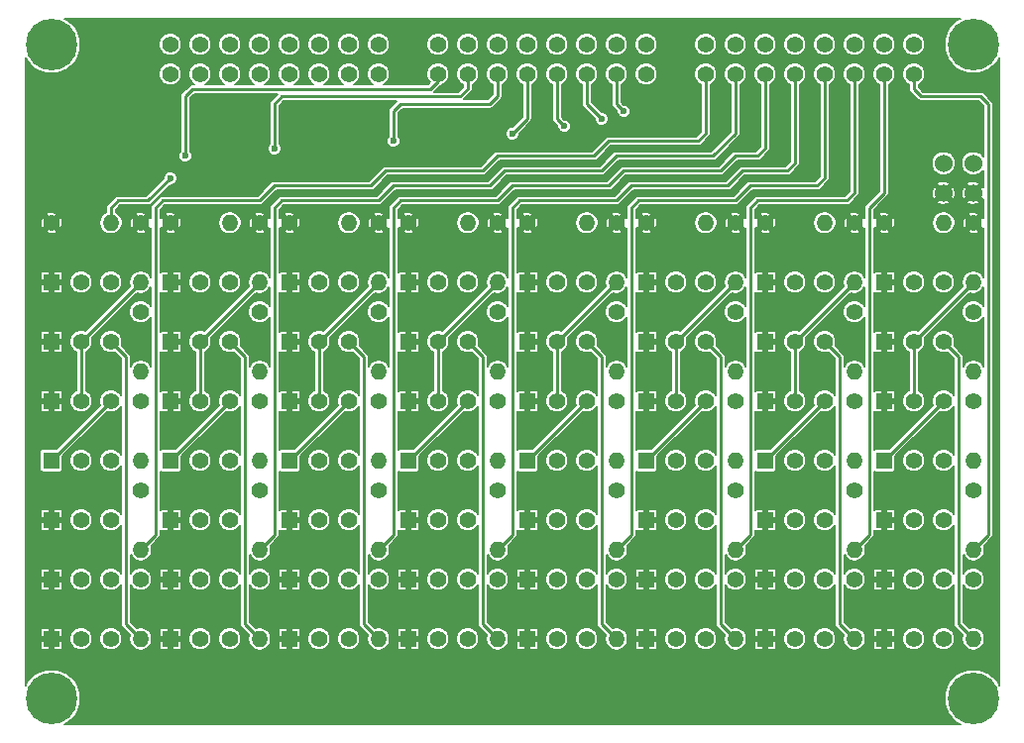
<source format=gbl>
G04 #@! TF.FileFunction,Copper,L2,Bot,Signal*
%FSLAX46Y46*%
G04 Gerber Fmt 4.6, Leading zero omitted, Abs format (unit mm)*
G04 Created by KiCad (PCBNEW 4.0.7) date Mon Apr 30 03:51:18 2018*
%MOMM*%
%LPD*%
G01*
G04 APERTURE LIST*
%ADD10C,0.100000*%
%ADD11C,1.524000*%
%ADD12C,1.400000*%
%ADD13R,1.400000X1.400000*%
%ADD14O,1.400000X1.400000*%
%ADD15C,4.400000*%
%ADD16C,0.600000*%
%ADD17C,0.250000*%
%ADD18C,0.160000*%
G04 APERTURE END LIST*
D10*
D11*
X104140000Y-38100000D03*
X106680000Y-38100000D03*
D12*
X83820000Y-30480000D03*
X86360000Y-30480000D03*
X88900000Y-30480000D03*
X91440000Y-30480000D03*
X93980000Y-30480000D03*
X96520000Y-30480000D03*
X99060000Y-30480000D03*
X101600000Y-30480000D03*
X83820000Y-27940000D03*
X86360000Y-27940000D03*
X88900000Y-27940000D03*
X91440000Y-27940000D03*
X93980000Y-27940000D03*
X96520000Y-27940000D03*
X99060000Y-27940000D03*
X101600000Y-27940000D03*
X38100000Y-30480000D03*
X40640000Y-30480000D03*
X43180000Y-30480000D03*
X45720000Y-30480000D03*
X48260000Y-30480000D03*
X50800000Y-30480000D03*
X53340000Y-30480000D03*
X55880000Y-30480000D03*
D11*
X104140000Y-40640000D03*
X106680000Y-40640000D03*
D12*
X38100000Y-27940000D03*
X40640000Y-27940000D03*
X43180000Y-27940000D03*
X45720000Y-27940000D03*
X48260000Y-27940000D03*
X50800000Y-27940000D03*
X53340000Y-27940000D03*
X55880000Y-27940000D03*
X101600000Y-58420000D03*
X104140000Y-58420000D03*
D13*
X99060000Y-58420000D03*
D12*
X101600000Y-68580000D03*
X104140000Y-68580000D03*
D13*
X99060000Y-68580000D03*
D12*
X101600000Y-63500000D03*
X104140000Y-63500000D03*
D13*
X99060000Y-63500000D03*
D12*
X101600000Y-73660000D03*
X104140000Y-73660000D03*
D13*
X99060000Y-73660000D03*
D12*
X101600000Y-78740000D03*
X104140000Y-78740000D03*
D13*
X99060000Y-78740000D03*
D12*
X101600000Y-53340000D03*
X104140000Y-53340000D03*
D13*
X99060000Y-53340000D03*
D12*
X91440000Y-58420000D03*
X93980000Y-58420000D03*
D13*
X88900000Y-58420000D03*
D12*
X91440000Y-68580000D03*
X93980000Y-68580000D03*
D13*
X88900000Y-68580000D03*
D12*
X91440000Y-63500000D03*
X93980000Y-63500000D03*
D13*
X88900000Y-63500000D03*
D12*
X91440000Y-73660000D03*
X93980000Y-73660000D03*
D13*
X88900000Y-73660000D03*
D12*
X91440000Y-78740000D03*
X93980000Y-78740000D03*
D13*
X88900000Y-78740000D03*
D12*
X91440000Y-53340000D03*
X93980000Y-53340000D03*
D13*
X88900000Y-53340000D03*
D12*
X91440000Y-48260000D03*
X93980000Y-48260000D03*
D13*
X88900000Y-48260000D03*
D12*
X81280000Y-58420000D03*
X83820000Y-58420000D03*
D13*
X78740000Y-58420000D03*
D12*
X81280000Y-68580000D03*
X83820000Y-68580000D03*
D13*
X78740000Y-68580000D03*
D12*
X81280000Y-63500000D03*
X83820000Y-63500000D03*
D13*
X78740000Y-63500000D03*
D12*
X81280000Y-73660000D03*
X83820000Y-73660000D03*
D13*
X78740000Y-73660000D03*
D12*
X81280000Y-78740000D03*
X83820000Y-78740000D03*
D13*
X78740000Y-78740000D03*
D12*
X81280000Y-53340000D03*
X83820000Y-53340000D03*
D13*
X78740000Y-53340000D03*
D12*
X81280000Y-48260000D03*
X83820000Y-48260000D03*
D13*
X78740000Y-48260000D03*
D12*
X71120000Y-58420000D03*
X73660000Y-58420000D03*
D13*
X68580000Y-58420000D03*
D12*
X71120000Y-68580000D03*
X73660000Y-68580000D03*
D13*
X68580000Y-68580000D03*
D12*
X71120000Y-63500000D03*
X73660000Y-63500000D03*
D13*
X68580000Y-63500000D03*
D12*
X71120000Y-73660000D03*
X73660000Y-73660000D03*
D13*
X68580000Y-73660000D03*
D12*
X71120000Y-78740000D03*
X73660000Y-78740000D03*
D13*
X68580000Y-78740000D03*
D12*
X71120000Y-53340000D03*
X73660000Y-53340000D03*
D13*
X68580000Y-53340000D03*
D12*
X71120000Y-48260000D03*
X73660000Y-48260000D03*
D13*
X68580000Y-48260000D03*
D12*
X60960000Y-58420000D03*
X63500000Y-58420000D03*
D13*
X58420000Y-58420000D03*
D12*
X60960000Y-68580000D03*
X63500000Y-68580000D03*
D13*
X58420000Y-68580000D03*
D12*
X60960000Y-63500000D03*
X63500000Y-63500000D03*
D13*
X58420000Y-63500000D03*
D12*
X60960000Y-73660000D03*
X63500000Y-73660000D03*
D13*
X58420000Y-73660000D03*
D12*
X60960000Y-78740000D03*
X63500000Y-78740000D03*
D13*
X58420000Y-78740000D03*
D12*
X60960000Y-53340000D03*
X63500000Y-53340000D03*
D13*
X58420000Y-53340000D03*
D12*
X60960000Y-48260000D03*
X63500000Y-48260000D03*
D13*
X58420000Y-48260000D03*
D12*
X50800000Y-58420000D03*
X53340000Y-58420000D03*
D13*
X48260000Y-58420000D03*
D12*
X50800000Y-68580000D03*
X53340000Y-68580000D03*
D13*
X48260000Y-68580000D03*
D12*
X50800000Y-63500000D03*
X53340000Y-63500000D03*
D13*
X48260000Y-63500000D03*
D12*
X50800000Y-73660000D03*
X53340000Y-73660000D03*
D13*
X48260000Y-73660000D03*
D12*
X50800000Y-78740000D03*
X53340000Y-78740000D03*
D13*
X48260000Y-78740000D03*
D12*
X50800000Y-53340000D03*
X53340000Y-53340000D03*
D13*
X48260000Y-53340000D03*
D12*
X50800000Y-48260000D03*
X53340000Y-48260000D03*
D13*
X48260000Y-48260000D03*
D12*
X40640000Y-58420000D03*
X43180000Y-58420000D03*
D13*
X38100000Y-58420000D03*
D12*
X40640000Y-68580000D03*
X43180000Y-68580000D03*
D13*
X38100000Y-68580000D03*
D12*
X40640000Y-63500000D03*
X43180000Y-63500000D03*
D13*
X38100000Y-63500000D03*
D12*
X40640000Y-73660000D03*
X43180000Y-73660000D03*
D13*
X38100000Y-73660000D03*
D12*
X40640000Y-78740000D03*
X43180000Y-78740000D03*
D13*
X38100000Y-78740000D03*
D12*
X40640000Y-53340000D03*
X43180000Y-53340000D03*
D13*
X38100000Y-53340000D03*
D12*
X40640000Y-48260000D03*
X43180000Y-48260000D03*
D13*
X38100000Y-48260000D03*
D12*
X30480000Y-58420000D03*
X33020000Y-58420000D03*
D13*
X27940000Y-58420000D03*
D12*
X30480000Y-68580000D03*
X33020000Y-68580000D03*
D13*
X27940000Y-68580000D03*
D12*
X30480000Y-63500000D03*
X33020000Y-63500000D03*
D13*
X27940000Y-63500000D03*
D12*
X30480000Y-73660000D03*
X33020000Y-73660000D03*
D13*
X27940000Y-73660000D03*
D12*
X30480000Y-78740000D03*
X33020000Y-78740000D03*
D13*
X27940000Y-78740000D03*
D12*
X30480000Y-53340000D03*
X33020000Y-53340000D03*
D13*
X27940000Y-53340000D03*
D12*
X30480000Y-48260000D03*
X33020000Y-48260000D03*
D13*
X27940000Y-48260000D03*
D12*
X101600000Y-48260000D03*
X104140000Y-48260000D03*
D13*
X99060000Y-48260000D03*
D12*
X60960000Y-27940000D03*
X63500000Y-27940000D03*
X66040000Y-27940000D03*
X68580000Y-27940000D03*
X71120000Y-27940000D03*
X73660000Y-27940000D03*
X76200000Y-27940000D03*
X78740000Y-27940000D03*
X60960000Y-30480000D03*
X63500000Y-30480000D03*
X66040000Y-30480000D03*
X68580000Y-30480000D03*
X71120000Y-30480000D03*
X73660000Y-30480000D03*
X76200000Y-30480000D03*
X78740000Y-30480000D03*
X106680000Y-58420000D03*
D14*
X106680000Y-63500000D03*
D12*
X106680000Y-50800000D03*
D14*
X106680000Y-55880000D03*
D12*
X106680000Y-43180000D03*
D14*
X106680000Y-48260000D03*
D12*
X106680000Y-66040000D03*
D14*
X106680000Y-71120000D03*
D12*
X106680000Y-73660000D03*
D14*
X106680000Y-78740000D03*
D12*
X99060000Y-43180000D03*
D14*
X104140000Y-43180000D03*
D12*
X96520000Y-58420000D03*
D14*
X96520000Y-63500000D03*
D12*
X96520000Y-50800000D03*
D14*
X96520000Y-55880000D03*
D12*
X96520000Y-43180000D03*
D14*
X96520000Y-48260000D03*
D12*
X96520000Y-66040000D03*
D14*
X96520000Y-71120000D03*
D12*
X96520000Y-73660000D03*
D14*
X96520000Y-78740000D03*
D12*
X88900000Y-43180000D03*
D14*
X93980000Y-43180000D03*
D12*
X86360000Y-58420000D03*
D14*
X86360000Y-63500000D03*
D12*
X86360000Y-50800000D03*
D14*
X86360000Y-55880000D03*
D12*
X86360000Y-43180000D03*
D14*
X86360000Y-48260000D03*
D12*
X86360000Y-66040000D03*
D14*
X86360000Y-71120000D03*
D12*
X86360000Y-73660000D03*
D14*
X86360000Y-78740000D03*
D12*
X78740000Y-43180000D03*
D14*
X83820000Y-43180000D03*
D12*
X76200000Y-58420000D03*
D14*
X76200000Y-63500000D03*
D12*
X76200000Y-50800000D03*
D14*
X76200000Y-55880000D03*
D12*
X76200000Y-43180000D03*
D14*
X76200000Y-48260000D03*
D12*
X76200000Y-66040000D03*
D14*
X76200000Y-71120000D03*
D12*
X76200000Y-73660000D03*
D14*
X76200000Y-78740000D03*
D12*
X68580000Y-43180000D03*
D14*
X73660000Y-43180000D03*
D12*
X66040000Y-58420000D03*
D14*
X66040000Y-63500000D03*
D12*
X66040000Y-50800000D03*
D14*
X66040000Y-55880000D03*
D12*
X66040000Y-43180000D03*
D14*
X66040000Y-48260000D03*
D12*
X66040000Y-66040000D03*
D14*
X66040000Y-71120000D03*
D12*
X66040000Y-73660000D03*
D14*
X66040000Y-78740000D03*
D12*
X58420000Y-43180000D03*
D14*
X63500000Y-43180000D03*
D12*
X55880000Y-58420000D03*
D14*
X55880000Y-63500000D03*
D12*
X55880000Y-50800000D03*
D14*
X55880000Y-55880000D03*
D12*
X55880000Y-43180000D03*
D14*
X55880000Y-48260000D03*
D12*
X55880000Y-66040000D03*
D14*
X55880000Y-71120000D03*
D12*
X55880000Y-73660000D03*
D14*
X55880000Y-78740000D03*
D12*
X48260000Y-43180000D03*
D14*
X53340000Y-43180000D03*
D12*
X45720000Y-58420000D03*
D14*
X45720000Y-63500000D03*
D12*
X45720000Y-50800000D03*
D14*
X45720000Y-55880000D03*
D12*
X45720000Y-43180000D03*
D14*
X45720000Y-48260000D03*
D12*
X45720000Y-66040000D03*
D14*
X45720000Y-71120000D03*
D12*
X45720000Y-73660000D03*
D14*
X45720000Y-78740000D03*
D12*
X38100000Y-43180000D03*
D14*
X43180000Y-43180000D03*
D12*
X35560000Y-58420000D03*
D14*
X35560000Y-63500000D03*
D12*
X35560000Y-50800000D03*
D14*
X35560000Y-55880000D03*
D12*
X35560000Y-43180000D03*
D14*
X35560000Y-48260000D03*
D12*
X35560000Y-66040000D03*
D14*
X35560000Y-71120000D03*
D12*
X35560000Y-73660000D03*
D14*
X35560000Y-78740000D03*
D12*
X27940000Y-43180000D03*
D14*
X33020000Y-43180000D03*
D15*
X106680000Y-27940000D03*
X106680000Y-83820000D03*
X27940000Y-83820000D03*
X27940000Y-27940000D03*
D16*
X38100000Y-39370000D03*
X76835000Y-33655000D03*
X74930000Y-34290000D03*
X71755000Y-34925000D03*
X67310000Y-35560000D03*
X57150000Y-36195000D03*
X46990000Y-36830000D03*
X39370000Y-37465000D03*
D17*
X55245000Y-40005000D02*
X46990000Y-40005000D01*
X37465000Y-41275000D02*
X36830000Y-41910000D01*
X45720000Y-41275000D02*
X37465000Y-41275000D01*
X46990000Y-40005000D02*
X45720000Y-41275000D01*
X64770000Y-38735000D02*
X56515000Y-38735000D01*
X56515000Y-38735000D02*
X55245000Y-40005000D01*
X66040000Y-37465000D02*
X64770000Y-38735000D01*
X66040000Y-37465000D02*
X74295000Y-37465000D01*
X83820000Y-30480000D02*
X83820000Y-35560000D01*
X75565000Y-36195000D02*
X74295000Y-37465000D01*
X83185000Y-36195000D02*
X75565000Y-36195000D01*
X83820000Y-35560000D02*
X83185000Y-36195000D01*
X36830000Y-69850000D02*
X35560000Y-71120000D01*
X36830000Y-41910000D02*
X36830000Y-69850000D01*
X65405000Y-40005000D02*
X57150000Y-40005000D01*
X55880000Y-41275000D02*
X47625000Y-41275000D01*
X57150000Y-40005000D02*
X55880000Y-41275000D01*
X74930000Y-38735000D02*
X66675000Y-38735000D01*
X66675000Y-38735000D02*
X65405000Y-40005000D01*
X86360000Y-35560000D02*
X84455000Y-37465000D01*
X76200000Y-37465000D02*
X74930000Y-38735000D01*
X84455000Y-37465000D02*
X76200000Y-37465000D01*
X45720000Y-71120000D02*
X46990000Y-69850000D01*
X46990000Y-69850000D02*
X46990000Y-41910000D01*
X47625000Y-41275000D02*
X46990000Y-41910000D01*
X86360000Y-35560000D02*
X86360000Y-30480000D01*
X75565000Y-40005000D02*
X67310000Y-40005000D01*
X66040000Y-41275000D02*
X57785000Y-41275000D01*
X67310000Y-40005000D02*
X66040000Y-41275000D01*
X88265000Y-37465000D02*
X86360000Y-37465000D01*
X76835000Y-38735000D02*
X75565000Y-40005000D01*
X85090000Y-38735000D02*
X76835000Y-38735000D01*
X86360000Y-37465000D02*
X85090000Y-38735000D01*
X88900000Y-36830000D02*
X88265000Y-37465000D01*
X57785000Y-41275000D02*
X57150000Y-41910000D01*
X88900000Y-30480000D02*
X88900000Y-36830000D01*
X57150000Y-69850000D02*
X55880000Y-71120000D01*
X57150000Y-41910000D02*
X57150000Y-69850000D01*
X90805000Y-38735000D02*
X86995000Y-38735000D01*
X76200000Y-41275000D02*
X67945000Y-41275000D01*
X77470000Y-40005000D02*
X76200000Y-41275000D01*
X85725000Y-40005000D02*
X77470000Y-40005000D01*
X86995000Y-38735000D02*
X85725000Y-40005000D01*
X67310000Y-41910000D02*
X67310000Y-69850000D01*
X66040000Y-71120000D02*
X67310000Y-69850000D01*
X67945000Y-41275000D02*
X67310000Y-41910000D01*
X90805000Y-38735000D02*
X91440000Y-38100000D01*
X91440000Y-38100000D02*
X91440000Y-30480000D01*
X93345000Y-40005000D02*
X87630000Y-40005000D01*
X78105000Y-41275000D02*
X77470000Y-41910000D01*
X86360000Y-41275000D02*
X78105000Y-41275000D01*
X87630000Y-40005000D02*
X86360000Y-41275000D01*
X93980000Y-39370000D02*
X93345000Y-40005000D01*
X93980000Y-30480000D02*
X93980000Y-39370000D01*
X77470000Y-69850000D02*
X76200000Y-71120000D01*
X77470000Y-41910000D02*
X77470000Y-69850000D01*
X87630000Y-41910000D02*
X88265000Y-41275000D01*
X96520000Y-40640000D02*
X96520000Y-30480000D01*
X95885000Y-41275000D02*
X96520000Y-40640000D01*
X88265000Y-41275000D02*
X95885000Y-41275000D01*
X87630000Y-69850000D02*
X87630000Y-41910000D01*
X86360000Y-71120000D02*
X87630000Y-69850000D01*
X99060000Y-40640000D02*
X99060000Y-30480000D01*
X97790000Y-41910000D02*
X99060000Y-40640000D01*
X96520000Y-71120000D02*
X97790000Y-69850000D01*
X97790000Y-69850000D02*
X97790000Y-41910000D01*
X101600000Y-30480000D02*
X101600000Y-31750000D01*
X101600000Y-31750000D02*
X102235000Y-32385000D01*
X102235000Y-32385000D02*
X107315000Y-32385000D01*
X107315000Y-32385000D02*
X107950000Y-33020000D01*
X107950000Y-33020000D02*
X107950000Y-69850000D01*
X107950000Y-69850000D02*
X106680000Y-71120000D01*
X33020000Y-43180000D02*
X33020000Y-41910000D01*
X33655000Y-41275000D02*
X33020000Y-41910000D01*
X36195000Y-41275000D02*
X33655000Y-41275000D01*
X36195000Y-41275000D02*
X38100000Y-39370000D01*
X106680000Y-48260000D02*
X101600000Y-53340000D01*
X101600000Y-58420000D02*
X101600000Y-53340000D01*
X76835000Y-33655000D02*
X76200000Y-33020000D01*
X76200000Y-33020000D02*
X76200000Y-30480000D01*
X91440000Y-58420000D02*
X91440000Y-53340000D01*
X96520000Y-48260000D02*
X91440000Y-53340000D01*
X74930000Y-34290000D02*
X73660000Y-33020000D01*
X73660000Y-33020000D02*
X73660000Y-30480000D01*
X81280000Y-58420000D02*
X81280000Y-53340000D01*
X86360000Y-48260000D02*
X81280000Y-53340000D01*
X71120000Y-34290000D02*
X71120000Y-30480000D01*
X71755000Y-34925000D02*
X71120000Y-34290000D01*
X71120000Y-58420000D02*
X71120000Y-53340000D01*
X76200000Y-48260000D02*
X71120000Y-53340000D01*
X67310000Y-35560000D02*
X68580000Y-34290000D01*
X68580000Y-34290000D02*
X68580000Y-30480000D01*
X60960000Y-58420000D02*
X60960000Y-53340000D01*
X66040000Y-48260000D02*
X60960000Y-53340000D01*
X65405000Y-33020000D02*
X57785000Y-33020000D01*
X65405000Y-33020000D02*
X66040000Y-32385000D01*
X66040000Y-32385000D02*
X66040000Y-30480000D01*
X57785000Y-33020000D02*
X57150000Y-33655000D01*
X57150000Y-33655000D02*
X57150000Y-36195000D01*
X50800000Y-58420000D02*
X50800000Y-53340000D01*
X55880000Y-48260000D02*
X50800000Y-53340000D01*
X62865000Y-32385000D02*
X47625000Y-32385000D01*
X63500000Y-31750000D02*
X63500000Y-30480000D01*
X62865000Y-32385000D02*
X63500000Y-31750000D01*
X47625000Y-32385000D02*
X46990000Y-33020000D01*
X46990000Y-33020000D02*
X46990000Y-36830000D01*
X40640000Y-58420000D02*
X40640000Y-53340000D01*
X45720000Y-48260000D02*
X40640000Y-53340000D01*
X39370000Y-32385000D02*
X39370000Y-37465000D01*
X60325000Y-31750000D02*
X40005000Y-31750000D01*
X60960000Y-31115000D02*
X60325000Y-31750000D01*
X40005000Y-31750000D02*
X39370000Y-32385000D01*
X60960000Y-30480000D02*
X60960000Y-31115000D01*
X30480000Y-58420000D02*
X30480000Y-53340000D01*
X35560000Y-48260000D02*
X30480000Y-53340000D01*
X34290000Y-54610000D02*
X33020000Y-53340000D01*
X34290000Y-77470000D02*
X34290000Y-54610000D01*
X35560000Y-78740000D02*
X34290000Y-77470000D01*
X33020000Y-58420000D02*
X27940000Y-63500000D01*
X44450000Y-54610000D02*
X43180000Y-53340000D01*
X45720000Y-78740000D02*
X44450000Y-77470000D01*
X44450000Y-77470000D02*
X44450000Y-54610000D01*
X43180000Y-58420000D02*
X38100000Y-63500000D01*
X54610000Y-54610000D02*
X53340000Y-53340000D01*
X55880000Y-78740000D02*
X54610000Y-77470000D01*
X54610000Y-77470000D02*
X54610000Y-54610000D01*
X53340000Y-58420000D02*
X48260000Y-63500000D01*
X64770000Y-54610000D02*
X63500000Y-53340000D01*
X66040000Y-78740000D02*
X64770000Y-77470000D01*
X64770000Y-77470000D02*
X64770000Y-54610000D01*
X63500000Y-58420000D02*
X58420000Y-63500000D01*
X74930000Y-54610000D02*
X73660000Y-53340000D01*
X76200000Y-78740000D02*
X74930000Y-77470000D01*
X74930000Y-77470000D02*
X74930000Y-54610000D01*
X73660000Y-58420000D02*
X68580000Y-63500000D01*
X85090000Y-54610000D02*
X83820000Y-53340000D01*
X86360000Y-78740000D02*
X85090000Y-77470000D01*
X85090000Y-77470000D02*
X85090000Y-54610000D01*
X83820000Y-58420000D02*
X78740000Y-63500000D01*
X95250000Y-54610000D02*
X93980000Y-53340000D01*
X96520000Y-78740000D02*
X95250000Y-77470000D01*
X95250000Y-77470000D02*
X95250000Y-54610000D01*
X93980000Y-58420000D02*
X88900000Y-63500000D01*
X105410000Y-77470000D02*
X105410000Y-54610000D01*
X106680000Y-78740000D02*
X105410000Y-77470000D01*
X105410000Y-54610000D02*
X104140000Y-53340000D01*
X104140000Y-58420000D02*
X99060000Y-63500000D01*
D18*
G36*
X105277028Y-25836332D02*
X104578784Y-26533359D01*
X104200432Y-27444533D01*
X104199571Y-28431138D01*
X104576332Y-29342972D01*
X105273359Y-30041216D01*
X106184533Y-30419568D01*
X107171138Y-30420429D01*
X108082972Y-30043668D01*
X108781216Y-29346641D01*
X108905000Y-29048536D01*
X108905000Y-82710675D01*
X108783668Y-82417028D01*
X108086641Y-81718784D01*
X107175467Y-81340432D01*
X106188862Y-81339571D01*
X105277028Y-81716332D01*
X104578784Y-82413359D01*
X104200432Y-83324533D01*
X104199571Y-84311138D01*
X104576332Y-85222972D01*
X105273359Y-85921216D01*
X105571464Y-86045000D01*
X29049325Y-86045000D01*
X29342972Y-85923668D01*
X30041216Y-85226641D01*
X30419568Y-84315467D01*
X30420429Y-83328862D01*
X30043668Y-82417028D01*
X29346641Y-81718784D01*
X28435467Y-81340432D01*
X27448862Y-81339571D01*
X26537028Y-81716332D01*
X25838784Y-82413359D01*
X25715000Y-82711464D01*
X25715000Y-78970000D01*
X27000000Y-78970000D01*
X27000000Y-79487739D01*
X27036538Y-79575949D01*
X27104051Y-79643462D01*
X27192261Y-79680000D01*
X27710000Y-79680000D01*
X27770000Y-79620000D01*
X27770000Y-78910000D01*
X28110000Y-78910000D01*
X28110000Y-79620000D01*
X28170000Y-79680000D01*
X28687739Y-79680000D01*
X28775949Y-79643462D01*
X28843462Y-79575949D01*
X28880000Y-79487739D01*
X28880000Y-78970000D01*
X28844079Y-78934079D01*
X29499831Y-78934079D01*
X29648712Y-79294400D01*
X29924150Y-79570319D01*
X30284211Y-79719829D01*
X30674079Y-79720169D01*
X31034400Y-79571288D01*
X31310319Y-79295850D01*
X31459829Y-78935789D01*
X31459830Y-78934079D01*
X32039831Y-78934079D01*
X32188712Y-79294400D01*
X32464150Y-79570319D01*
X32824211Y-79719829D01*
X33214079Y-79720169D01*
X33574400Y-79571288D01*
X33850319Y-79295850D01*
X33999829Y-78935789D01*
X34000169Y-78545921D01*
X33851288Y-78185600D01*
X33575850Y-77909681D01*
X33215789Y-77760171D01*
X32825921Y-77759831D01*
X32465600Y-77908712D01*
X32189681Y-78184150D01*
X32040171Y-78544211D01*
X32039831Y-78934079D01*
X31459830Y-78934079D01*
X31460169Y-78545921D01*
X31311288Y-78185600D01*
X31035850Y-77909681D01*
X30675789Y-77760171D01*
X30285921Y-77759831D01*
X29925600Y-77908712D01*
X29649681Y-78184150D01*
X29500171Y-78544211D01*
X29499831Y-78934079D01*
X28844079Y-78934079D01*
X28820000Y-78910000D01*
X28110000Y-78910000D01*
X27770000Y-78910000D01*
X27060000Y-78910000D01*
X27000000Y-78970000D01*
X25715000Y-78970000D01*
X25715000Y-77992261D01*
X27000000Y-77992261D01*
X27000000Y-78510000D01*
X27060000Y-78570000D01*
X27770000Y-78570000D01*
X27770000Y-77860000D01*
X28110000Y-77860000D01*
X28110000Y-78570000D01*
X28820000Y-78570000D01*
X28880000Y-78510000D01*
X28880000Y-77992261D01*
X28843462Y-77904051D01*
X28775949Y-77836538D01*
X28687739Y-77800000D01*
X28170000Y-77800000D01*
X28110000Y-77860000D01*
X27770000Y-77860000D01*
X27710000Y-77800000D01*
X27192261Y-77800000D01*
X27104051Y-77836538D01*
X27036538Y-77904051D01*
X27000000Y-77992261D01*
X25715000Y-77992261D01*
X25715000Y-73890000D01*
X27000000Y-73890000D01*
X27000000Y-74407739D01*
X27036538Y-74495949D01*
X27104051Y-74563462D01*
X27192261Y-74600000D01*
X27710000Y-74600000D01*
X27770000Y-74540000D01*
X27770000Y-73830000D01*
X28110000Y-73830000D01*
X28110000Y-74540000D01*
X28170000Y-74600000D01*
X28687739Y-74600000D01*
X28775949Y-74563462D01*
X28843462Y-74495949D01*
X28880000Y-74407739D01*
X28880000Y-73890000D01*
X28844079Y-73854079D01*
X29499831Y-73854079D01*
X29648712Y-74214400D01*
X29924150Y-74490319D01*
X30284211Y-74639829D01*
X30674079Y-74640169D01*
X31034400Y-74491288D01*
X31310319Y-74215850D01*
X31459829Y-73855789D01*
X31460169Y-73465921D01*
X31311288Y-73105600D01*
X31035850Y-72829681D01*
X30675789Y-72680171D01*
X30285921Y-72679831D01*
X29925600Y-72828712D01*
X29649681Y-73104150D01*
X29500171Y-73464211D01*
X29499831Y-73854079D01*
X28844079Y-73854079D01*
X28820000Y-73830000D01*
X28110000Y-73830000D01*
X27770000Y-73830000D01*
X27060000Y-73830000D01*
X27000000Y-73890000D01*
X25715000Y-73890000D01*
X25715000Y-72912261D01*
X27000000Y-72912261D01*
X27000000Y-73430000D01*
X27060000Y-73490000D01*
X27770000Y-73490000D01*
X27770000Y-72780000D01*
X28110000Y-72780000D01*
X28110000Y-73490000D01*
X28820000Y-73490000D01*
X28880000Y-73430000D01*
X28880000Y-72912261D01*
X28843462Y-72824051D01*
X28775949Y-72756538D01*
X28687739Y-72720000D01*
X28170000Y-72720000D01*
X28110000Y-72780000D01*
X27770000Y-72780000D01*
X27710000Y-72720000D01*
X27192261Y-72720000D01*
X27104051Y-72756538D01*
X27036538Y-72824051D01*
X27000000Y-72912261D01*
X25715000Y-72912261D01*
X25715000Y-68810000D01*
X27000000Y-68810000D01*
X27000000Y-69327739D01*
X27036538Y-69415949D01*
X27104051Y-69483462D01*
X27192261Y-69520000D01*
X27710000Y-69520000D01*
X27770000Y-69460000D01*
X27770000Y-68750000D01*
X28110000Y-68750000D01*
X28110000Y-69460000D01*
X28170000Y-69520000D01*
X28687739Y-69520000D01*
X28775949Y-69483462D01*
X28843462Y-69415949D01*
X28880000Y-69327739D01*
X28880000Y-68810000D01*
X28844079Y-68774079D01*
X29499831Y-68774079D01*
X29648712Y-69134400D01*
X29924150Y-69410319D01*
X30284211Y-69559829D01*
X30674079Y-69560169D01*
X31034400Y-69411288D01*
X31310319Y-69135850D01*
X31459829Y-68775789D01*
X31460169Y-68385921D01*
X31311288Y-68025600D01*
X31035850Y-67749681D01*
X30675789Y-67600171D01*
X30285921Y-67599831D01*
X29925600Y-67748712D01*
X29649681Y-68024150D01*
X29500171Y-68384211D01*
X29499831Y-68774079D01*
X28844079Y-68774079D01*
X28820000Y-68750000D01*
X28110000Y-68750000D01*
X27770000Y-68750000D01*
X27060000Y-68750000D01*
X27000000Y-68810000D01*
X25715000Y-68810000D01*
X25715000Y-67832261D01*
X27000000Y-67832261D01*
X27000000Y-68350000D01*
X27060000Y-68410000D01*
X27770000Y-68410000D01*
X27770000Y-67700000D01*
X28110000Y-67700000D01*
X28110000Y-68410000D01*
X28820000Y-68410000D01*
X28880000Y-68350000D01*
X28880000Y-67832261D01*
X28843462Y-67744051D01*
X28775949Y-67676538D01*
X28687739Y-67640000D01*
X28170000Y-67640000D01*
X28110000Y-67700000D01*
X27770000Y-67700000D01*
X27710000Y-67640000D01*
X27192261Y-67640000D01*
X27104051Y-67676538D01*
X27036538Y-67744051D01*
X27000000Y-67832261D01*
X25715000Y-67832261D01*
X25715000Y-62800000D01*
X26954515Y-62800000D01*
X26954515Y-64200000D01*
X26974039Y-64303762D01*
X27035362Y-64399060D01*
X27128930Y-64462993D01*
X27240000Y-64485485D01*
X28640000Y-64485485D01*
X28743762Y-64465961D01*
X28839060Y-64404638D01*
X28902993Y-64311070D01*
X28925485Y-64200000D01*
X28925485Y-63694079D01*
X29499831Y-63694079D01*
X29648712Y-64054400D01*
X29924150Y-64330319D01*
X30284211Y-64479829D01*
X30674079Y-64480169D01*
X31034400Y-64331288D01*
X31310319Y-64055850D01*
X31459829Y-63695789D01*
X31460169Y-63305921D01*
X31311288Y-62945600D01*
X31035850Y-62669681D01*
X30675789Y-62520171D01*
X30285921Y-62519831D01*
X29925600Y-62668712D01*
X29649681Y-62944150D01*
X29500171Y-63304211D01*
X29499831Y-63694079D01*
X28925485Y-63694079D01*
X28925485Y-63087271D01*
X32674919Y-59337837D01*
X32824211Y-59399829D01*
X33214079Y-59400169D01*
X33574400Y-59251288D01*
X33850319Y-58975850D01*
X33885000Y-58892329D01*
X33885000Y-63027190D01*
X33851288Y-62945600D01*
X33575850Y-62669681D01*
X33215789Y-62520171D01*
X32825921Y-62519831D01*
X32465600Y-62668712D01*
X32189681Y-62944150D01*
X32040171Y-63304211D01*
X32039831Y-63694079D01*
X32188712Y-64054400D01*
X32464150Y-64330319D01*
X32824211Y-64479829D01*
X33214079Y-64480169D01*
X33574400Y-64331288D01*
X33850319Y-64055850D01*
X33885000Y-63972329D01*
X33885000Y-68107190D01*
X33851288Y-68025600D01*
X33575850Y-67749681D01*
X33215789Y-67600171D01*
X32825921Y-67599831D01*
X32465600Y-67748712D01*
X32189681Y-68024150D01*
X32040171Y-68384211D01*
X32039831Y-68774079D01*
X32188712Y-69134400D01*
X32464150Y-69410319D01*
X32824211Y-69559829D01*
X33214079Y-69560169D01*
X33574400Y-69411288D01*
X33850319Y-69135850D01*
X33885000Y-69052329D01*
X33885000Y-73187190D01*
X33851288Y-73105600D01*
X33575850Y-72829681D01*
X33215789Y-72680171D01*
X32825921Y-72679831D01*
X32465600Y-72828712D01*
X32189681Y-73104150D01*
X32040171Y-73464211D01*
X32039831Y-73854079D01*
X32188712Y-74214400D01*
X32464150Y-74490319D01*
X32824211Y-74639829D01*
X33214079Y-74640169D01*
X33574400Y-74491288D01*
X33850319Y-74215850D01*
X33885000Y-74132329D01*
X33885000Y-77470000D01*
X33915829Y-77624987D01*
X33993214Y-77740801D01*
X34003622Y-77756378D01*
X34644381Y-78397137D01*
X34580000Y-78720801D01*
X34580000Y-78759199D01*
X34654598Y-79134229D01*
X34867035Y-79452164D01*
X35184970Y-79664601D01*
X35560000Y-79739199D01*
X35935030Y-79664601D01*
X36252965Y-79452164D01*
X36465402Y-79134229D01*
X36498069Y-78970000D01*
X37160000Y-78970000D01*
X37160000Y-79487739D01*
X37196538Y-79575949D01*
X37264051Y-79643462D01*
X37352261Y-79680000D01*
X37870000Y-79680000D01*
X37930000Y-79620000D01*
X37930000Y-78910000D01*
X38270000Y-78910000D01*
X38270000Y-79620000D01*
X38330000Y-79680000D01*
X38847739Y-79680000D01*
X38935949Y-79643462D01*
X39003462Y-79575949D01*
X39040000Y-79487739D01*
X39040000Y-78970000D01*
X39004079Y-78934079D01*
X39659831Y-78934079D01*
X39808712Y-79294400D01*
X40084150Y-79570319D01*
X40444211Y-79719829D01*
X40834079Y-79720169D01*
X41194400Y-79571288D01*
X41470319Y-79295850D01*
X41619829Y-78935789D01*
X41619830Y-78934079D01*
X42199831Y-78934079D01*
X42348712Y-79294400D01*
X42624150Y-79570319D01*
X42984211Y-79719829D01*
X43374079Y-79720169D01*
X43734400Y-79571288D01*
X44010319Y-79295850D01*
X44159829Y-78935789D01*
X44160169Y-78545921D01*
X44011288Y-78185600D01*
X43735850Y-77909681D01*
X43375789Y-77760171D01*
X42985921Y-77759831D01*
X42625600Y-77908712D01*
X42349681Y-78184150D01*
X42200171Y-78544211D01*
X42199831Y-78934079D01*
X41619830Y-78934079D01*
X41620169Y-78545921D01*
X41471288Y-78185600D01*
X41195850Y-77909681D01*
X40835789Y-77760171D01*
X40445921Y-77759831D01*
X40085600Y-77908712D01*
X39809681Y-78184150D01*
X39660171Y-78544211D01*
X39659831Y-78934079D01*
X39004079Y-78934079D01*
X38980000Y-78910000D01*
X38270000Y-78910000D01*
X37930000Y-78910000D01*
X37220000Y-78910000D01*
X37160000Y-78970000D01*
X36498069Y-78970000D01*
X36540000Y-78759199D01*
X36540000Y-78720801D01*
X36465402Y-78345771D01*
X36252965Y-78027836D01*
X36199724Y-77992261D01*
X37160000Y-77992261D01*
X37160000Y-78510000D01*
X37220000Y-78570000D01*
X37930000Y-78570000D01*
X37930000Y-77860000D01*
X38270000Y-77860000D01*
X38270000Y-78570000D01*
X38980000Y-78570000D01*
X39040000Y-78510000D01*
X39040000Y-77992261D01*
X39003462Y-77904051D01*
X38935949Y-77836538D01*
X38847739Y-77800000D01*
X38330000Y-77800000D01*
X38270000Y-77860000D01*
X37930000Y-77860000D01*
X37870000Y-77800000D01*
X37352261Y-77800000D01*
X37264051Y-77836538D01*
X37196538Y-77904051D01*
X37160000Y-77992261D01*
X36199724Y-77992261D01*
X35935030Y-77815399D01*
X35560000Y-77740801D01*
X35204308Y-77811552D01*
X34695000Y-77302244D01*
X34695000Y-74132810D01*
X34728712Y-74214400D01*
X35004150Y-74490319D01*
X35364211Y-74639829D01*
X35754079Y-74640169D01*
X36114400Y-74491288D01*
X36390319Y-74215850D01*
X36525623Y-73890000D01*
X37160000Y-73890000D01*
X37160000Y-74407739D01*
X37196538Y-74495949D01*
X37264051Y-74563462D01*
X37352261Y-74600000D01*
X37870000Y-74600000D01*
X37930000Y-74540000D01*
X37930000Y-73830000D01*
X38270000Y-73830000D01*
X38270000Y-74540000D01*
X38330000Y-74600000D01*
X38847739Y-74600000D01*
X38935949Y-74563462D01*
X39003462Y-74495949D01*
X39040000Y-74407739D01*
X39040000Y-73890000D01*
X39004079Y-73854079D01*
X39659831Y-73854079D01*
X39808712Y-74214400D01*
X40084150Y-74490319D01*
X40444211Y-74639829D01*
X40834079Y-74640169D01*
X41194400Y-74491288D01*
X41470319Y-74215850D01*
X41619829Y-73855789D01*
X41620169Y-73465921D01*
X41471288Y-73105600D01*
X41195850Y-72829681D01*
X40835789Y-72680171D01*
X40445921Y-72679831D01*
X40085600Y-72828712D01*
X39809681Y-73104150D01*
X39660171Y-73464211D01*
X39659831Y-73854079D01*
X39004079Y-73854079D01*
X38980000Y-73830000D01*
X38270000Y-73830000D01*
X37930000Y-73830000D01*
X37220000Y-73830000D01*
X37160000Y-73890000D01*
X36525623Y-73890000D01*
X36539829Y-73855789D01*
X36540169Y-73465921D01*
X36391288Y-73105600D01*
X36198287Y-72912261D01*
X37160000Y-72912261D01*
X37160000Y-73430000D01*
X37220000Y-73490000D01*
X37930000Y-73490000D01*
X37930000Y-72780000D01*
X38270000Y-72780000D01*
X38270000Y-73490000D01*
X38980000Y-73490000D01*
X39040000Y-73430000D01*
X39040000Y-72912261D01*
X39003462Y-72824051D01*
X38935949Y-72756538D01*
X38847739Y-72720000D01*
X38330000Y-72720000D01*
X38270000Y-72780000D01*
X37930000Y-72780000D01*
X37870000Y-72720000D01*
X37352261Y-72720000D01*
X37264051Y-72756538D01*
X37196538Y-72824051D01*
X37160000Y-72912261D01*
X36198287Y-72912261D01*
X36115850Y-72829681D01*
X35755789Y-72680171D01*
X35365921Y-72679831D01*
X35005600Y-72828712D01*
X34729681Y-73104150D01*
X34695000Y-73187671D01*
X34695000Y-71574695D01*
X34867035Y-71832164D01*
X35184970Y-72044601D01*
X35560000Y-72119199D01*
X35935030Y-72044601D01*
X36252965Y-71832164D01*
X36465402Y-71514229D01*
X36540000Y-71139199D01*
X36540000Y-71100801D01*
X36475619Y-70777137D01*
X37116378Y-70136378D01*
X37204171Y-70004987D01*
X37235000Y-69850000D01*
X37235000Y-69454411D01*
X37264051Y-69483462D01*
X37352261Y-69520000D01*
X37870000Y-69520000D01*
X37930000Y-69460000D01*
X37930000Y-68750000D01*
X38270000Y-68750000D01*
X38270000Y-69460000D01*
X38330000Y-69520000D01*
X38847739Y-69520000D01*
X38935949Y-69483462D01*
X39003462Y-69415949D01*
X39040000Y-69327739D01*
X39040000Y-68810000D01*
X39004079Y-68774079D01*
X39659831Y-68774079D01*
X39808712Y-69134400D01*
X40084150Y-69410319D01*
X40444211Y-69559829D01*
X40834079Y-69560169D01*
X41194400Y-69411288D01*
X41470319Y-69135850D01*
X41619829Y-68775789D01*
X41620169Y-68385921D01*
X41471288Y-68025600D01*
X41195850Y-67749681D01*
X40835789Y-67600171D01*
X40445921Y-67599831D01*
X40085600Y-67748712D01*
X39809681Y-68024150D01*
X39660171Y-68384211D01*
X39659831Y-68774079D01*
X39004079Y-68774079D01*
X38980000Y-68750000D01*
X38270000Y-68750000D01*
X37930000Y-68750000D01*
X37910000Y-68750000D01*
X37910000Y-68410000D01*
X37930000Y-68410000D01*
X37930000Y-67700000D01*
X38270000Y-67700000D01*
X38270000Y-68410000D01*
X38980000Y-68410000D01*
X39040000Y-68350000D01*
X39040000Y-67832261D01*
X39003462Y-67744051D01*
X38935949Y-67676538D01*
X38847739Y-67640000D01*
X38330000Y-67640000D01*
X38270000Y-67700000D01*
X37930000Y-67700000D01*
X37870000Y-67640000D01*
X37352261Y-67640000D01*
X37264051Y-67676538D01*
X37235000Y-67705589D01*
X37235000Y-64426144D01*
X37288930Y-64462993D01*
X37400000Y-64485485D01*
X38800000Y-64485485D01*
X38903762Y-64465961D01*
X38999060Y-64404638D01*
X39062993Y-64311070D01*
X39085485Y-64200000D01*
X39085485Y-63694079D01*
X39659831Y-63694079D01*
X39808712Y-64054400D01*
X40084150Y-64330319D01*
X40444211Y-64479829D01*
X40834079Y-64480169D01*
X41194400Y-64331288D01*
X41470319Y-64055850D01*
X41619829Y-63695789D01*
X41620169Y-63305921D01*
X41471288Y-62945600D01*
X41195850Y-62669681D01*
X40835789Y-62520171D01*
X40445921Y-62519831D01*
X40085600Y-62668712D01*
X39809681Y-62944150D01*
X39660171Y-63304211D01*
X39659831Y-63694079D01*
X39085485Y-63694079D01*
X39085485Y-63087271D01*
X42834919Y-59337837D01*
X42984211Y-59399829D01*
X43374079Y-59400169D01*
X43734400Y-59251288D01*
X44010319Y-58975850D01*
X44045000Y-58892329D01*
X44045000Y-63027190D01*
X44011288Y-62945600D01*
X43735850Y-62669681D01*
X43375789Y-62520171D01*
X42985921Y-62519831D01*
X42625600Y-62668712D01*
X42349681Y-62944150D01*
X42200171Y-63304211D01*
X42199831Y-63694079D01*
X42348712Y-64054400D01*
X42624150Y-64330319D01*
X42984211Y-64479829D01*
X43374079Y-64480169D01*
X43734400Y-64331288D01*
X44010319Y-64055850D01*
X44045000Y-63972329D01*
X44045000Y-68107190D01*
X44011288Y-68025600D01*
X43735850Y-67749681D01*
X43375789Y-67600171D01*
X42985921Y-67599831D01*
X42625600Y-67748712D01*
X42349681Y-68024150D01*
X42200171Y-68384211D01*
X42199831Y-68774079D01*
X42348712Y-69134400D01*
X42624150Y-69410319D01*
X42984211Y-69559829D01*
X43374079Y-69560169D01*
X43734400Y-69411288D01*
X44010319Y-69135850D01*
X44045000Y-69052329D01*
X44045000Y-73187190D01*
X44011288Y-73105600D01*
X43735850Y-72829681D01*
X43375789Y-72680171D01*
X42985921Y-72679831D01*
X42625600Y-72828712D01*
X42349681Y-73104150D01*
X42200171Y-73464211D01*
X42199831Y-73854079D01*
X42348712Y-74214400D01*
X42624150Y-74490319D01*
X42984211Y-74639829D01*
X43374079Y-74640169D01*
X43734400Y-74491288D01*
X44010319Y-74215850D01*
X44045000Y-74132329D01*
X44045000Y-77470000D01*
X44075829Y-77624987D01*
X44153214Y-77740801D01*
X44163622Y-77756378D01*
X44804381Y-78397137D01*
X44740000Y-78720801D01*
X44740000Y-78759199D01*
X44814598Y-79134229D01*
X45027035Y-79452164D01*
X45344970Y-79664601D01*
X45720000Y-79739199D01*
X46095030Y-79664601D01*
X46412965Y-79452164D01*
X46625402Y-79134229D01*
X46658069Y-78970000D01*
X47320000Y-78970000D01*
X47320000Y-79487739D01*
X47356538Y-79575949D01*
X47424051Y-79643462D01*
X47512261Y-79680000D01*
X48030000Y-79680000D01*
X48090000Y-79620000D01*
X48090000Y-78910000D01*
X48430000Y-78910000D01*
X48430000Y-79620000D01*
X48490000Y-79680000D01*
X49007739Y-79680000D01*
X49095949Y-79643462D01*
X49163462Y-79575949D01*
X49200000Y-79487739D01*
X49200000Y-78970000D01*
X49164079Y-78934079D01*
X49819831Y-78934079D01*
X49968712Y-79294400D01*
X50244150Y-79570319D01*
X50604211Y-79719829D01*
X50994079Y-79720169D01*
X51354400Y-79571288D01*
X51630319Y-79295850D01*
X51779829Y-78935789D01*
X51779830Y-78934079D01*
X52359831Y-78934079D01*
X52508712Y-79294400D01*
X52784150Y-79570319D01*
X53144211Y-79719829D01*
X53534079Y-79720169D01*
X53894400Y-79571288D01*
X54170319Y-79295850D01*
X54319829Y-78935789D01*
X54320169Y-78545921D01*
X54171288Y-78185600D01*
X53895850Y-77909681D01*
X53535789Y-77760171D01*
X53145921Y-77759831D01*
X52785600Y-77908712D01*
X52509681Y-78184150D01*
X52360171Y-78544211D01*
X52359831Y-78934079D01*
X51779830Y-78934079D01*
X51780169Y-78545921D01*
X51631288Y-78185600D01*
X51355850Y-77909681D01*
X50995789Y-77760171D01*
X50605921Y-77759831D01*
X50245600Y-77908712D01*
X49969681Y-78184150D01*
X49820171Y-78544211D01*
X49819831Y-78934079D01*
X49164079Y-78934079D01*
X49140000Y-78910000D01*
X48430000Y-78910000D01*
X48090000Y-78910000D01*
X47380000Y-78910000D01*
X47320000Y-78970000D01*
X46658069Y-78970000D01*
X46700000Y-78759199D01*
X46700000Y-78720801D01*
X46625402Y-78345771D01*
X46412965Y-78027836D01*
X46359724Y-77992261D01*
X47320000Y-77992261D01*
X47320000Y-78510000D01*
X47380000Y-78570000D01*
X48090000Y-78570000D01*
X48090000Y-77860000D01*
X48430000Y-77860000D01*
X48430000Y-78570000D01*
X49140000Y-78570000D01*
X49200000Y-78510000D01*
X49200000Y-77992261D01*
X49163462Y-77904051D01*
X49095949Y-77836538D01*
X49007739Y-77800000D01*
X48490000Y-77800000D01*
X48430000Y-77860000D01*
X48090000Y-77860000D01*
X48030000Y-77800000D01*
X47512261Y-77800000D01*
X47424051Y-77836538D01*
X47356538Y-77904051D01*
X47320000Y-77992261D01*
X46359724Y-77992261D01*
X46095030Y-77815399D01*
X45720000Y-77740801D01*
X45364308Y-77811552D01*
X44855000Y-77302244D01*
X44855000Y-74132810D01*
X44888712Y-74214400D01*
X45164150Y-74490319D01*
X45524211Y-74639829D01*
X45914079Y-74640169D01*
X46274400Y-74491288D01*
X46550319Y-74215850D01*
X46685623Y-73890000D01*
X47320000Y-73890000D01*
X47320000Y-74407739D01*
X47356538Y-74495949D01*
X47424051Y-74563462D01*
X47512261Y-74600000D01*
X48030000Y-74600000D01*
X48090000Y-74540000D01*
X48090000Y-73830000D01*
X48430000Y-73830000D01*
X48430000Y-74540000D01*
X48490000Y-74600000D01*
X49007739Y-74600000D01*
X49095949Y-74563462D01*
X49163462Y-74495949D01*
X49200000Y-74407739D01*
X49200000Y-73890000D01*
X49164079Y-73854079D01*
X49819831Y-73854079D01*
X49968712Y-74214400D01*
X50244150Y-74490319D01*
X50604211Y-74639829D01*
X50994079Y-74640169D01*
X51354400Y-74491288D01*
X51630319Y-74215850D01*
X51779829Y-73855789D01*
X51780169Y-73465921D01*
X51631288Y-73105600D01*
X51355850Y-72829681D01*
X50995789Y-72680171D01*
X50605921Y-72679831D01*
X50245600Y-72828712D01*
X49969681Y-73104150D01*
X49820171Y-73464211D01*
X49819831Y-73854079D01*
X49164079Y-73854079D01*
X49140000Y-73830000D01*
X48430000Y-73830000D01*
X48090000Y-73830000D01*
X47380000Y-73830000D01*
X47320000Y-73890000D01*
X46685623Y-73890000D01*
X46699829Y-73855789D01*
X46700169Y-73465921D01*
X46551288Y-73105600D01*
X46358287Y-72912261D01*
X47320000Y-72912261D01*
X47320000Y-73430000D01*
X47380000Y-73490000D01*
X48090000Y-73490000D01*
X48090000Y-72780000D01*
X48430000Y-72780000D01*
X48430000Y-73490000D01*
X49140000Y-73490000D01*
X49200000Y-73430000D01*
X49200000Y-72912261D01*
X49163462Y-72824051D01*
X49095949Y-72756538D01*
X49007739Y-72720000D01*
X48490000Y-72720000D01*
X48430000Y-72780000D01*
X48090000Y-72780000D01*
X48030000Y-72720000D01*
X47512261Y-72720000D01*
X47424051Y-72756538D01*
X47356538Y-72824051D01*
X47320000Y-72912261D01*
X46358287Y-72912261D01*
X46275850Y-72829681D01*
X45915789Y-72680171D01*
X45525921Y-72679831D01*
X45165600Y-72828712D01*
X44889681Y-73104150D01*
X44855000Y-73187671D01*
X44855000Y-71574695D01*
X45027035Y-71832164D01*
X45344970Y-72044601D01*
X45720000Y-72119199D01*
X46095030Y-72044601D01*
X46412965Y-71832164D01*
X46625402Y-71514229D01*
X46700000Y-71139199D01*
X46700000Y-71100801D01*
X46635619Y-70777137D01*
X47276378Y-70136378D01*
X47364171Y-70004987D01*
X47395000Y-69850000D01*
X47395000Y-69454411D01*
X47424051Y-69483462D01*
X47512261Y-69520000D01*
X48030000Y-69520000D01*
X48090000Y-69460000D01*
X48090000Y-68750000D01*
X48430000Y-68750000D01*
X48430000Y-69460000D01*
X48490000Y-69520000D01*
X49007739Y-69520000D01*
X49095949Y-69483462D01*
X49163462Y-69415949D01*
X49200000Y-69327739D01*
X49200000Y-68810000D01*
X49164079Y-68774079D01*
X49819831Y-68774079D01*
X49968712Y-69134400D01*
X50244150Y-69410319D01*
X50604211Y-69559829D01*
X50994079Y-69560169D01*
X51354400Y-69411288D01*
X51630319Y-69135850D01*
X51779829Y-68775789D01*
X51780169Y-68385921D01*
X51631288Y-68025600D01*
X51355850Y-67749681D01*
X50995789Y-67600171D01*
X50605921Y-67599831D01*
X50245600Y-67748712D01*
X49969681Y-68024150D01*
X49820171Y-68384211D01*
X49819831Y-68774079D01*
X49164079Y-68774079D01*
X49140000Y-68750000D01*
X48430000Y-68750000D01*
X48090000Y-68750000D01*
X48070000Y-68750000D01*
X48070000Y-68410000D01*
X48090000Y-68410000D01*
X48090000Y-67700000D01*
X48430000Y-67700000D01*
X48430000Y-68410000D01*
X49140000Y-68410000D01*
X49200000Y-68350000D01*
X49200000Y-67832261D01*
X49163462Y-67744051D01*
X49095949Y-67676538D01*
X49007739Y-67640000D01*
X48490000Y-67640000D01*
X48430000Y-67700000D01*
X48090000Y-67700000D01*
X48030000Y-67640000D01*
X47512261Y-67640000D01*
X47424051Y-67676538D01*
X47395000Y-67705589D01*
X47395000Y-64426144D01*
X47448930Y-64462993D01*
X47560000Y-64485485D01*
X48960000Y-64485485D01*
X49063762Y-64465961D01*
X49159060Y-64404638D01*
X49222993Y-64311070D01*
X49245485Y-64200000D01*
X49245485Y-63694079D01*
X49819831Y-63694079D01*
X49968712Y-64054400D01*
X50244150Y-64330319D01*
X50604211Y-64479829D01*
X50994079Y-64480169D01*
X51354400Y-64331288D01*
X51630319Y-64055850D01*
X51779829Y-63695789D01*
X51780169Y-63305921D01*
X51631288Y-62945600D01*
X51355850Y-62669681D01*
X50995789Y-62520171D01*
X50605921Y-62519831D01*
X50245600Y-62668712D01*
X49969681Y-62944150D01*
X49820171Y-63304211D01*
X49819831Y-63694079D01*
X49245485Y-63694079D01*
X49245485Y-63087271D01*
X52994919Y-59337837D01*
X53144211Y-59399829D01*
X53534079Y-59400169D01*
X53894400Y-59251288D01*
X54170319Y-58975850D01*
X54205000Y-58892329D01*
X54205000Y-63027190D01*
X54171288Y-62945600D01*
X53895850Y-62669681D01*
X53535789Y-62520171D01*
X53145921Y-62519831D01*
X52785600Y-62668712D01*
X52509681Y-62944150D01*
X52360171Y-63304211D01*
X52359831Y-63694079D01*
X52508712Y-64054400D01*
X52784150Y-64330319D01*
X53144211Y-64479829D01*
X53534079Y-64480169D01*
X53894400Y-64331288D01*
X54170319Y-64055850D01*
X54205000Y-63972329D01*
X54205000Y-68107190D01*
X54171288Y-68025600D01*
X53895850Y-67749681D01*
X53535789Y-67600171D01*
X53145921Y-67599831D01*
X52785600Y-67748712D01*
X52509681Y-68024150D01*
X52360171Y-68384211D01*
X52359831Y-68774079D01*
X52508712Y-69134400D01*
X52784150Y-69410319D01*
X53144211Y-69559829D01*
X53534079Y-69560169D01*
X53894400Y-69411288D01*
X54170319Y-69135850D01*
X54205000Y-69052329D01*
X54205000Y-73187190D01*
X54171288Y-73105600D01*
X53895850Y-72829681D01*
X53535789Y-72680171D01*
X53145921Y-72679831D01*
X52785600Y-72828712D01*
X52509681Y-73104150D01*
X52360171Y-73464211D01*
X52359831Y-73854079D01*
X52508712Y-74214400D01*
X52784150Y-74490319D01*
X53144211Y-74639829D01*
X53534079Y-74640169D01*
X53894400Y-74491288D01*
X54170319Y-74215850D01*
X54205000Y-74132329D01*
X54205000Y-77470000D01*
X54235829Y-77624987D01*
X54313214Y-77740801D01*
X54323622Y-77756378D01*
X54964381Y-78397137D01*
X54900000Y-78720801D01*
X54900000Y-78759199D01*
X54974598Y-79134229D01*
X55187035Y-79452164D01*
X55504970Y-79664601D01*
X55880000Y-79739199D01*
X56255030Y-79664601D01*
X56572965Y-79452164D01*
X56785402Y-79134229D01*
X56818069Y-78970000D01*
X57480000Y-78970000D01*
X57480000Y-79487739D01*
X57516538Y-79575949D01*
X57584051Y-79643462D01*
X57672261Y-79680000D01*
X58190000Y-79680000D01*
X58250000Y-79620000D01*
X58250000Y-78910000D01*
X58590000Y-78910000D01*
X58590000Y-79620000D01*
X58650000Y-79680000D01*
X59167739Y-79680000D01*
X59255949Y-79643462D01*
X59323462Y-79575949D01*
X59360000Y-79487739D01*
X59360000Y-78970000D01*
X59324079Y-78934079D01*
X59979831Y-78934079D01*
X60128712Y-79294400D01*
X60404150Y-79570319D01*
X60764211Y-79719829D01*
X61154079Y-79720169D01*
X61514400Y-79571288D01*
X61790319Y-79295850D01*
X61939829Y-78935789D01*
X61939830Y-78934079D01*
X62519831Y-78934079D01*
X62668712Y-79294400D01*
X62944150Y-79570319D01*
X63304211Y-79719829D01*
X63694079Y-79720169D01*
X64054400Y-79571288D01*
X64330319Y-79295850D01*
X64479829Y-78935789D01*
X64480169Y-78545921D01*
X64331288Y-78185600D01*
X64055850Y-77909681D01*
X63695789Y-77760171D01*
X63305921Y-77759831D01*
X62945600Y-77908712D01*
X62669681Y-78184150D01*
X62520171Y-78544211D01*
X62519831Y-78934079D01*
X61939830Y-78934079D01*
X61940169Y-78545921D01*
X61791288Y-78185600D01*
X61515850Y-77909681D01*
X61155789Y-77760171D01*
X60765921Y-77759831D01*
X60405600Y-77908712D01*
X60129681Y-78184150D01*
X59980171Y-78544211D01*
X59979831Y-78934079D01*
X59324079Y-78934079D01*
X59300000Y-78910000D01*
X58590000Y-78910000D01*
X58250000Y-78910000D01*
X57540000Y-78910000D01*
X57480000Y-78970000D01*
X56818069Y-78970000D01*
X56860000Y-78759199D01*
X56860000Y-78720801D01*
X56785402Y-78345771D01*
X56572965Y-78027836D01*
X56519724Y-77992261D01*
X57480000Y-77992261D01*
X57480000Y-78510000D01*
X57540000Y-78570000D01*
X58250000Y-78570000D01*
X58250000Y-77860000D01*
X58590000Y-77860000D01*
X58590000Y-78570000D01*
X59300000Y-78570000D01*
X59360000Y-78510000D01*
X59360000Y-77992261D01*
X59323462Y-77904051D01*
X59255949Y-77836538D01*
X59167739Y-77800000D01*
X58650000Y-77800000D01*
X58590000Y-77860000D01*
X58250000Y-77860000D01*
X58190000Y-77800000D01*
X57672261Y-77800000D01*
X57584051Y-77836538D01*
X57516538Y-77904051D01*
X57480000Y-77992261D01*
X56519724Y-77992261D01*
X56255030Y-77815399D01*
X55880000Y-77740801D01*
X55524308Y-77811552D01*
X55015000Y-77302244D01*
X55015000Y-74132810D01*
X55048712Y-74214400D01*
X55324150Y-74490319D01*
X55684211Y-74639829D01*
X56074079Y-74640169D01*
X56434400Y-74491288D01*
X56710319Y-74215850D01*
X56845623Y-73890000D01*
X57480000Y-73890000D01*
X57480000Y-74407739D01*
X57516538Y-74495949D01*
X57584051Y-74563462D01*
X57672261Y-74600000D01*
X58190000Y-74600000D01*
X58250000Y-74540000D01*
X58250000Y-73830000D01*
X58590000Y-73830000D01*
X58590000Y-74540000D01*
X58650000Y-74600000D01*
X59167739Y-74600000D01*
X59255949Y-74563462D01*
X59323462Y-74495949D01*
X59360000Y-74407739D01*
X59360000Y-73890000D01*
X59324079Y-73854079D01*
X59979831Y-73854079D01*
X60128712Y-74214400D01*
X60404150Y-74490319D01*
X60764211Y-74639829D01*
X61154079Y-74640169D01*
X61514400Y-74491288D01*
X61790319Y-74215850D01*
X61939829Y-73855789D01*
X61940169Y-73465921D01*
X61791288Y-73105600D01*
X61515850Y-72829681D01*
X61155789Y-72680171D01*
X60765921Y-72679831D01*
X60405600Y-72828712D01*
X60129681Y-73104150D01*
X59980171Y-73464211D01*
X59979831Y-73854079D01*
X59324079Y-73854079D01*
X59300000Y-73830000D01*
X58590000Y-73830000D01*
X58250000Y-73830000D01*
X57540000Y-73830000D01*
X57480000Y-73890000D01*
X56845623Y-73890000D01*
X56859829Y-73855789D01*
X56860169Y-73465921D01*
X56711288Y-73105600D01*
X56518287Y-72912261D01*
X57480000Y-72912261D01*
X57480000Y-73430000D01*
X57540000Y-73490000D01*
X58250000Y-73490000D01*
X58250000Y-72780000D01*
X58590000Y-72780000D01*
X58590000Y-73490000D01*
X59300000Y-73490000D01*
X59360000Y-73430000D01*
X59360000Y-72912261D01*
X59323462Y-72824051D01*
X59255949Y-72756538D01*
X59167739Y-72720000D01*
X58650000Y-72720000D01*
X58590000Y-72780000D01*
X58250000Y-72780000D01*
X58190000Y-72720000D01*
X57672261Y-72720000D01*
X57584051Y-72756538D01*
X57516538Y-72824051D01*
X57480000Y-72912261D01*
X56518287Y-72912261D01*
X56435850Y-72829681D01*
X56075789Y-72680171D01*
X55685921Y-72679831D01*
X55325600Y-72828712D01*
X55049681Y-73104150D01*
X55015000Y-73187671D01*
X55015000Y-71574695D01*
X55187035Y-71832164D01*
X55504970Y-72044601D01*
X55880000Y-72119199D01*
X56255030Y-72044601D01*
X56572965Y-71832164D01*
X56785402Y-71514229D01*
X56860000Y-71139199D01*
X56860000Y-71100801D01*
X56795619Y-70777137D01*
X57436378Y-70136378D01*
X57524171Y-70004987D01*
X57555000Y-69850000D01*
X57555000Y-69454411D01*
X57584051Y-69483462D01*
X57672261Y-69520000D01*
X58190000Y-69520000D01*
X58250000Y-69460000D01*
X58250000Y-68750000D01*
X58590000Y-68750000D01*
X58590000Y-69460000D01*
X58650000Y-69520000D01*
X59167739Y-69520000D01*
X59255949Y-69483462D01*
X59323462Y-69415949D01*
X59360000Y-69327739D01*
X59360000Y-68810000D01*
X59324079Y-68774079D01*
X59979831Y-68774079D01*
X60128712Y-69134400D01*
X60404150Y-69410319D01*
X60764211Y-69559829D01*
X61154079Y-69560169D01*
X61514400Y-69411288D01*
X61790319Y-69135850D01*
X61939829Y-68775789D01*
X61940169Y-68385921D01*
X61791288Y-68025600D01*
X61515850Y-67749681D01*
X61155789Y-67600171D01*
X60765921Y-67599831D01*
X60405600Y-67748712D01*
X60129681Y-68024150D01*
X59980171Y-68384211D01*
X59979831Y-68774079D01*
X59324079Y-68774079D01*
X59300000Y-68750000D01*
X58590000Y-68750000D01*
X58250000Y-68750000D01*
X58230000Y-68750000D01*
X58230000Y-68410000D01*
X58250000Y-68410000D01*
X58250000Y-67700000D01*
X58590000Y-67700000D01*
X58590000Y-68410000D01*
X59300000Y-68410000D01*
X59360000Y-68350000D01*
X59360000Y-67832261D01*
X59323462Y-67744051D01*
X59255949Y-67676538D01*
X59167739Y-67640000D01*
X58650000Y-67640000D01*
X58590000Y-67700000D01*
X58250000Y-67700000D01*
X58190000Y-67640000D01*
X57672261Y-67640000D01*
X57584051Y-67676538D01*
X57555000Y-67705589D01*
X57555000Y-64426144D01*
X57608930Y-64462993D01*
X57720000Y-64485485D01*
X59120000Y-64485485D01*
X59223762Y-64465961D01*
X59319060Y-64404638D01*
X59382993Y-64311070D01*
X59405485Y-64200000D01*
X59405485Y-63694079D01*
X59979831Y-63694079D01*
X60128712Y-64054400D01*
X60404150Y-64330319D01*
X60764211Y-64479829D01*
X61154079Y-64480169D01*
X61514400Y-64331288D01*
X61790319Y-64055850D01*
X61939829Y-63695789D01*
X61940169Y-63305921D01*
X61791288Y-62945600D01*
X61515850Y-62669681D01*
X61155789Y-62520171D01*
X60765921Y-62519831D01*
X60405600Y-62668712D01*
X60129681Y-62944150D01*
X59980171Y-63304211D01*
X59979831Y-63694079D01*
X59405485Y-63694079D01*
X59405485Y-63087271D01*
X63154919Y-59337837D01*
X63304211Y-59399829D01*
X63694079Y-59400169D01*
X64054400Y-59251288D01*
X64330319Y-58975850D01*
X64365000Y-58892329D01*
X64365000Y-63027190D01*
X64331288Y-62945600D01*
X64055850Y-62669681D01*
X63695789Y-62520171D01*
X63305921Y-62519831D01*
X62945600Y-62668712D01*
X62669681Y-62944150D01*
X62520171Y-63304211D01*
X62519831Y-63694079D01*
X62668712Y-64054400D01*
X62944150Y-64330319D01*
X63304211Y-64479829D01*
X63694079Y-64480169D01*
X64054400Y-64331288D01*
X64330319Y-64055850D01*
X64365000Y-63972329D01*
X64365000Y-68107190D01*
X64331288Y-68025600D01*
X64055850Y-67749681D01*
X63695789Y-67600171D01*
X63305921Y-67599831D01*
X62945600Y-67748712D01*
X62669681Y-68024150D01*
X62520171Y-68384211D01*
X62519831Y-68774079D01*
X62668712Y-69134400D01*
X62944150Y-69410319D01*
X63304211Y-69559829D01*
X63694079Y-69560169D01*
X64054400Y-69411288D01*
X64330319Y-69135850D01*
X64365000Y-69052329D01*
X64365000Y-73187190D01*
X64331288Y-73105600D01*
X64055850Y-72829681D01*
X63695789Y-72680171D01*
X63305921Y-72679831D01*
X62945600Y-72828712D01*
X62669681Y-73104150D01*
X62520171Y-73464211D01*
X62519831Y-73854079D01*
X62668712Y-74214400D01*
X62944150Y-74490319D01*
X63304211Y-74639829D01*
X63694079Y-74640169D01*
X64054400Y-74491288D01*
X64330319Y-74215850D01*
X64365000Y-74132329D01*
X64365000Y-77470000D01*
X64395829Y-77624987D01*
X64473214Y-77740801D01*
X64483622Y-77756378D01*
X65124381Y-78397137D01*
X65060000Y-78720801D01*
X65060000Y-78759199D01*
X65134598Y-79134229D01*
X65347035Y-79452164D01*
X65664970Y-79664601D01*
X66040000Y-79739199D01*
X66415030Y-79664601D01*
X66732965Y-79452164D01*
X66945402Y-79134229D01*
X66978069Y-78970000D01*
X67640000Y-78970000D01*
X67640000Y-79487739D01*
X67676538Y-79575949D01*
X67744051Y-79643462D01*
X67832261Y-79680000D01*
X68350000Y-79680000D01*
X68410000Y-79620000D01*
X68410000Y-78910000D01*
X68750000Y-78910000D01*
X68750000Y-79620000D01*
X68810000Y-79680000D01*
X69327739Y-79680000D01*
X69415949Y-79643462D01*
X69483462Y-79575949D01*
X69520000Y-79487739D01*
X69520000Y-78970000D01*
X69484079Y-78934079D01*
X70139831Y-78934079D01*
X70288712Y-79294400D01*
X70564150Y-79570319D01*
X70924211Y-79719829D01*
X71314079Y-79720169D01*
X71674400Y-79571288D01*
X71950319Y-79295850D01*
X72099829Y-78935789D01*
X72099830Y-78934079D01*
X72679831Y-78934079D01*
X72828712Y-79294400D01*
X73104150Y-79570319D01*
X73464211Y-79719829D01*
X73854079Y-79720169D01*
X74214400Y-79571288D01*
X74490319Y-79295850D01*
X74639829Y-78935789D01*
X74640169Y-78545921D01*
X74491288Y-78185600D01*
X74215850Y-77909681D01*
X73855789Y-77760171D01*
X73465921Y-77759831D01*
X73105600Y-77908712D01*
X72829681Y-78184150D01*
X72680171Y-78544211D01*
X72679831Y-78934079D01*
X72099830Y-78934079D01*
X72100169Y-78545921D01*
X71951288Y-78185600D01*
X71675850Y-77909681D01*
X71315789Y-77760171D01*
X70925921Y-77759831D01*
X70565600Y-77908712D01*
X70289681Y-78184150D01*
X70140171Y-78544211D01*
X70139831Y-78934079D01*
X69484079Y-78934079D01*
X69460000Y-78910000D01*
X68750000Y-78910000D01*
X68410000Y-78910000D01*
X67700000Y-78910000D01*
X67640000Y-78970000D01*
X66978069Y-78970000D01*
X67020000Y-78759199D01*
X67020000Y-78720801D01*
X66945402Y-78345771D01*
X66732965Y-78027836D01*
X66679724Y-77992261D01*
X67640000Y-77992261D01*
X67640000Y-78510000D01*
X67700000Y-78570000D01*
X68410000Y-78570000D01*
X68410000Y-77860000D01*
X68750000Y-77860000D01*
X68750000Y-78570000D01*
X69460000Y-78570000D01*
X69520000Y-78510000D01*
X69520000Y-77992261D01*
X69483462Y-77904051D01*
X69415949Y-77836538D01*
X69327739Y-77800000D01*
X68810000Y-77800000D01*
X68750000Y-77860000D01*
X68410000Y-77860000D01*
X68350000Y-77800000D01*
X67832261Y-77800000D01*
X67744051Y-77836538D01*
X67676538Y-77904051D01*
X67640000Y-77992261D01*
X66679724Y-77992261D01*
X66415030Y-77815399D01*
X66040000Y-77740801D01*
X65684308Y-77811552D01*
X65175000Y-77302244D01*
X65175000Y-74132810D01*
X65208712Y-74214400D01*
X65484150Y-74490319D01*
X65844211Y-74639829D01*
X66234079Y-74640169D01*
X66594400Y-74491288D01*
X66870319Y-74215850D01*
X67005623Y-73890000D01*
X67640000Y-73890000D01*
X67640000Y-74407739D01*
X67676538Y-74495949D01*
X67744051Y-74563462D01*
X67832261Y-74600000D01*
X68350000Y-74600000D01*
X68410000Y-74540000D01*
X68410000Y-73830000D01*
X68750000Y-73830000D01*
X68750000Y-74540000D01*
X68810000Y-74600000D01*
X69327739Y-74600000D01*
X69415949Y-74563462D01*
X69483462Y-74495949D01*
X69520000Y-74407739D01*
X69520000Y-73890000D01*
X69484079Y-73854079D01*
X70139831Y-73854079D01*
X70288712Y-74214400D01*
X70564150Y-74490319D01*
X70924211Y-74639829D01*
X71314079Y-74640169D01*
X71674400Y-74491288D01*
X71950319Y-74215850D01*
X72099829Y-73855789D01*
X72100169Y-73465921D01*
X71951288Y-73105600D01*
X71675850Y-72829681D01*
X71315789Y-72680171D01*
X70925921Y-72679831D01*
X70565600Y-72828712D01*
X70289681Y-73104150D01*
X70140171Y-73464211D01*
X70139831Y-73854079D01*
X69484079Y-73854079D01*
X69460000Y-73830000D01*
X68750000Y-73830000D01*
X68410000Y-73830000D01*
X67700000Y-73830000D01*
X67640000Y-73890000D01*
X67005623Y-73890000D01*
X67019829Y-73855789D01*
X67020169Y-73465921D01*
X66871288Y-73105600D01*
X66678287Y-72912261D01*
X67640000Y-72912261D01*
X67640000Y-73430000D01*
X67700000Y-73490000D01*
X68410000Y-73490000D01*
X68410000Y-72780000D01*
X68750000Y-72780000D01*
X68750000Y-73490000D01*
X69460000Y-73490000D01*
X69520000Y-73430000D01*
X69520000Y-72912261D01*
X69483462Y-72824051D01*
X69415949Y-72756538D01*
X69327739Y-72720000D01*
X68810000Y-72720000D01*
X68750000Y-72780000D01*
X68410000Y-72780000D01*
X68350000Y-72720000D01*
X67832261Y-72720000D01*
X67744051Y-72756538D01*
X67676538Y-72824051D01*
X67640000Y-72912261D01*
X66678287Y-72912261D01*
X66595850Y-72829681D01*
X66235789Y-72680171D01*
X65845921Y-72679831D01*
X65485600Y-72828712D01*
X65209681Y-73104150D01*
X65175000Y-73187671D01*
X65175000Y-71574695D01*
X65347035Y-71832164D01*
X65664970Y-72044601D01*
X66040000Y-72119199D01*
X66415030Y-72044601D01*
X66732965Y-71832164D01*
X66945402Y-71514229D01*
X67020000Y-71139199D01*
X67020000Y-71100801D01*
X66955619Y-70777137D01*
X67596378Y-70136378D01*
X67684171Y-70004987D01*
X67715000Y-69850000D01*
X67715000Y-69454411D01*
X67744051Y-69483462D01*
X67832261Y-69520000D01*
X68350000Y-69520000D01*
X68410000Y-69460000D01*
X68410000Y-68750000D01*
X68750000Y-68750000D01*
X68750000Y-69460000D01*
X68810000Y-69520000D01*
X69327739Y-69520000D01*
X69415949Y-69483462D01*
X69483462Y-69415949D01*
X69520000Y-69327739D01*
X69520000Y-68810000D01*
X69484079Y-68774079D01*
X70139831Y-68774079D01*
X70288712Y-69134400D01*
X70564150Y-69410319D01*
X70924211Y-69559829D01*
X71314079Y-69560169D01*
X71674400Y-69411288D01*
X71950319Y-69135850D01*
X72099829Y-68775789D01*
X72100169Y-68385921D01*
X71951288Y-68025600D01*
X71675850Y-67749681D01*
X71315789Y-67600171D01*
X70925921Y-67599831D01*
X70565600Y-67748712D01*
X70289681Y-68024150D01*
X70140171Y-68384211D01*
X70139831Y-68774079D01*
X69484079Y-68774079D01*
X69460000Y-68750000D01*
X68750000Y-68750000D01*
X68410000Y-68750000D01*
X68390000Y-68750000D01*
X68390000Y-68410000D01*
X68410000Y-68410000D01*
X68410000Y-67700000D01*
X68750000Y-67700000D01*
X68750000Y-68410000D01*
X69460000Y-68410000D01*
X69520000Y-68350000D01*
X69520000Y-67832261D01*
X69483462Y-67744051D01*
X69415949Y-67676538D01*
X69327739Y-67640000D01*
X68810000Y-67640000D01*
X68750000Y-67700000D01*
X68410000Y-67700000D01*
X68350000Y-67640000D01*
X67832261Y-67640000D01*
X67744051Y-67676538D01*
X67715000Y-67705589D01*
X67715000Y-64426144D01*
X67768930Y-64462993D01*
X67880000Y-64485485D01*
X69280000Y-64485485D01*
X69383762Y-64465961D01*
X69479060Y-64404638D01*
X69542993Y-64311070D01*
X69565485Y-64200000D01*
X69565485Y-63694079D01*
X70139831Y-63694079D01*
X70288712Y-64054400D01*
X70564150Y-64330319D01*
X70924211Y-64479829D01*
X71314079Y-64480169D01*
X71674400Y-64331288D01*
X71950319Y-64055850D01*
X72099829Y-63695789D01*
X72100169Y-63305921D01*
X71951288Y-62945600D01*
X71675850Y-62669681D01*
X71315789Y-62520171D01*
X70925921Y-62519831D01*
X70565600Y-62668712D01*
X70289681Y-62944150D01*
X70140171Y-63304211D01*
X70139831Y-63694079D01*
X69565485Y-63694079D01*
X69565485Y-63087271D01*
X73314919Y-59337837D01*
X73464211Y-59399829D01*
X73854079Y-59400169D01*
X74214400Y-59251288D01*
X74490319Y-58975850D01*
X74525000Y-58892329D01*
X74525000Y-63027190D01*
X74491288Y-62945600D01*
X74215850Y-62669681D01*
X73855789Y-62520171D01*
X73465921Y-62519831D01*
X73105600Y-62668712D01*
X72829681Y-62944150D01*
X72680171Y-63304211D01*
X72679831Y-63694079D01*
X72828712Y-64054400D01*
X73104150Y-64330319D01*
X73464211Y-64479829D01*
X73854079Y-64480169D01*
X74214400Y-64331288D01*
X74490319Y-64055850D01*
X74525000Y-63972329D01*
X74525000Y-68107190D01*
X74491288Y-68025600D01*
X74215850Y-67749681D01*
X73855789Y-67600171D01*
X73465921Y-67599831D01*
X73105600Y-67748712D01*
X72829681Y-68024150D01*
X72680171Y-68384211D01*
X72679831Y-68774079D01*
X72828712Y-69134400D01*
X73104150Y-69410319D01*
X73464211Y-69559829D01*
X73854079Y-69560169D01*
X74214400Y-69411288D01*
X74490319Y-69135850D01*
X74525000Y-69052329D01*
X74525000Y-73187190D01*
X74491288Y-73105600D01*
X74215850Y-72829681D01*
X73855789Y-72680171D01*
X73465921Y-72679831D01*
X73105600Y-72828712D01*
X72829681Y-73104150D01*
X72680171Y-73464211D01*
X72679831Y-73854079D01*
X72828712Y-74214400D01*
X73104150Y-74490319D01*
X73464211Y-74639829D01*
X73854079Y-74640169D01*
X74214400Y-74491288D01*
X74490319Y-74215850D01*
X74525000Y-74132329D01*
X74525000Y-77470000D01*
X74555829Y-77624987D01*
X74633214Y-77740801D01*
X74643622Y-77756378D01*
X75284381Y-78397137D01*
X75220000Y-78720801D01*
X75220000Y-78759199D01*
X75294598Y-79134229D01*
X75507035Y-79452164D01*
X75824970Y-79664601D01*
X76200000Y-79739199D01*
X76575030Y-79664601D01*
X76892965Y-79452164D01*
X77105402Y-79134229D01*
X77138069Y-78970000D01*
X77800000Y-78970000D01*
X77800000Y-79487739D01*
X77836538Y-79575949D01*
X77904051Y-79643462D01*
X77992261Y-79680000D01*
X78510000Y-79680000D01*
X78570000Y-79620000D01*
X78570000Y-78910000D01*
X78910000Y-78910000D01*
X78910000Y-79620000D01*
X78970000Y-79680000D01*
X79487739Y-79680000D01*
X79575949Y-79643462D01*
X79643462Y-79575949D01*
X79680000Y-79487739D01*
X79680000Y-78970000D01*
X79644079Y-78934079D01*
X80299831Y-78934079D01*
X80448712Y-79294400D01*
X80724150Y-79570319D01*
X81084211Y-79719829D01*
X81474079Y-79720169D01*
X81834400Y-79571288D01*
X82110319Y-79295850D01*
X82259829Y-78935789D01*
X82259830Y-78934079D01*
X82839831Y-78934079D01*
X82988712Y-79294400D01*
X83264150Y-79570319D01*
X83624211Y-79719829D01*
X84014079Y-79720169D01*
X84374400Y-79571288D01*
X84650319Y-79295850D01*
X84799829Y-78935789D01*
X84800169Y-78545921D01*
X84651288Y-78185600D01*
X84375850Y-77909681D01*
X84015789Y-77760171D01*
X83625921Y-77759831D01*
X83265600Y-77908712D01*
X82989681Y-78184150D01*
X82840171Y-78544211D01*
X82839831Y-78934079D01*
X82259830Y-78934079D01*
X82260169Y-78545921D01*
X82111288Y-78185600D01*
X81835850Y-77909681D01*
X81475789Y-77760171D01*
X81085921Y-77759831D01*
X80725600Y-77908712D01*
X80449681Y-78184150D01*
X80300171Y-78544211D01*
X80299831Y-78934079D01*
X79644079Y-78934079D01*
X79620000Y-78910000D01*
X78910000Y-78910000D01*
X78570000Y-78910000D01*
X77860000Y-78910000D01*
X77800000Y-78970000D01*
X77138069Y-78970000D01*
X77180000Y-78759199D01*
X77180000Y-78720801D01*
X77105402Y-78345771D01*
X76892965Y-78027836D01*
X76839724Y-77992261D01*
X77800000Y-77992261D01*
X77800000Y-78510000D01*
X77860000Y-78570000D01*
X78570000Y-78570000D01*
X78570000Y-77860000D01*
X78910000Y-77860000D01*
X78910000Y-78570000D01*
X79620000Y-78570000D01*
X79680000Y-78510000D01*
X79680000Y-77992261D01*
X79643462Y-77904051D01*
X79575949Y-77836538D01*
X79487739Y-77800000D01*
X78970000Y-77800000D01*
X78910000Y-77860000D01*
X78570000Y-77860000D01*
X78510000Y-77800000D01*
X77992261Y-77800000D01*
X77904051Y-77836538D01*
X77836538Y-77904051D01*
X77800000Y-77992261D01*
X76839724Y-77992261D01*
X76575030Y-77815399D01*
X76200000Y-77740801D01*
X75844308Y-77811552D01*
X75335000Y-77302244D01*
X75335000Y-74132810D01*
X75368712Y-74214400D01*
X75644150Y-74490319D01*
X76004211Y-74639829D01*
X76394079Y-74640169D01*
X76754400Y-74491288D01*
X77030319Y-74215850D01*
X77165623Y-73890000D01*
X77800000Y-73890000D01*
X77800000Y-74407739D01*
X77836538Y-74495949D01*
X77904051Y-74563462D01*
X77992261Y-74600000D01*
X78510000Y-74600000D01*
X78570000Y-74540000D01*
X78570000Y-73830000D01*
X78910000Y-73830000D01*
X78910000Y-74540000D01*
X78970000Y-74600000D01*
X79487739Y-74600000D01*
X79575949Y-74563462D01*
X79643462Y-74495949D01*
X79680000Y-74407739D01*
X79680000Y-73890000D01*
X79644079Y-73854079D01*
X80299831Y-73854079D01*
X80448712Y-74214400D01*
X80724150Y-74490319D01*
X81084211Y-74639829D01*
X81474079Y-74640169D01*
X81834400Y-74491288D01*
X82110319Y-74215850D01*
X82259829Y-73855789D01*
X82260169Y-73465921D01*
X82111288Y-73105600D01*
X81835850Y-72829681D01*
X81475789Y-72680171D01*
X81085921Y-72679831D01*
X80725600Y-72828712D01*
X80449681Y-73104150D01*
X80300171Y-73464211D01*
X80299831Y-73854079D01*
X79644079Y-73854079D01*
X79620000Y-73830000D01*
X78910000Y-73830000D01*
X78570000Y-73830000D01*
X77860000Y-73830000D01*
X77800000Y-73890000D01*
X77165623Y-73890000D01*
X77179829Y-73855789D01*
X77180169Y-73465921D01*
X77031288Y-73105600D01*
X76838287Y-72912261D01*
X77800000Y-72912261D01*
X77800000Y-73430000D01*
X77860000Y-73490000D01*
X78570000Y-73490000D01*
X78570000Y-72780000D01*
X78910000Y-72780000D01*
X78910000Y-73490000D01*
X79620000Y-73490000D01*
X79680000Y-73430000D01*
X79680000Y-72912261D01*
X79643462Y-72824051D01*
X79575949Y-72756538D01*
X79487739Y-72720000D01*
X78970000Y-72720000D01*
X78910000Y-72780000D01*
X78570000Y-72780000D01*
X78510000Y-72720000D01*
X77992261Y-72720000D01*
X77904051Y-72756538D01*
X77836538Y-72824051D01*
X77800000Y-72912261D01*
X76838287Y-72912261D01*
X76755850Y-72829681D01*
X76395789Y-72680171D01*
X76005921Y-72679831D01*
X75645600Y-72828712D01*
X75369681Y-73104150D01*
X75335000Y-73187671D01*
X75335000Y-71574695D01*
X75507035Y-71832164D01*
X75824970Y-72044601D01*
X76200000Y-72119199D01*
X76575030Y-72044601D01*
X76892965Y-71832164D01*
X77105402Y-71514229D01*
X77180000Y-71139199D01*
X77180000Y-71100801D01*
X77115619Y-70777137D01*
X77756378Y-70136378D01*
X77844171Y-70004987D01*
X77875000Y-69850000D01*
X77875000Y-69454411D01*
X77904051Y-69483462D01*
X77992261Y-69520000D01*
X78510000Y-69520000D01*
X78570000Y-69460000D01*
X78570000Y-68750000D01*
X78910000Y-68750000D01*
X78910000Y-69460000D01*
X78970000Y-69520000D01*
X79487739Y-69520000D01*
X79575949Y-69483462D01*
X79643462Y-69415949D01*
X79680000Y-69327739D01*
X79680000Y-68810000D01*
X79644079Y-68774079D01*
X80299831Y-68774079D01*
X80448712Y-69134400D01*
X80724150Y-69410319D01*
X81084211Y-69559829D01*
X81474079Y-69560169D01*
X81834400Y-69411288D01*
X82110319Y-69135850D01*
X82259829Y-68775789D01*
X82260169Y-68385921D01*
X82111288Y-68025600D01*
X81835850Y-67749681D01*
X81475789Y-67600171D01*
X81085921Y-67599831D01*
X80725600Y-67748712D01*
X80449681Y-68024150D01*
X80300171Y-68384211D01*
X80299831Y-68774079D01*
X79644079Y-68774079D01*
X79620000Y-68750000D01*
X78910000Y-68750000D01*
X78570000Y-68750000D01*
X78550000Y-68750000D01*
X78550000Y-68410000D01*
X78570000Y-68410000D01*
X78570000Y-67700000D01*
X78910000Y-67700000D01*
X78910000Y-68410000D01*
X79620000Y-68410000D01*
X79680000Y-68350000D01*
X79680000Y-67832261D01*
X79643462Y-67744051D01*
X79575949Y-67676538D01*
X79487739Y-67640000D01*
X78970000Y-67640000D01*
X78910000Y-67700000D01*
X78570000Y-67700000D01*
X78510000Y-67640000D01*
X77992261Y-67640000D01*
X77904051Y-67676538D01*
X77875000Y-67705589D01*
X77875000Y-64426144D01*
X77928930Y-64462993D01*
X78040000Y-64485485D01*
X79440000Y-64485485D01*
X79543762Y-64465961D01*
X79639060Y-64404638D01*
X79702993Y-64311070D01*
X79725485Y-64200000D01*
X79725485Y-63694079D01*
X80299831Y-63694079D01*
X80448712Y-64054400D01*
X80724150Y-64330319D01*
X81084211Y-64479829D01*
X81474079Y-64480169D01*
X81834400Y-64331288D01*
X82110319Y-64055850D01*
X82259829Y-63695789D01*
X82260169Y-63305921D01*
X82111288Y-62945600D01*
X81835850Y-62669681D01*
X81475789Y-62520171D01*
X81085921Y-62519831D01*
X80725600Y-62668712D01*
X80449681Y-62944150D01*
X80300171Y-63304211D01*
X80299831Y-63694079D01*
X79725485Y-63694079D01*
X79725485Y-63087271D01*
X83474919Y-59337837D01*
X83624211Y-59399829D01*
X84014079Y-59400169D01*
X84374400Y-59251288D01*
X84650319Y-58975850D01*
X84685000Y-58892329D01*
X84685000Y-63027190D01*
X84651288Y-62945600D01*
X84375850Y-62669681D01*
X84015789Y-62520171D01*
X83625921Y-62519831D01*
X83265600Y-62668712D01*
X82989681Y-62944150D01*
X82840171Y-63304211D01*
X82839831Y-63694079D01*
X82988712Y-64054400D01*
X83264150Y-64330319D01*
X83624211Y-64479829D01*
X84014079Y-64480169D01*
X84374400Y-64331288D01*
X84650319Y-64055850D01*
X84685000Y-63972329D01*
X84685000Y-68107190D01*
X84651288Y-68025600D01*
X84375850Y-67749681D01*
X84015789Y-67600171D01*
X83625921Y-67599831D01*
X83265600Y-67748712D01*
X82989681Y-68024150D01*
X82840171Y-68384211D01*
X82839831Y-68774079D01*
X82988712Y-69134400D01*
X83264150Y-69410319D01*
X83624211Y-69559829D01*
X84014079Y-69560169D01*
X84374400Y-69411288D01*
X84650319Y-69135850D01*
X84685000Y-69052329D01*
X84685000Y-73187190D01*
X84651288Y-73105600D01*
X84375850Y-72829681D01*
X84015789Y-72680171D01*
X83625921Y-72679831D01*
X83265600Y-72828712D01*
X82989681Y-73104150D01*
X82840171Y-73464211D01*
X82839831Y-73854079D01*
X82988712Y-74214400D01*
X83264150Y-74490319D01*
X83624211Y-74639829D01*
X84014079Y-74640169D01*
X84374400Y-74491288D01*
X84650319Y-74215850D01*
X84685000Y-74132329D01*
X84685000Y-77470000D01*
X84715829Y-77624987D01*
X84793214Y-77740801D01*
X84803622Y-77756378D01*
X85444381Y-78397137D01*
X85380000Y-78720801D01*
X85380000Y-78759199D01*
X85454598Y-79134229D01*
X85667035Y-79452164D01*
X85984970Y-79664601D01*
X86360000Y-79739199D01*
X86735030Y-79664601D01*
X87052965Y-79452164D01*
X87265402Y-79134229D01*
X87298069Y-78970000D01*
X87960000Y-78970000D01*
X87960000Y-79487739D01*
X87996538Y-79575949D01*
X88064051Y-79643462D01*
X88152261Y-79680000D01*
X88670000Y-79680000D01*
X88730000Y-79620000D01*
X88730000Y-78910000D01*
X89070000Y-78910000D01*
X89070000Y-79620000D01*
X89130000Y-79680000D01*
X89647739Y-79680000D01*
X89735949Y-79643462D01*
X89803462Y-79575949D01*
X89840000Y-79487739D01*
X89840000Y-78970000D01*
X89804079Y-78934079D01*
X90459831Y-78934079D01*
X90608712Y-79294400D01*
X90884150Y-79570319D01*
X91244211Y-79719829D01*
X91634079Y-79720169D01*
X91994400Y-79571288D01*
X92270319Y-79295850D01*
X92419829Y-78935789D01*
X92419830Y-78934079D01*
X92999831Y-78934079D01*
X93148712Y-79294400D01*
X93424150Y-79570319D01*
X93784211Y-79719829D01*
X94174079Y-79720169D01*
X94534400Y-79571288D01*
X94810319Y-79295850D01*
X94959829Y-78935789D01*
X94960169Y-78545921D01*
X94811288Y-78185600D01*
X94535850Y-77909681D01*
X94175789Y-77760171D01*
X93785921Y-77759831D01*
X93425600Y-77908712D01*
X93149681Y-78184150D01*
X93000171Y-78544211D01*
X92999831Y-78934079D01*
X92419830Y-78934079D01*
X92420169Y-78545921D01*
X92271288Y-78185600D01*
X91995850Y-77909681D01*
X91635789Y-77760171D01*
X91245921Y-77759831D01*
X90885600Y-77908712D01*
X90609681Y-78184150D01*
X90460171Y-78544211D01*
X90459831Y-78934079D01*
X89804079Y-78934079D01*
X89780000Y-78910000D01*
X89070000Y-78910000D01*
X88730000Y-78910000D01*
X88020000Y-78910000D01*
X87960000Y-78970000D01*
X87298069Y-78970000D01*
X87340000Y-78759199D01*
X87340000Y-78720801D01*
X87265402Y-78345771D01*
X87052965Y-78027836D01*
X86999724Y-77992261D01*
X87960000Y-77992261D01*
X87960000Y-78510000D01*
X88020000Y-78570000D01*
X88730000Y-78570000D01*
X88730000Y-77860000D01*
X89070000Y-77860000D01*
X89070000Y-78570000D01*
X89780000Y-78570000D01*
X89840000Y-78510000D01*
X89840000Y-77992261D01*
X89803462Y-77904051D01*
X89735949Y-77836538D01*
X89647739Y-77800000D01*
X89130000Y-77800000D01*
X89070000Y-77860000D01*
X88730000Y-77860000D01*
X88670000Y-77800000D01*
X88152261Y-77800000D01*
X88064051Y-77836538D01*
X87996538Y-77904051D01*
X87960000Y-77992261D01*
X86999724Y-77992261D01*
X86735030Y-77815399D01*
X86360000Y-77740801D01*
X86004308Y-77811552D01*
X85495000Y-77302244D01*
X85495000Y-74132810D01*
X85528712Y-74214400D01*
X85804150Y-74490319D01*
X86164211Y-74639829D01*
X86554079Y-74640169D01*
X86914400Y-74491288D01*
X87190319Y-74215850D01*
X87325623Y-73890000D01*
X87960000Y-73890000D01*
X87960000Y-74407739D01*
X87996538Y-74495949D01*
X88064051Y-74563462D01*
X88152261Y-74600000D01*
X88670000Y-74600000D01*
X88730000Y-74540000D01*
X88730000Y-73830000D01*
X89070000Y-73830000D01*
X89070000Y-74540000D01*
X89130000Y-74600000D01*
X89647739Y-74600000D01*
X89735949Y-74563462D01*
X89803462Y-74495949D01*
X89840000Y-74407739D01*
X89840000Y-73890000D01*
X89804079Y-73854079D01*
X90459831Y-73854079D01*
X90608712Y-74214400D01*
X90884150Y-74490319D01*
X91244211Y-74639829D01*
X91634079Y-74640169D01*
X91994400Y-74491288D01*
X92270319Y-74215850D01*
X92419829Y-73855789D01*
X92420169Y-73465921D01*
X92271288Y-73105600D01*
X91995850Y-72829681D01*
X91635789Y-72680171D01*
X91245921Y-72679831D01*
X90885600Y-72828712D01*
X90609681Y-73104150D01*
X90460171Y-73464211D01*
X90459831Y-73854079D01*
X89804079Y-73854079D01*
X89780000Y-73830000D01*
X89070000Y-73830000D01*
X88730000Y-73830000D01*
X88020000Y-73830000D01*
X87960000Y-73890000D01*
X87325623Y-73890000D01*
X87339829Y-73855789D01*
X87340169Y-73465921D01*
X87191288Y-73105600D01*
X86998287Y-72912261D01*
X87960000Y-72912261D01*
X87960000Y-73430000D01*
X88020000Y-73490000D01*
X88730000Y-73490000D01*
X88730000Y-72780000D01*
X89070000Y-72780000D01*
X89070000Y-73490000D01*
X89780000Y-73490000D01*
X89840000Y-73430000D01*
X89840000Y-72912261D01*
X89803462Y-72824051D01*
X89735949Y-72756538D01*
X89647739Y-72720000D01*
X89130000Y-72720000D01*
X89070000Y-72780000D01*
X88730000Y-72780000D01*
X88670000Y-72720000D01*
X88152261Y-72720000D01*
X88064051Y-72756538D01*
X87996538Y-72824051D01*
X87960000Y-72912261D01*
X86998287Y-72912261D01*
X86915850Y-72829681D01*
X86555789Y-72680171D01*
X86165921Y-72679831D01*
X85805600Y-72828712D01*
X85529681Y-73104150D01*
X85495000Y-73187671D01*
X85495000Y-71574695D01*
X85667035Y-71832164D01*
X85984970Y-72044601D01*
X86360000Y-72119199D01*
X86735030Y-72044601D01*
X87052965Y-71832164D01*
X87265402Y-71514229D01*
X87340000Y-71139199D01*
X87340000Y-71100801D01*
X87275619Y-70777137D01*
X87916378Y-70136378D01*
X88004171Y-70004987D01*
X88035000Y-69850000D01*
X88035000Y-69454411D01*
X88064051Y-69483462D01*
X88152261Y-69520000D01*
X88670000Y-69520000D01*
X88730000Y-69460000D01*
X88730000Y-68750000D01*
X89070000Y-68750000D01*
X89070000Y-69460000D01*
X89130000Y-69520000D01*
X89647739Y-69520000D01*
X89735949Y-69483462D01*
X89803462Y-69415949D01*
X89840000Y-69327739D01*
X89840000Y-68810000D01*
X89804079Y-68774079D01*
X90459831Y-68774079D01*
X90608712Y-69134400D01*
X90884150Y-69410319D01*
X91244211Y-69559829D01*
X91634079Y-69560169D01*
X91994400Y-69411288D01*
X92270319Y-69135850D01*
X92419829Y-68775789D01*
X92420169Y-68385921D01*
X92271288Y-68025600D01*
X91995850Y-67749681D01*
X91635789Y-67600171D01*
X91245921Y-67599831D01*
X90885600Y-67748712D01*
X90609681Y-68024150D01*
X90460171Y-68384211D01*
X90459831Y-68774079D01*
X89804079Y-68774079D01*
X89780000Y-68750000D01*
X89070000Y-68750000D01*
X88730000Y-68750000D01*
X88710000Y-68750000D01*
X88710000Y-68410000D01*
X88730000Y-68410000D01*
X88730000Y-67700000D01*
X89070000Y-67700000D01*
X89070000Y-68410000D01*
X89780000Y-68410000D01*
X89840000Y-68350000D01*
X89840000Y-67832261D01*
X89803462Y-67744051D01*
X89735949Y-67676538D01*
X89647739Y-67640000D01*
X89130000Y-67640000D01*
X89070000Y-67700000D01*
X88730000Y-67700000D01*
X88670000Y-67640000D01*
X88152261Y-67640000D01*
X88064051Y-67676538D01*
X88035000Y-67705589D01*
X88035000Y-64426144D01*
X88088930Y-64462993D01*
X88200000Y-64485485D01*
X89600000Y-64485485D01*
X89703762Y-64465961D01*
X89799060Y-64404638D01*
X89862993Y-64311070D01*
X89885485Y-64200000D01*
X89885485Y-63694079D01*
X90459831Y-63694079D01*
X90608712Y-64054400D01*
X90884150Y-64330319D01*
X91244211Y-64479829D01*
X91634079Y-64480169D01*
X91994400Y-64331288D01*
X92270319Y-64055850D01*
X92419829Y-63695789D01*
X92420169Y-63305921D01*
X92271288Y-62945600D01*
X91995850Y-62669681D01*
X91635789Y-62520171D01*
X91245921Y-62519831D01*
X90885600Y-62668712D01*
X90609681Y-62944150D01*
X90460171Y-63304211D01*
X90459831Y-63694079D01*
X89885485Y-63694079D01*
X89885485Y-63087271D01*
X93634919Y-59337837D01*
X93784211Y-59399829D01*
X94174079Y-59400169D01*
X94534400Y-59251288D01*
X94810319Y-58975850D01*
X94845000Y-58892329D01*
X94845000Y-63027190D01*
X94811288Y-62945600D01*
X94535850Y-62669681D01*
X94175789Y-62520171D01*
X93785921Y-62519831D01*
X93425600Y-62668712D01*
X93149681Y-62944150D01*
X93000171Y-63304211D01*
X92999831Y-63694079D01*
X93148712Y-64054400D01*
X93424150Y-64330319D01*
X93784211Y-64479829D01*
X94174079Y-64480169D01*
X94534400Y-64331288D01*
X94810319Y-64055850D01*
X94845000Y-63972329D01*
X94845000Y-68107190D01*
X94811288Y-68025600D01*
X94535850Y-67749681D01*
X94175789Y-67600171D01*
X93785921Y-67599831D01*
X93425600Y-67748712D01*
X93149681Y-68024150D01*
X93000171Y-68384211D01*
X92999831Y-68774079D01*
X93148712Y-69134400D01*
X93424150Y-69410319D01*
X93784211Y-69559829D01*
X94174079Y-69560169D01*
X94534400Y-69411288D01*
X94810319Y-69135850D01*
X94845000Y-69052329D01*
X94845000Y-73187190D01*
X94811288Y-73105600D01*
X94535850Y-72829681D01*
X94175789Y-72680171D01*
X93785921Y-72679831D01*
X93425600Y-72828712D01*
X93149681Y-73104150D01*
X93000171Y-73464211D01*
X92999831Y-73854079D01*
X93148712Y-74214400D01*
X93424150Y-74490319D01*
X93784211Y-74639829D01*
X94174079Y-74640169D01*
X94534400Y-74491288D01*
X94810319Y-74215850D01*
X94845000Y-74132329D01*
X94845000Y-77470000D01*
X94875829Y-77624987D01*
X94953214Y-77740801D01*
X94963622Y-77756378D01*
X95604381Y-78397137D01*
X95540000Y-78720801D01*
X95540000Y-78759199D01*
X95614598Y-79134229D01*
X95827035Y-79452164D01*
X96144970Y-79664601D01*
X96520000Y-79739199D01*
X96895030Y-79664601D01*
X97212965Y-79452164D01*
X97425402Y-79134229D01*
X97458069Y-78970000D01*
X98120000Y-78970000D01*
X98120000Y-79487739D01*
X98156538Y-79575949D01*
X98224051Y-79643462D01*
X98312261Y-79680000D01*
X98830000Y-79680000D01*
X98890000Y-79620000D01*
X98890000Y-78910000D01*
X99230000Y-78910000D01*
X99230000Y-79620000D01*
X99290000Y-79680000D01*
X99807739Y-79680000D01*
X99895949Y-79643462D01*
X99963462Y-79575949D01*
X100000000Y-79487739D01*
X100000000Y-78970000D01*
X99964079Y-78934079D01*
X100619831Y-78934079D01*
X100768712Y-79294400D01*
X101044150Y-79570319D01*
X101404211Y-79719829D01*
X101794079Y-79720169D01*
X102154400Y-79571288D01*
X102430319Y-79295850D01*
X102579829Y-78935789D01*
X102579830Y-78934079D01*
X103159831Y-78934079D01*
X103308712Y-79294400D01*
X103584150Y-79570319D01*
X103944211Y-79719829D01*
X104334079Y-79720169D01*
X104694400Y-79571288D01*
X104970319Y-79295850D01*
X105119829Y-78935789D01*
X105120169Y-78545921D01*
X104971288Y-78185600D01*
X104695850Y-77909681D01*
X104335789Y-77760171D01*
X103945921Y-77759831D01*
X103585600Y-77908712D01*
X103309681Y-78184150D01*
X103160171Y-78544211D01*
X103159831Y-78934079D01*
X102579830Y-78934079D01*
X102580169Y-78545921D01*
X102431288Y-78185600D01*
X102155850Y-77909681D01*
X101795789Y-77760171D01*
X101405921Y-77759831D01*
X101045600Y-77908712D01*
X100769681Y-78184150D01*
X100620171Y-78544211D01*
X100619831Y-78934079D01*
X99964079Y-78934079D01*
X99940000Y-78910000D01*
X99230000Y-78910000D01*
X98890000Y-78910000D01*
X98180000Y-78910000D01*
X98120000Y-78970000D01*
X97458069Y-78970000D01*
X97500000Y-78759199D01*
X97500000Y-78720801D01*
X97425402Y-78345771D01*
X97212965Y-78027836D01*
X97159724Y-77992261D01*
X98120000Y-77992261D01*
X98120000Y-78510000D01*
X98180000Y-78570000D01*
X98890000Y-78570000D01*
X98890000Y-77860000D01*
X99230000Y-77860000D01*
X99230000Y-78570000D01*
X99940000Y-78570000D01*
X100000000Y-78510000D01*
X100000000Y-77992261D01*
X99963462Y-77904051D01*
X99895949Y-77836538D01*
X99807739Y-77800000D01*
X99290000Y-77800000D01*
X99230000Y-77860000D01*
X98890000Y-77860000D01*
X98830000Y-77800000D01*
X98312261Y-77800000D01*
X98224051Y-77836538D01*
X98156538Y-77904051D01*
X98120000Y-77992261D01*
X97159724Y-77992261D01*
X96895030Y-77815399D01*
X96520000Y-77740801D01*
X96164308Y-77811552D01*
X95655000Y-77302244D01*
X95655000Y-74132810D01*
X95688712Y-74214400D01*
X95964150Y-74490319D01*
X96324211Y-74639829D01*
X96714079Y-74640169D01*
X97074400Y-74491288D01*
X97350319Y-74215850D01*
X97485623Y-73890000D01*
X98120000Y-73890000D01*
X98120000Y-74407739D01*
X98156538Y-74495949D01*
X98224051Y-74563462D01*
X98312261Y-74600000D01*
X98830000Y-74600000D01*
X98890000Y-74540000D01*
X98890000Y-73830000D01*
X99230000Y-73830000D01*
X99230000Y-74540000D01*
X99290000Y-74600000D01*
X99807739Y-74600000D01*
X99895949Y-74563462D01*
X99963462Y-74495949D01*
X100000000Y-74407739D01*
X100000000Y-73890000D01*
X99964079Y-73854079D01*
X100619831Y-73854079D01*
X100768712Y-74214400D01*
X101044150Y-74490319D01*
X101404211Y-74639829D01*
X101794079Y-74640169D01*
X102154400Y-74491288D01*
X102430319Y-74215850D01*
X102579829Y-73855789D01*
X102580169Y-73465921D01*
X102431288Y-73105600D01*
X102155850Y-72829681D01*
X101795789Y-72680171D01*
X101405921Y-72679831D01*
X101045600Y-72828712D01*
X100769681Y-73104150D01*
X100620171Y-73464211D01*
X100619831Y-73854079D01*
X99964079Y-73854079D01*
X99940000Y-73830000D01*
X99230000Y-73830000D01*
X98890000Y-73830000D01*
X98180000Y-73830000D01*
X98120000Y-73890000D01*
X97485623Y-73890000D01*
X97499829Y-73855789D01*
X97500169Y-73465921D01*
X97351288Y-73105600D01*
X97158287Y-72912261D01*
X98120000Y-72912261D01*
X98120000Y-73430000D01*
X98180000Y-73490000D01*
X98890000Y-73490000D01*
X98890000Y-72780000D01*
X99230000Y-72780000D01*
X99230000Y-73490000D01*
X99940000Y-73490000D01*
X100000000Y-73430000D01*
X100000000Y-72912261D01*
X99963462Y-72824051D01*
X99895949Y-72756538D01*
X99807739Y-72720000D01*
X99290000Y-72720000D01*
X99230000Y-72780000D01*
X98890000Y-72780000D01*
X98830000Y-72720000D01*
X98312261Y-72720000D01*
X98224051Y-72756538D01*
X98156538Y-72824051D01*
X98120000Y-72912261D01*
X97158287Y-72912261D01*
X97075850Y-72829681D01*
X96715789Y-72680171D01*
X96325921Y-72679831D01*
X95965600Y-72828712D01*
X95689681Y-73104150D01*
X95655000Y-73187671D01*
X95655000Y-71574695D01*
X95827035Y-71832164D01*
X96144970Y-72044601D01*
X96520000Y-72119199D01*
X96895030Y-72044601D01*
X97212965Y-71832164D01*
X97425402Y-71514229D01*
X97500000Y-71139199D01*
X97500000Y-71100801D01*
X97435619Y-70777137D01*
X98076378Y-70136378D01*
X98164171Y-70004987D01*
X98195000Y-69850000D01*
X98195000Y-69454411D01*
X98224051Y-69483462D01*
X98312261Y-69520000D01*
X98830000Y-69520000D01*
X98890000Y-69460000D01*
X98890000Y-68750000D01*
X99230000Y-68750000D01*
X99230000Y-69460000D01*
X99290000Y-69520000D01*
X99807739Y-69520000D01*
X99895949Y-69483462D01*
X99963462Y-69415949D01*
X100000000Y-69327739D01*
X100000000Y-68810000D01*
X99964079Y-68774079D01*
X100619831Y-68774079D01*
X100768712Y-69134400D01*
X101044150Y-69410319D01*
X101404211Y-69559829D01*
X101794079Y-69560169D01*
X102154400Y-69411288D01*
X102430319Y-69135850D01*
X102579829Y-68775789D01*
X102580169Y-68385921D01*
X102431288Y-68025600D01*
X102155850Y-67749681D01*
X101795789Y-67600171D01*
X101405921Y-67599831D01*
X101045600Y-67748712D01*
X100769681Y-68024150D01*
X100620171Y-68384211D01*
X100619831Y-68774079D01*
X99964079Y-68774079D01*
X99940000Y-68750000D01*
X99230000Y-68750000D01*
X98890000Y-68750000D01*
X98870000Y-68750000D01*
X98870000Y-68410000D01*
X98890000Y-68410000D01*
X98890000Y-67700000D01*
X99230000Y-67700000D01*
X99230000Y-68410000D01*
X99940000Y-68410000D01*
X100000000Y-68350000D01*
X100000000Y-67832261D01*
X99963462Y-67744051D01*
X99895949Y-67676538D01*
X99807739Y-67640000D01*
X99290000Y-67640000D01*
X99230000Y-67700000D01*
X98890000Y-67700000D01*
X98830000Y-67640000D01*
X98312261Y-67640000D01*
X98224051Y-67676538D01*
X98195000Y-67705589D01*
X98195000Y-64426144D01*
X98248930Y-64462993D01*
X98360000Y-64485485D01*
X99760000Y-64485485D01*
X99863762Y-64465961D01*
X99959060Y-64404638D01*
X100022993Y-64311070D01*
X100045485Y-64200000D01*
X100045485Y-63694079D01*
X100619831Y-63694079D01*
X100768712Y-64054400D01*
X101044150Y-64330319D01*
X101404211Y-64479829D01*
X101794079Y-64480169D01*
X102154400Y-64331288D01*
X102430319Y-64055850D01*
X102579829Y-63695789D01*
X102580169Y-63305921D01*
X102431288Y-62945600D01*
X102155850Y-62669681D01*
X101795789Y-62520171D01*
X101405921Y-62519831D01*
X101045600Y-62668712D01*
X100769681Y-62944150D01*
X100620171Y-63304211D01*
X100619831Y-63694079D01*
X100045485Y-63694079D01*
X100045485Y-63087271D01*
X103794919Y-59337837D01*
X103944211Y-59399829D01*
X104334079Y-59400169D01*
X104694400Y-59251288D01*
X104970319Y-58975850D01*
X105005000Y-58892329D01*
X105005000Y-63027190D01*
X104971288Y-62945600D01*
X104695850Y-62669681D01*
X104335789Y-62520171D01*
X103945921Y-62519831D01*
X103585600Y-62668712D01*
X103309681Y-62944150D01*
X103160171Y-63304211D01*
X103159831Y-63694079D01*
X103308712Y-64054400D01*
X103584150Y-64330319D01*
X103944211Y-64479829D01*
X104334079Y-64480169D01*
X104694400Y-64331288D01*
X104970319Y-64055850D01*
X105005000Y-63972329D01*
X105005000Y-68107190D01*
X104971288Y-68025600D01*
X104695850Y-67749681D01*
X104335789Y-67600171D01*
X103945921Y-67599831D01*
X103585600Y-67748712D01*
X103309681Y-68024150D01*
X103160171Y-68384211D01*
X103159831Y-68774079D01*
X103308712Y-69134400D01*
X103584150Y-69410319D01*
X103944211Y-69559829D01*
X104334079Y-69560169D01*
X104694400Y-69411288D01*
X104970319Y-69135850D01*
X105005000Y-69052329D01*
X105005000Y-73187190D01*
X104971288Y-73105600D01*
X104695850Y-72829681D01*
X104335789Y-72680171D01*
X103945921Y-72679831D01*
X103585600Y-72828712D01*
X103309681Y-73104150D01*
X103160171Y-73464211D01*
X103159831Y-73854079D01*
X103308712Y-74214400D01*
X103584150Y-74490319D01*
X103944211Y-74639829D01*
X104334079Y-74640169D01*
X104694400Y-74491288D01*
X104970319Y-74215850D01*
X105005000Y-74132329D01*
X105005000Y-77470000D01*
X105035829Y-77624987D01*
X105113214Y-77740801D01*
X105123622Y-77756378D01*
X105764381Y-78397137D01*
X105700000Y-78720801D01*
X105700000Y-78759199D01*
X105774598Y-79134229D01*
X105987035Y-79452164D01*
X106304970Y-79664601D01*
X106680000Y-79739199D01*
X107055030Y-79664601D01*
X107372965Y-79452164D01*
X107585402Y-79134229D01*
X107660000Y-78759199D01*
X107660000Y-78720801D01*
X107585402Y-78345771D01*
X107372965Y-78027836D01*
X107055030Y-77815399D01*
X106680000Y-77740801D01*
X106324308Y-77811552D01*
X105815000Y-77302244D01*
X105815000Y-74132810D01*
X105848712Y-74214400D01*
X106124150Y-74490319D01*
X106484211Y-74639829D01*
X106874079Y-74640169D01*
X107234400Y-74491288D01*
X107510319Y-74215850D01*
X107659829Y-73855789D01*
X107660169Y-73465921D01*
X107511288Y-73105600D01*
X107235850Y-72829681D01*
X106875789Y-72680171D01*
X106485921Y-72679831D01*
X106125600Y-72828712D01*
X105849681Y-73104150D01*
X105815000Y-73187671D01*
X105815000Y-71574695D01*
X105987035Y-71832164D01*
X106304970Y-72044601D01*
X106680000Y-72119199D01*
X107055030Y-72044601D01*
X107372965Y-71832164D01*
X107585402Y-71514229D01*
X107660000Y-71139199D01*
X107660000Y-71100801D01*
X107595619Y-70777137D01*
X108236378Y-70136378D01*
X108324171Y-70004987D01*
X108355000Y-69850000D01*
X108355000Y-33020000D01*
X108324171Y-32865013D01*
X108274049Y-32790000D01*
X108236379Y-32733622D01*
X107601378Y-32098622D01*
X107601377Y-32098621D01*
X107469987Y-32010829D01*
X107315000Y-31980000D01*
X102402757Y-31980000D01*
X102005000Y-31582244D01*
X102005000Y-31373019D01*
X102154400Y-31311288D01*
X102430319Y-31035850D01*
X102579829Y-30675789D01*
X102580169Y-30285921D01*
X102431288Y-29925600D01*
X102155850Y-29649681D01*
X101795789Y-29500171D01*
X101405921Y-29499831D01*
X101045600Y-29648712D01*
X100769681Y-29924150D01*
X100620171Y-30284211D01*
X100619831Y-30674079D01*
X100768712Y-31034400D01*
X101044150Y-31310319D01*
X101195000Y-31372957D01*
X101195000Y-31750000D01*
X101225829Y-31904987D01*
X101296551Y-32010829D01*
X101313622Y-32036378D01*
X101948622Y-32671379D01*
X102027386Y-32724006D01*
X102080013Y-32759171D01*
X102235000Y-32790000D01*
X107147244Y-32790000D01*
X107545000Y-33187757D01*
X107545000Y-37491613D01*
X107271016Y-37217150D01*
X106888176Y-37058181D01*
X106473643Y-37057820D01*
X106090526Y-37216120D01*
X105797150Y-37508984D01*
X105638181Y-37891824D01*
X105637820Y-38306357D01*
X105796120Y-38689474D01*
X106088984Y-38982850D01*
X106471824Y-39141819D01*
X106886357Y-39142180D01*
X107269474Y-38983880D01*
X107545000Y-38708835D01*
X107545000Y-40147816D01*
X107469473Y-40090943D01*
X106920416Y-40640000D01*
X107469473Y-41189057D01*
X107545000Y-41132184D01*
X107545000Y-42767941D01*
X107543004Y-42763122D01*
X107424008Y-42676408D01*
X106920416Y-43180000D01*
X107424008Y-43683592D01*
X107543004Y-43596878D01*
X107545000Y-43589178D01*
X107545000Y-47805305D01*
X107372965Y-47547836D01*
X107055030Y-47335399D01*
X106680000Y-47260801D01*
X106304970Y-47335399D01*
X105987035Y-47547836D01*
X105774598Y-47865771D01*
X105700000Y-48240801D01*
X105700000Y-48279199D01*
X105764381Y-48602863D01*
X101945081Y-52422163D01*
X101795789Y-52360171D01*
X101405921Y-52359831D01*
X101045600Y-52508712D01*
X100769681Y-52784150D01*
X100620171Y-53144211D01*
X100619831Y-53534079D01*
X100768712Y-53894400D01*
X101044150Y-54170319D01*
X101195000Y-54232957D01*
X101195000Y-57526981D01*
X101045600Y-57588712D01*
X100769681Y-57864150D01*
X100620171Y-58224211D01*
X100619831Y-58614079D01*
X100768712Y-58974400D01*
X101044150Y-59250319D01*
X101404211Y-59399829D01*
X101794079Y-59400169D01*
X102154400Y-59251288D01*
X102430319Y-58975850D01*
X102579829Y-58615789D01*
X102580169Y-58225921D01*
X102431288Y-57865600D01*
X102155850Y-57589681D01*
X102005000Y-57527043D01*
X102005000Y-54233019D01*
X102154400Y-54171288D01*
X102430319Y-53895850D01*
X102579829Y-53535789D01*
X102580169Y-53145921D01*
X102517794Y-52994962D01*
X106324308Y-49188448D01*
X106680000Y-49259199D01*
X107055030Y-49184601D01*
X107372965Y-48972164D01*
X107545000Y-48714695D01*
X107545000Y-50327190D01*
X107511288Y-50245600D01*
X107235850Y-49969681D01*
X106875789Y-49820171D01*
X106485921Y-49819831D01*
X106125600Y-49968712D01*
X105849681Y-50244150D01*
X105700171Y-50604211D01*
X105699831Y-50994079D01*
X105848712Y-51354400D01*
X106124150Y-51630319D01*
X106484211Y-51779829D01*
X106874079Y-51780169D01*
X107234400Y-51631288D01*
X107510319Y-51355850D01*
X107545000Y-51272329D01*
X107545000Y-55425305D01*
X107372965Y-55167836D01*
X107055030Y-54955399D01*
X106680000Y-54880801D01*
X106304970Y-54955399D01*
X105987035Y-55167836D01*
X105815000Y-55425305D01*
X105815000Y-54610000D01*
X105784171Y-54455013D01*
X105696378Y-54323622D01*
X105057837Y-53685081D01*
X105119829Y-53535789D01*
X105120169Y-53145921D01*
X104971288Y-52785600D01*
X104695850Y-52509681D01*
X104335789Y-52360171D01*
X103945921Y-52359831D01*
X103585600Y-52508712D01*
X103309681Y-52784150D01*
X103160171Y-53144211D01*
X103159831Y-53534079D01*
X103308712Y-53894400D01*
X103584150Y-54170319D01*
X103944211Y-54319829D01*
X104334079Y-54320169D01*
X104485038Y-54257794D01*
X105005000Y-54777756D01*
X105005000Y-57947190D01*
X104971288Y-57865600D01*
X104695850Y-57589681D01*
X104335789Y-57440171D01*
X103945921Y-57439831D01*
X103585600Y-57588712D01*
X103309681Y-57864150D01*
X103160171Y-58224211D01*
X103159831Y-58614079D01*
X103222206Y-58765038D01*
X99472729Y-62514515D01*
X98360000Y-62514515D01*
X98256238Y-62534039D01*
X98195000Y-62573445D01*
X98195000Y-59294411D01*
X98224051Y-59323462D01*
X98312261Y-59360000D01*
X98830000Y-59360000D01*
X98890000Y-59300000D01*
X98890000Y-58590000D01*
X99230000Y-58590000D01*
X99230000Y-59300000D01*
X99290000Y-59360000D01*
X99807739Y-59360000D01*
X99895949Y-59323462D01*
X99963462Y-59255949D01*
X100000000Y-59167739D01*
X100000000Y-58650000D01*
X99940000Y-58590000D01*
X99230000Y-58590000D01*
X98890000Y-58590000D01*
X98870000Y-58590000D01*
X98870000Y-58250000D01*
X98890000Y-58250000D01*
X98890000Y-57540000D01*
X99230000Y-57540000D01*
X99230000Y-58250000D01*
X99940000Y-58250000D01*
X100000000Y-58190000D01*
X100000000Y-57672261D01*
X99963462Y-57584051D01*
X99895949Y-57516538D01*
X99807739Y-57480000D01*
X99290000Y-57480000D01*
X99230000Y-57540000D01*
X98890000Y-57540000D01*
X98830000Y-57480000D01*
X98312261Y-57480000D01*
X98224051Y-57516538D01*
X98195000Y-57545589D01*
X98195000Y-54214411D01*
X98224051Y-54243462D01*
X98312261Y-54280000D01*
X98830000Y-54280000D01*
X98890000Y-54220000D01*
X98890000Y-53510000D01*
X99230000Y-53510000D01*
X99230000Y-54220000D01*
X99290000Y-54280000D01*
X99807739Y-54280000D01*
X99895949Y-54243462D01*
X99963462Y-54175949D01*
X100000000Y-54087739D01*
X100000000Y-53570000D01*
X99940000Y-53510000D01*
X99230000Y-53510000D01*
X98890000Y-53510000D01*
X98870000Y-53510000D01*
X98870000Y-53170000D01*
X98890000Y-53170000D01*
X98890000Y-52460000D01*
X99230000Y-52460000D01*
X99230000Y-53170000D01*
X99940000Y-53170000D01*
X100000000Y-53110000D01*
X100000000Y-52592261D01*
X99963462Y-52504051D01*
X99895949Y-52436538D01*
X99807739Y-52400000D01*
X99290000Y-52400000D01*
X99230000Y-52460000D01*
X98890000Y-52460000D01*
X98830000Y-52400000D01*
X98312261Y-52400000D01*
X98224051Y-52436538D01*
X98195000Y-52465589D01*
X98195000Y-49134411D01*
X98224051Y-49163462D01*
X98312261Y-49200000D01*
X98830000Y-49200000D01*
X98890000Y-49140000D01*
X98890000Y-48430000D01*
X99230000Y-48430000D01*
X99230000Y-49140000D01*
X99290000Y-49200000D01*
X99807739Y-49200000D01*
X99895949Y-49163462D01*
X99963462Y-49095949D01*
X100000000Y-49007739D01*
X100000000Y-48490000D01*
X99964079Y-48454079D01*
X100619831Y-48454079D01*
X100768712Y-48814400D01*
X101044150Y-49090319D01*
X101404211Y-49239829D01*
X101794079Y-49240169D01*
X102154400Y-49091288D01*
X102430319Y-48815850D01*
X102579829Y-48455789D01*
X102579830Y-48454079D01*
X103159831Y-48454079D01*
X103308712Y-48814400D01*
X103584150Y-49090319D01*
X103944211Y-49239829D01*
X104334079Y-49240169D01*
X104694400Y-49091288D01*
X104970319Y-48815850D01*
X105119829Y-48455789D01*
X105120169Y-48065921D01*
X104971288Y-47705600D01*
X104695850Y-47429681D01*
X104335789Y-47280171D01*
X103945921Y-47279831D01*
X103585600Y-47428712D01*
X103309681Y-47704150D01*
X103160171Y-48064211D01*
X103159831Y-48454079D01*
X102579830Y-48454079D01*
X102580169Y-48065921D01*
X102431288Y-47705600D01*
X102155850Y-47429681D01*
X101795789Y-47280171D01*
X101405921Y-47279831D01*
X101045600Y-47428712D01*
X100769681Y-47704150D01*
X100620171Y-48064211D01*
X100619831Y-48454079D01*
X99964079Y-48454079D01*
X99940000Y-48430000D01*
X99230000Y-48430000D01*
X98890000Y-48430000D01*
X98870000Y-48430000D01*
X98870000Y-48090000D01*
X98890000Y-48090000D01*
X98890000Y-47380000D01*
X99230000Y-47380000D01*
X99230000Y-48090000D01*
X99940000Y-48090000D01*
X100000000Y-48030000D01*
X100000000Y-47512261D01*
X99963462Y-47424051D01*
X99895949Y-47356538D01*
X99807739Y-47320000D01*
X99290000Y-47320000D01*
X99230000Y-47380000D01*
X98890000Y-47380000D01*
X98830000Y-47320000D01*
X98312261Y-47320000D01*
X98224051Y-47356538D01*
X98195000Y-47385589D01*
X98195000Y-43924008D01*
X98556408Y-43924008D01*
X98643122Y-44043004D01*
X99005113Y-44136844D01*
X99375459Y-44085013D01*
X99476878Y-44043004D01*
X99563592Y-43924008D01*
X99060000Y-43420416D01*
X98556408Y-43924008D01*
X98195000Y-43924008D01*
X98195000Y-43592059D01*
X98196996Y-43596878D01*
X98315992Y-43683592D01*
X98819584Y-43180000D01*
X99300416Y-43180000D01*
X99804008Y-43683592D01*
X99923004Y-43596878D01*
X100016844Y-43234887D01*
X100009163Y-43180000D01*
X103140801Y-43180000D01*
X103215399Y-43555030D01*
X103427836Y-43872965D01*
X103745771Y-44085402D01*
X104120801Y-44160000D01*
X104159199Y-44160000D01*
X104534229Y-44085402D01*
X104775772Y-43924008D01*
X106176408Y-43924008D01*
X106263122Y-44043004D01*
X106625113Y-44136844D01*
X106995459Y-44085013D01*
X107096878Y-44043004D01*
X107183592Y-43924008D01*
X106680000Y-43420416D01*
X106176408Y-43924008D01*
X104775772Y-43924008D01*
X104852164Y-43872965D01*
X105064601Y-43555030D01*
X105139199Y-43180000D01*
X105128282Y-43125113D01*
X105723156Y-43125113D01*
X105774987Y-43495459D01*
X105816996Y-43596878D01*
X105935992Y-43683592D01*
X106439584Y-43180000D01*
X105935992Y-42676408D01*
X105816996Y-42763122D01*
X105723156Y-43125113D01*
X105128282Y-43125113D01*
X105064601Y-42804970D01*
X104852164Y-42487035D01*
X104775773Y-42435992D01*
X106176408Y-42435992D01*
X106680000Y-42939584D01*
X107183592Y-42435992D01*
X107096878Y-42316996D01*
X106734887Y-42223156D01*
X106364541Y-42274987D01*
X106263122Y-42316996D01*
X106176408Y-42435992D01*
X104775773Y-42435992D01*
X104534229Y-42274598D01*
X104159199Y-42200000D01*
X104120801Y-42200000D01*
X103745771Y-42274598D01*
X103427836Y-42487035D01*
X103215399Y-42804970D01*
X103140801Y-43180000D01*
X100009163Y-43180000D01*
X99965013Y-42864541D01*
X99923004Y-42763122D01*
X99804008Y-42676408D01*
X99300416Y-43180000D01*
X98819584Y-43180000D01*
X98315992Y-42676408D01*
X98196996Y-42763122D01*
X98195000Y-42770822D01*
X98195000Y-42435992D01*
X98556408Y-42435992D01*
X99060000Y-42939584D01*
X99563592Y-42435992D01*
X99476878Y-42316996D01*
X99114887Y-42223156D01*
X98744541Y-42274987D01*
X98643122Y-42316996D01*
X98556408Y-42435992D01*
X98195000Y-42435992D01*
X98195000Y-42077756D01*
X98843283Y-41429473D01*
X103590943Y-41429473D01*
X103685405Y-41554917D01*
X104070133Y-41659239D01*
X104465498Y-41608391D01*
X104594595Y-41554917D01*
X104689057Y-41429473D01*
X106130943Y-41429473D01*
X106225405Y-41554917D01*
X106610133Y-41659239D01*
X107005498Y-41608391D01*
X107134595Y-41554917D01*
X107229057Y-41429473D01*
X106680000Y-40880416D01*
X106130943Y-41429473D01*
X104689057Y-41429473D01*
X104140000Y-40880416D01*
X103590943Y-41429473D01*
X98843283Y-41429473D01*
X99346378Y-40926378D01*
X99434171Y-40794987D01*
X99434171Y-40794986D01*
X99465000Y-40640000D01*
X99465000Y-40570133D01*
X103120761Y-40570133D01*
X103171609Y-40965498D01*
X103225083Y-41094595D01*
X103350527Y-41189057D01*
X103899584Y-40640000D01*
X104380416Y-40640000D01*
X104929473Y-41189057D01*
X105054917Y-41094595D01*
X105159239Y-40709867D01*
X105141268Y-40570133D01*
X105660761Y-40570133D01*
X105711609Y-40965498D01*
X105765083Y-41094595D01*
X105890527Y-41189057D01*
X106439584Y-40640000D01*
X105890527Y-40090943D01*
X105765083Y-40185405D01*
X105660761Y-40570133D01*
X105141268Y-40570133D01*
X105108391Y-40314502D01*
X105054917Y-40185405D01*
X104929473Y-40090943D01*
X104380416Y-40640000D01*
X103899584Y-40640000D01*
X103350527Y-40090943D01*
X103225083Y-40185405D01*
X103120761Y-40570133D01*
X99465000Y-40570133D01*
X99465000Y-39850527D01*
X103590943Y-39850527D01*
X104140000Y-40399584D01*
X104689057Y-39850527D01*
X106130943Y-39850527D01*
X106680000Y-40399584D01*
X107229057Y-39850527D01*
X107134595Y-39725083D01*
X106749867Y-39620761D01*
X106354502Y-39671609D01*
X106225405Y-39725083D01*
X106130943Y-39850527D01*
X104689057Y-39850527D01*
X104594595Y-39725083D01*
X104209867Y-39620761D01*
X103814502Y-39671609D01*
X103685405Y-39725083D01*
X103590943Y-39850527D01*
X99465000Y-39850527D01*
X99465000Y-38306357D01*
X103097820Y-38306357D01*
X103256120Y-38689474D01*
X103548984Y-38982850D01*
X103931824Y-39141819D01*
X104346357Y-39142180D01*
X104729474Y-38983880D01*
X105022850Y-38691016D01*
X105181819Y-38308176D01*
X105182180Y-37893643D01*
X105023880Y-37510526D01*
X104731016Y-37217150D01*
X104348176Y-37058181D01*
X103933643Y-37057820D01*
X103550526Y-37216120D01*
X103257150Y-37508984D01*
X103098181Y-37891824D01*
X103097820Y-38306357D01*
X99465000Y-38306357D01*
X99465000Y-31373019D01*
X99614400Y-31311288D01*
X99890319Y-31035850D01*
X100039829Y-30675789D01*
X100040169Y-30285921D01*
X99891288Y-29925600D01*
X99615850Y-29649681D01*
X99255789Y-29500171D01*
X98865921Y-29499831D01*
X98505600Y-29648712D01*
X98229681Y-29924150D01*
X98080171Y-30284211D01*
X98079831Y-30674079D01*
X98228712Y-31034400D01*
X98504150Y-31310319D01*
X98655000Y-31372957D01*
X98655000Y-40472244D01*
X97503622Y-41623622D01*
X97415829Y-41755013D01*
X97385000Y-41910000D01*
X97385000Y-42767941D01*
X97383004Y-42763122D01*
X97264008Y-42676408D01*
X96760416Y-43180000D01*
X97264008Y-43683592D01*
X97383004Y-43596878D01*
X97385000Y-43589178D01*
X97385000Y-47805305D01*
X97212965Y-47547836D01*
X96895030Y-47335399D01*
X96520000Y-47260801D01*
X96144970Y-47335399D01*
X95827035Y-47547836D01*
X95614598Y-47865771D01*
X95540000Y-48240801D01*
X95540000Y-48279199D01*
X95604381Y-48602863D01*
X91785081Y-52422163D01*
X91635789Y-52360171D01*
X91245921Y-52359831D01*
X90885600Y-52508712D01*
X90609681Y-52784150D01*
X90460171Y-53144211D01*
X90459831Y-53534079D01*
X90608712Y-53894400D01*
X90884150Y-54170319D01*
X91035000Y-54232957D01*
X91035000Y-57526981D01*
X90885600Y-57588712D01*
X90609681Y-57864150D01*
X90460171Y-58224211D01*
X90459831Y-58614079D01*
X90608712Y-58974400D01*
X90884150Y-59250319D01*
X91244211Y-59399829D01*
X91634079Y-59400169D01*
X91994400Y-59251288D01*
X92270319Y-58975850D01*
X92419829Y-58615789D01*
X92420169Y-58225921D01*
X92271288Y-57865600D01*
X91995850Y-57589681D01*
X91845000Y-57527043D01*
X91845000Y-54233019D01*
X91994400Y-54171288D01*
X92270319Y-53895850D01*
X92419829Y-53535789D01*
X92420169Y-53145921D01*
X92357794Y-52994962D01*
X96164308Y-49188448D01*
X96520000Y-49259199D01*
X96895030Y-49184601D01*
X97212965Y-48972164D01*
X97385000Y-48714695D01*
X97385000Y-50327190D01*
X97351288Y-50245600D01*
X97075850Y-49969681D01*
X96715789Y-49820171D01*
X96325921Y-49819831D01*
X95965600Y-49968712D01*
X95689681Y-50244150D01*
X95540171Y-50604211D01*
X95539831Y-50994079D01*
X95688712Y-51354400D01*
X95964150Y-51630319D01*
X96324211Y-51779829D01*
X96714079Y-51780169D01*
X97074400Y-51631288D01*
X97350319Y-51355850D01*
X97385000Y-51272329D01*
X97385000Y-55425305D01*
X97212965Y-55167836D01*
X96895030Y-54955399D01*
X96520000Y-54880801D01*
X96144970Y-54955399D01*
X95827035Y-55167836D01*
X95655000Y-55425305D01*
X95655000Y-54610000D01*
X95624171Y-54455013D01*
X95536378Y-54323622D01*
X94897837Y-53685081D01*
X94959829Y-53535789D01*
X94960169Y-53145921D01*
X94811288Y-52785600D01*
X94535850Y-52509681D01*
X94175789Y-52360171D01*
X93785921Y-52359831D01*
X93425600Y-52508712D01*
X93149681Y-52784150D01*
X93000171Y-53144211D01*
X92999831Y-53534079D01*
X93148712Y-53894400D01*
X93424150Y-54170319D01*
X93784211Y-54319829D01*
X94174079Y-54320169D01*
X94325038Y-54257794D01*
X94845000Y-54777756D01*
X94845000Y-57947190D01*
X94811288Y-57865600D01*
X94535850Y-57589681D01*
X94175789Y-57440171D01*
X93785921Y-57439831D01*
X93425600Y-57588712D01*
X93149681Y-57864150D01*
X93000171Y-58224211D01*
X92999831Y-58614079D01*
X93062206Y-58765038D01*
X89312729Y-62514515D01*
X88200000Y-62514515D01*
X88096238Y-62534039D01*
X88035000Y-62573445D01*
X88035000Y-59294411D01*
X88064051Y-59323462D01*
X88152261Y-59360000D01*
X88670000Y-59360000D01*
X88730000Y-59300000D01*
X88730000Y-58590000D01*
X89070000Y-58590000D01*
X89070000Y-59300000D01*
X89130000Y-59360000D01*
X89647739Y-59360000D01*
X89735949Y-59323462D01*
X89803462Y-59255949D01*
X89840000Y-59167739D01*
X89840000Y-58650000D01*
X89780000Y-58590000D01*
X89070000Y-58590000D01*
X88730000Y-58590000D01*
X88710000Y-58590000D01*
X88710000Y-58250000D01*
X88730000Y-58250000D01*
X88730000Y-57540000D01*
X89070000Y-57540000D01*
X89070000Y-58250000D01*
X89780000Y-58250000D01*
X89840000Y-58190000D01*
X89840000Y-57672261D01*
X89803462Y-57584051D01*
X89735949Y-57516538D01*
X89647739Y-57480000D01*
X89130000Y-57480000D01*
X89070000Y-57540000D01*
X88730000Y-57540000D01*
X88670000Y-57480000D01*
X88152261Y-57480000D01*
X88064051Y-57516538D01*
X88035000Y-57545589D01*
X88035000Y-54214411D01*
X88064051Y-54243462D01*
X88152261Y-54280000D01*
X88670000Y-54280000D01*
X88730000Y-54220000D01*
X88730000Y-53510000D01*
X89070000Y-53510000D01*
X89070000Y-54220000D01*
X89130000Y-54280000D01*
X89647739Y-54280000D01*
X89735949Y-54243462D01*
X89803462Y-54175949D01*
X89840000Y-54087739D01*
X89840000Y-53570000D01*
X89780000Y-53510000D01*
X89070000Y-53510000D01*
X88730000Y-53510000D01*
X88710000Y-53510000D01*
X88710000Y-53170000D01*
X88730000Y-53170000D01*
X88730000Y-52460000D01*
X89070000Y-52460000D01*
X89070000Y-53170000D01*
X89780000Y-53170000D01*
X89840000Y-53110000D01*
X89840000Y-52592261D01*
X89803462Y-52504051D01*
X89735949Y-52436538D01*
X89647739Y-52400000D01*
X89130000Y-52400000D01*
X89070000Y-52460000D01*
X88730000Y-52460000D01*
X88670000Y-52400000D01*
X88152261Y-52400000D01*
X88064051Y-52436538D01*
X88035000Y-52465589D01*
X88035000Y-49134411D01*
X88064051Y-49163462D01*
X88152261Y-49200000D01*
X88670000Y-49200000D01*
X88730000Y-49140000D01*
X88730000Y-48430000D01*
X89070000Y-48430000D01*
X89070000Y-49140000D01*
X89130000Y-49200000D01*
X89647739Y-49200000D01*
X89735949Y-49163462D01*
X89803462Y-49095949D01*
X89840000Y-49007739D01*
X89840000Y-48490000D01*
X89804079Y-48454079D01*
X90459831Y-48454079D01*
X90608712Y-48814400D01*
X90884150Y-49090319D01*
X91244211Y-49239829D01*
X91634079Y-49240169D01*
X91994400Y-49091288D01*
X92270319Y-48815850D01*
X92419829Y-48455789D01*
X92419830Y-48454079D01*
X92999831Y-48454079D01*
X93148712Y-48814400D01*
X93424150Y-49090319D01*
X93784211Y-49239829D01*
X94174079Y-49240169D01*
X94534400Y-49091288D01*
X94810319Y-48815850D01*
X94959829Y-48455789D01*
X94960169Y-48065921D01*
X94811288Y-47705600D01*
X94535850Y-47429681D01*
X94175789Y-47280171D01*
X93785921Y-47279831D01*
X93425600Y-47428712D01*
X93149681Y-47704150D01*
X93000171Y-48064211D01*
X92999831Y-48454079D01*
X92419830Y-48454079D01*
X92420169Y-48065921D01*
X92271288Y-47705600D01*
X91995850Y-47429681D01*
X91635789Y-47280171D01*
X91245921Y-47279831D01*
X90885600Y-47428712D01*
X90609681Y-47704150D01*
X90460171Y-48064211D01*
X90459831Y-48454079D01*
X89804079Y-48454079D01*
X89780000Y-48430000D01*
X89070000Y-48430000D01*
X88730000Y-48430000D01*
X88710000Y-48430000D01*
X88710000Y-48090000D01*
X88730000Y-48090000D01*
X88730000Y-47380000D01*
X89070000Y-47380000D01*
X89070000Y-48090000D01*
X89780000Y-48090000D01*
X89840000Y-48030000D01*
X89840000Y-47512261D01*
X89803462Y-47424051D01*
X89735949Y-47356538D01*
X89647739Y-47320000D01*
X89130000Y-47320000D01*
X89070000Y-47380000D01*
X88730000Y-47380000D01*
X88670000Y-47320000D01*
X88152261Y-47320000D01*
X88064051Y-47356538D01*
X88035000Y-47385589D01*
X88035000Y-43924008D01*
X88396408Y-43924008D01*
X88483122Y-44043004D01*
X88845113Y-44136844D01*
X89215459Y-44085013D01*
X89316878Y-44043004D01*
X89403592Y-43924008D01*
X88900000Y-43420416D01*
X88396408Y-43924008D01*
X88035000Y-43924008D01*
X88035000Y-43592059D01*
X88036996Y-43596878D01*
X88155992Y-43683592D01*
X88659584Y-43180000D01*
X89140416Y-43180000D01*
X89644008Y-43683592D01*
X89763004Y-43596878D01*
X89856844Y-43234887D01*
X89849163Y-43180000D01*
X92980801Y-43180000D01*
X93055399Y-43555030D01*
X93267836Y-43872965D01*
X93585771Y-44085402D01*
X93960801Y-44160000D01*
X93999199Y-44160000D01*
X94374229Y-44085402D01*
X94615772Y-43924008D01*
X96016408Y-43924008D01*
X96103122Y-44043004D01*
X96465113Y-44136844D01*
X96835459Y-44085013D01*
X96936878Y-44043004D01*
X97023592Y-43924008D01*
X96520000Y-43420416D01*
X96016408Y-43924008D01*
X94615772Y-43924008D01*
X94692164Y-43872965D01*
X94904601Y-43555030D01*
X94979199Y-43180000D01*
X94968282Y-43125113D01*
X95563156Y-43125113D01*
X95614987Y-43495459D01*
X95656996Y-43596878D01*
X95775992Y-43683592D01*
X96279584Y-43180000D01*
X95775992Y-42676408D01*
X95656996Y-42763122D01*
X95563156Y-43125113D01*
X94968282Y-43125113D01*
X94904601Y-42804970D01*
X94692164Y-42487035D01*
X94615773Y-42435992D01*
X96016408Y-42435992D01*
X96520000Y-42939584D01*
X97023592Y-42435992D01*
X96936878Y-42316996D01*
X96574887Y-42223156D01*
X96204541Y-42274987D01*
X96103122Y-42316996D01*
X96016408Y-42435992D01*
X94615773Y-42435992D01*
X94374229Y-42274598D01*
X93999199Y-42200000D01*
X93960801Y-42200000D01*
X93585771Y-42274598D01*
X93267836Y-42487035D01*
X93055399Y-42804970D01*
X92980801Y-43180000D01*
X89849163Y-43180000D01*
X89805013Y-42864541D01*
X89763004Y-42763122D01*
X89644008Y-42676408D01*
X89140416Y-43180000D01*
X88659584Y-43180000D01*
X88155992Y-42676408D01*
X88036996Y-42763122D01*
X88035000Y-42770822D01*
X88035000Y-42435992D01*
X88396408Y-42435992D01*
X88900000Y-42939584D01*
X89403592Y-42435992D01*
X89316878Y-42316996D01*
X88954887Y-42223156D01*
X88584541Y-42274987D01*
X88483122Y-42316996D01*
X88396408Y-42435992D01*
X88035000Y-42435992D01*
X88035000Y-42077756D01*
X88432757Y-41680000D01*
X95885000Y-41680000D01*
X96039987Y-41649171D01*
X96171378Y-41561378D01*
X96806379Y-40926378D01*
X96859006Y-40847614D01*
X96894171Y-40794987D01*
X96925000Y-40640000D01*
X96925000Y-31373019D01*
X97074400Y-31311288D01*
X97350319Y-31035850D01*
X97499829Y-30675789D01*
X97500169Y-30285921D01*
X97351288Y-29925600D01*
X97075850Y-29649681D01*
X96715789Y-29500171D01*
X96325921Y-29499831D01*
X95965600Y-29648712D01*
X95689681Y-29924150D01*
X95540171Y-30284211D01*
X95539831Y-30674079D01*
X95688712Y-31034400D01*
X95964150Y-31310319D01*
X96115000Y-31372957D01*
X96115000Y-40472243D01*
X95717244Y-40870000D01*
X88265000Y-40870000D01*
X88110013Y-40900829D01*
X88057386Y-40935994D01*
X87978622Y-40988621D01*
X87343622Y-41623622D01*
X87255829Y-41755013D01*
X87225000Y-41910000D01*
X87225000Y-42767941D01*
X87223004Y-42763122D01*
X87104008Y-42676408D01*
X86600416Y-43180000D01*
X87104008Y-43683592D01*
X87223004Y-43596878D01*
X87225000Y-43589178D01*
X87225000Y-47805305D01*
X87052965Y-47547836D01*
X86735030Y-47335399D01*
X86360000Y-47260801D01*
X85984970Y-47335399D01*
X85667035Y-47547836D01*
X85454598Y-47865771D01*
X85380000Y-48240801D01*
X85380000Y-48279199D01*
X85444381Y-48602863D01*
X81625081Y-52422163D01*
X81475789Y-52360171D01*
X81085921Y-52359831D01*
X80725600Y-52508712D01*
X80449681Y-52784150D01*
X80300171Y-53144211D01*
X80299831Y-53534079D01*
X80448712Y-53894400D01*
X80724150Y-54170319D01*
X80875000Y-54232957D01*
X80875000Y-57526981D01*
X80725600Y-57588712D01*
X80449681Y-57864150D01*
X80300171Y-58224211D01*
X80299831Y-58614079D01*
X80448712Y-58974400D01*
X80724150Y-59250319D01*
X81084211Y-59399829D01*
X81474079Y-59400169D01*
X81834400Y-59251288D01*
X82110319Y-58975850D01*
X82259829Y-58615789D01*
X82260169Y-58225921D01*
X82111288Y-57865600D01*
X81835850Y-57589681D01*
X81685000Y-57527043D01*
X81685000Y-54233019D01*
X81834400Y-54171288D01*
X82110319Y-53895850D01*
X82259829Y-53535789D01*
X82260169Y-53145921D01*
X82197794Y-52994962D01*
X86004308Y-49188448D01*
X86360000Y-49259199D01*
X86735030Y-49184601D01*
X87052965Y-48972164D01*
X87225000Y-48714695D01*
X87225000Y-50327190D01*
X87191288Y-50245600D01*
X86915850Y-49969681D01*
X86555789Y-49820171D01*
X86165921Y-49819831D01*
X85805600Y-49968712D01*
X85529681Y-50244150D01*
X85380171Y-50604211D01*
X85379831Y-50994079D01*
X85528712Y-51354400D01*
X85804150Y-51630319D01*
X86164211Y-51779829D01*
X86554079Y-51780169D01*
X86914400Y-51631288D01*
X87190319Y-51355850D01*
X87225000Y-51272329D01*
X87225000Y-55425305D01*
X87052965Y-55167836D01*
X86735030Y-54955399D01*
X86360000Y-54880801D01*
X85984970Y-54955399D01*
X85667035Y-55167836D01*
X85495000Y-55425305D01*
X85495000Y-54610000D01*
X85464171Y-54455013D01*
X85376378Y-54323622D01*
X84737837Y-53685081D01*
X84799829Y-53535789D01*
X84800169Y-53145921D01*
X84651288Y-52785600D01*
X84375850Y-52509681D01*
X84015789Y-52360171D01*
X83625921Y-52359831D01*
X83265600Y-52508712D01*
X82989681Y-52784150D01*
X82840171Y-53144211D01*
X82839831Y-53534079D01*
X82988712Y-53894400D01*
X83264150Y-54170319D01*
X83624211Y-54319829D01*
X84014079Y-54320169D01*
X84165038Y-54257794D01*
X84685000Y-54777756D01*
X84685000Y-57947190D01*
X84651288Y-57865600D01*
X84375850Y-57589681D01*
X84015789Y-57440171D01*
X83625921Y-57439831D01*
X83265600Y-57588712D01*
X82989681Y-57864150D01*
X82840171Y-58224211D01*
X82839831Y-58614079D01*
X82902206Y-58765038D01*
X79152729Y-62514515D01*
X78040000Y-62514515D01*
X77936238Y-62534039D01*
X77875000Y-62573445D01*
X77875000Y-59294411D01*
X77904051Y-59323462D01*
X77992261Y-59360000D01*
X78510000Y-59360000D01*
X78570000Y-59300000D01*
X78570000Y-58590000D01*
X78910000Y-58590000D01*
X78910000Y-59300000D01*
X78970000Y-59360000D01*
X79487739Y-59360000D01*
X79575949Y-59323462D01*
X79643462Y-59255949D01*
X79680000Y-59167739D01*
X79680000Y-58650000D01*
X79620000Y-58590000D01*
X78910000Y-58590000D01*
X78570000Y-58590000D01*
X78550000Y-58590000D01*
X78550000Y-58250000D01*
X78570000Y-58250000D01*
X78570000Y-57540000D01*
X78910000Y-57540000D01*
X78910000Y-58250000D01*
X79620000Y-58250000D01*
X79680000Y-58190000D01*
X79680000Y-57672261D01*
X79643462Y-57584051D01*
X79575949Y-57516538D01*
X79487739Y-57480000D01*
X78970000Y-57480000D01*
X78910000Y-57540000D01*
X78570000Y-57540000D01*
X78510000Y-57480000D01*
X77992261Y-57480000D01*
X77904051Y-57516538D01*
X77875000Y-57545589D01*
X77875000Y-54214411D01*
X77904051Y-54243462D01*
X77992261Y-54280000D01*
X78510000Y-54280000D01*
X78570000Y-54220000D01*
X78570000Y-53510000D01*
X78910000Y-53510000D01*
X78910000Y-54220000D01*
X78970000Y-54280000D01*
X79487739Y-54280000D01*
X79575949Y-54243462D01*
X79643462Y-54175949D01*
X79680000Y-54087739D01*
X79680000Y-53570000D01*
X79620000Y-53510000D01*
X78910000Y-53510000D01*
X78570000Y-53510000D01*
X78550000Y-53510000D01*
X78550000Y-53170000D01*
X78570000Y-53170000D01*
X78570000Y-52460000D01*
X78910000Y-52460000D01*
X78910000Y-53170000D01*
X79620000Y-53170000D01*
X79680000Y-53110000D01*
X79680000Y-52592261D01*
X79643462Y-52504051D01*
X79575949Y-52436538D01*
X79487739Y-52400000D01*
X78970000Y-52400000D01*
X78910000Y-52460000D01*
X78570000Y-52460000D01*
X78510000Y-52400000D01*
X77992261Y-52400000D01*
X77904051Y-52436538D01*
X77875000Y-52465589D01*
X77875000Y-49134411D01*
X77904051Y-49163462D01*
X77992261Y-49200000D01*
X78510000Y-49200000D01*
X78570000Y-49140000D01*
X78570000Y-48430000D01*
X78910000Y-48430000D01*
X78910000Y-49140000D01*
X78970000Y-49200000D01*
X79487739Y-49200000D01*
X79575949Y-49163462D01*
X79643462Y-49095949D01*
X79680000Y-49007739D01*
X79680000Y-48490000D01*
X79644079Y-48454079D01*
X80299831Y-48454079D01*
X80448712Y-48814400D01*
X80724150Y-49090319D01*
X81084211Y-49239829D01*
X81474079Y-49240169D01*
X81834400Y-49091288D01*
X82110319Y-48815850D01*
X82259829Y-48455789D01*
X82259830Y-48454079D01*
X82839831Y-48454079D01*
X82988712Y-48814400D01*
X83264150Y-49090319D01*
X83624211Y-49239829D01*
X84014079Y-49240169D01*
X84374400Y-49091288D01*
X84650319Y-48815850D01*
X84799829Y-48455789D01*
X84800169Y-48065921D01*
X84651288Y-47705600D01*
X84375850Y-47429681D01*
X84015789Y-47280171D01*
X83625921Y-47279831D01*
X83265600Y-47428712D01*
X82989681Y-47704150D01*
X82840171Y-48064211D01*
X82839831Y-48454079D01*
X82259830Y-48454079D01*
X82260169Y-48065921D01*
X82111288Y-47705600D01*
X81835850Y-47429681D01*
X81475789Y-47280171D01*
X81085921Y-47279831D01*
X80725600Y-47428712D01*
X80449681Y-47704150D01*
X80300171Y-48064211D01*
X80299831Y-48454079D01*
X79644079Y-48454079D01*
X79620000Y-48430000D01*
X78910000Y-48430000D01*
X78570000Y-48430000D01*
X78550000Y-48430000D01*
X78550000Y-48090000D01*
X78570000Y-48090000D01*
X78570000Y-47380000D01*
X78910000Y-47380000D01*
X78910000Y-48090000D01*
X79620000Y-48090000D01*
X79680000Y-48030000D01*
X79680000Y-47512261D01*
X79643462Y-47424051D01*
X79575949Y-47356538D01*
X79487739Y-47320000D01*
X78970000Y-47320000D01*
X78910000Y-47380000D01*
X78570000Y-47380000D01*
X78510000Y-47320000D01*
X77992261Y-47320000D01*
X77904051Y-47356538D01*
X77875000Y-47385589D01*
X77875000Y-43924008D01*
X78236408Y-43924008D01*
X78323122Y-44043004D01*
X78685113Y-44136844D01*
X79055459Y-44085013D01*
X79156878Y-44043004D01*
X79243592Y-43924008D01*
X78740000Y-43420416D01*
X78236408Y-43924008D01*
X77875000Y-43924008D01*
X77875000Y-43592059D01*
X77876996Y-43596878D01*
X77995992Y-43683592D01*
X78499584Y-43180000D01*
X78980416Y-43180000D01*
X79484008Y-43683592D01*
X79603004Y-43596878D01*
X79696844Y-43234887D01*
X79689163Y-43180000D01*
X82820801Y-43180000D01*
X82895399Y-43555030D01*
X83107836Y-43872965D01*
X83425771Y-44085402D01*
X83800801Y-44160000D01*
X83839199Y-44160000D01*
X84214229Y-44085402D01*
X84455772Y-43924008D01*
X85856408Y-43924008D01*
X85943122Y-44043004D01*
X86305113Y-44136844D01*
X86675459Y-44085013D01*
X86776878Y-44043004D01*
X86863592Y-43924008D01*
X86360000Y-43420416D01*
X85856408Y-43924008D01*
X84455772Y-43924008D01*
X84532164Y-43872965D01*
X84744601Y-43555030D01*
X84819199Y-43180000D01*
X84808282Y-43125113D01*
X85403156Y-43125113D01*
X85454987Y-43495459D01*
X85496996Y-43596878D01*
X85615992Y-43683592D01*
X86119584Y-43180000D01*
X85615992Y-42676408D01*
X85496996Y-42763122D01*
X85403156Y-43125113D01*
X84808282Y-43125113D01*
X84744601Y-42804970D01*
X84532164Y-42487035D01*
X84455773Y-42435992D01*
X85856408Y-42435992D01*
X86360000Y-42939584D01*
X86863592Y-42435992D01*
X86776878Y-42316996D01*
X86414887Y-42223156D01*
X86044541Y-42274987D01*
X85943122Y-42316996D01*
X85856408Y-42435992D01*
X84455773Y-42435992D01*
X84214229Y-42274598D01*
X83839199Y-42200000D01*
X83800801Y-42200000D01*
X83425771Y-42274598D01*
X83107836Y-42487035D01*
X82895399Y-42804970D01*
X82820801Y-43180000D01*
X79689163Y-43180000D01*
X79645013Y-42864541D01*
X79603004Y-42763122D01*
X79484008Y-42676408D01*
X78980416Y-43180000D01*
X78499584Y-43180000D01*
X77995992Y-42676408D01*
X77876996Y-42763122D01*
X77875000Y-42770822D01*
X77875000Y-42435992D01*
X78236408Y-42435992D01*
X78740000Y-42939584D01*
X79243592Y-42435992D01*
X79156878Y-42316996D01*
X78794887Y-42223156D01*
X78424541Y-42274987D01*
X78323122Y-42316996D01*
X78236408Y-42435992D01*
X77875000Y-42435992D01*
X77875000Y-42077756D01*
X78272757Y-41680000D01*
X86360000Y-41680000D01*
X86514987Y-41649171D01*
X86646378Y-41561378D01*
X87797756Y-40410000D01*
X93345000Y-40410000D01*
X93499987Y-40379171D01*
X93631378Y-40291378D01*
X94266379Y-39656378D01*
X94319006Y-39577614D01*
X94354171Y-39524987D01*
X94385000Y-39370000D01*
X94385000Y-31373019D01*
X94534400Y-31311288D01*
X94810319Y-31035850D01*
X94959829Y-30675789D01*
X94960169Y-30285921D01*
X94811288Y-29925600D01*
X94535850Y-29649681D01*
X94175789Y-29500171D01*
X93785921Y-29499831D01*
X93425600Y-29648712D01*
X93149681Y-29924150D01*
X93000171Y-30284211D01*
X92999831Y-30674079D01*
X93148712Y-31034400D01*
X93424150Y-31310319D01*
X93575000Y-31372957D01*
X93575000Y-39202243D01*
X93177244Y-39600000D01*
X87630000Y-39600000D01*
X87475013Y-39630829D01*
X87343622Y-39718622D01*
X86192244Y-40870000D01*
X78105000Y-40870000D01*
X77950013Y-40900829D01*
X77897386Y-40935994D01*
X77818622Y-40988621D01*
X77183622Y-41623622D01*
X77095829Y-41755013D01*
X77065000Y-41910000D01*
X77065000Y-42767941D01*
X77063004Y-42763122D01*
X76944008Y-42676408D01*
X76440416Y-43180000D01*
X76944008Y-43683592D01*
X77063004Y-43596878D01*
X77065000Y-43589178D01*
X77065000Y-47805305D01*
X76892965Y-47547836D01*
X76575030Y-47335399D01*
X76200000Y-47260801D01*
X75824970Y-47335399D01*
X75507035Y-47547836D01*
X75294598Y-47865771D01*
X75220000Y-48240801D01*
X75220000Y-48279199D01*
X75284381Y-48602863D01*
X71465081Y-52422163D01*
X71315789Y-52360171D01*
X70925921Y-52359831D01*
X70565600Y-52508712D01*
X70289681Y-52784150D01*
X70140171Y-53144211D01*
X70139831Y-53534079D01*
X70288712Y-53894400D01*
X70564150Y-54170319D01*
X70715000Y-54232957D01*
X70715000Y-57526981D01*
X70565600Y-57588712D01*
X70289681Y-57864150D01*
X70140171Y-58224211D01*
X70139831Y-58614079D01*
X70288712Y-58974400D01*
X70564150Y-59250319D01*
X70924211Y-59399829D01*
X71314079Y-59400169D01*
X71674400Y-59251288D01*
X71950319Y-58975850D01*
X72099829Y-58615789D01*
X72100169Y-58225921D01*
X71951288Y-57865600D01*
X71675850Y-57589681D01*
X71525000Y-57527043D01*
X71525000Y-54233019D01*
X71674400Y-54171288D01*
X71950319Y-53895850D01*
X72099829Y-53535789D01*
X72100169Y-53145921D01*
X72037794Y-52994962D01*
X75844308Y-49188448D01*
X76200000Y-49259199D01*
X76575030Y-49184601D01*
X76892965Y-48972164D01*
X77065000Y-48714695D01*
X77065000Y-50327190D01*
X77031288Y-50245600D01*
X76755850Y-49969681D01*
X76395789Y-49820171D01*
X76005921Y-49819831D01*
X75645600Y-49968712D01*
X75369681Y-50244150D01*
X75220171Y-50604211D01*
X75219831Y-50994079D01*
X75368712Y-51354400D01*
X75644150Y-51630319D01*
X76004211Y-51779829D01*
X76394079Y-51780169D01*
X76754400Y-51631288D01*
X77030319Y-51355850D01*
X77065000Y-51272329D01*
X77065000Y-55425305D01*
X76892965Y-55167836D01*
X76575030Y-54955399D01*
X76200000Y-54880801D01*
X75824970Y-54955399D01*
X75507035Y-55167836D01*
X75335000Y-55425305D01*
X75335000Y-54610000D01*
X75304171Y-54455013D01*
X75216378Y-54323622D01*
X74577837Y-53685081D01*
X74639829Y-53535789D01*
X74640169Y-53145921D01*
X74491288Y-52785600D01*
X74215850Y-52509681D01*
X73855789Y-52360171D01*
X73465921Y-52359831D01*
X73105600Y-52508712D01*
X72829681Y-52784150D01*
X72680171Y-53144211D01*
X72679831Y-53534079D01*
X72828712Y-53894400D01*
X73104150Y-54170319D01*
X73464211Y-54319829D01*
X73854079Y-54320169D01*
X74005038Y-54257794D01*
X74525000Y-54777756D01*
X74525000Y-57947190D01*
X74491288Y-57865600D01*
X74215850Y-57589681D01*
X73855789Y-57440171D01*
X73465921Y-57439831D01*
X73105600Y-57588712D01*
X72829681Y-57864150D01*
X72680171Y-58224211D01*
X72679831Y-58614079D01*
X72742206Y-58765038D01*
X68992729Y-62514515D01*
X67880000Y-62514515D01*
X67776238Y-62534039D01*
X67715000Y-62573445D01*
X67715000Y-59294411D01*
X67744051Y-59323462D01*
X67832261Y-59360000D01*
X68350000Y-59360000D01*
X68410000Y-59300000D01*
X68410000Y-58590000D01*
X68750000Y-58590000D01*
X68750000Y-59300000D01*
X68810000Y-59360000D01*
X69327739Y-59360000D01*
X69415949Y-59323462D01*
X69483462Y-59255949D01*
X69520000Y-59167739D01*
X69520000Y-58650000D01*
X69460000Y-58590000D01*
X68750000Y-58590000D01*
X68410000Y-58590000D01*
X68390000Y-58590000D01*
X68390000Y-58250000D01*
X68410000Y-58250000D01*
X68410000Y-57540000D01*
X68750000Y-57540000D01*
X68750000Y-58250000D01*
X69460000Y-58250000D01*
X69520000Y-58190000D01*
X69520000Y-57672261D01*
X69483462Y-57584051D01*
X69415949Y-57516538D01*
X69327739Y-57480000D01*
X68810000Y-57480000D01*
X68750000Y-57540000D01*
X68410000Y-57540000D01*
X68350000Y-57480000D01*
X67832261Y-57480000D01*
X67744051Y-57516538D01*
X67715000Y-57545589D01*
X67715000Y-54214411D01*
X67744051Y-54243462D01*
X67832261Y-54280000D01*
X68350000Y-54280000D01*
X68410000Y-54220000D01*
X68410000Y-53510000D01*
X68750000Y-53510000D01*
X68750000Y-54220000D01*
X68810000Y-54280000D01*
X69327739Y-54280000D01*
X69415949Y-54243462D01*
X69483462Y-54175949D01*
X69520000Y-54087739D01*
X69520000Y-53570000D01*
X69460000Y-53510000D01*
X68750000Y-53510000D01*
X68410000Y-53510000D01*
X68390000Y-53510000D01*
X68390000Y-53170000D01*
X68410000Y-53170000D01*
X68410000Y-52460000D01*
X68750000Y-52460000D01*
X68750000Y-53170000D01*
X69460000Y-53170000D01*
X69520000Y-53110000D01*
X69520000Y-52592261D01*
X69483462Y-52504051D01*
X69415949Y-52436538D01*
X69327739Y-52400000D01*
X68810000Y-52400000D01*
X68750000Y-52460000D01*
X68410000Y-52460000D01*
X68350000Y-52400000D01*
X67832261Y-52400000D01*
X67744051Y-52436538D01*
X67715000Y-52465589D01*
X67715000Y-49134411D01*
X67744051Y-49163462D01*
X67832261Y-49200000D01*
X68350000Y-49200000D01*
X68410000Y-49140000D01*
X68410000Y-48430000D01*
X68750000Y-48430000D01*
X68750000Y-49140000D01*
X68810000Y-49200000D01*
X69327739Y-49200000D01*
X69415949Y-49163462D01*
X69483462Y-49095949D01*
X69520000Y-49007739D01*
X69520000Y-48490000D01*
X69484079Y-48454079D01*
X70139831Y-48454079D01*
X70288712Y-48814400D01*
X70564150Y-49090319D01*
X70924211Y-49239829D01*
X71314079Y-49240169D01*
X71674400Y-49091288D01*
X71950319Y-48815850D01*
X72099829Y-48455789D01*
X72099830Y-48454079D01*
X72679831Y-48454079D01*
X72828712Y-48814400D01*
X73104150Y-49090319D01*
X73464211Y-49239829D01*
X73854079Y-49240169D01*
X74214400Y-49091288D01*
X74490319Y-48815850D01*
X74639829Y-48455789D01*
X74640169Y-48065921D01*
X74491288Y-47705600D01*
X74215850Y-47429681D01*
X73855789Y-47280171D01*
X73465921Y-47279831D01*
X73105600Y-47428712D01*
X72829681Y-47704150D01*
X72680171Y-48064211D01*
X72679831Y-48454079D01*
X72099830Y-48454079D01*
X72100169Y-48065921D01*
X71951288Y-47705600D01*
X71675850Y-47429681D01*
X71315789Y-47280171D01*
X70925921Y-47279831D01*
X70565600Y-47428712D01*
X70289681Y-47704150D01*
X70140171Y-48064211D01*
X70139831Y-48454079D01*
X69484079Y-48454079D01*
X69460000Y-48430000D01*
X68750000Y-48430000D01*
X68410000Y-48430000D01*
X68390000Y-48430000D01*
X68390000Y-48090000D01*
X68410000Y-48090000D01*
X68410000Y-47380000D01*
X68750000Y-47380000D01*
X68750000Y-48090000D01*
X69460000Y-48090000D01*
X69520000Y-48030000D01*
X69520000Y-47512261D01*
X69483462Y-47424051D01*
X69415949Y-47356538D01*
X69327739Y-47320000D01*
X68810000Y-47320000D01*
X68750000Y-47380000D01*
X68410000Y-47380000D01*
X68350000Y-47320000D01*
X67832261Y-47320000D01*
X67744051Y-47356538D01*
X67715000Y-47385589D01*
X67715000Y-43924008D01*
X68076408Y-43924008D01*
X68163122Y-44043004D01*
X68525113Y-44136844D01*
X68895459Y-44085013D01*
X68996878Y-44043004D01*
X69083592Y-43924008D01*
X68580000Y-43420416D01*
X68076408Y-43924008D01*
X67715000Y-43924008D01*
X67715000Y-43592059D01*
X67716996Y-43596878D01*
X67835992Y-43683592D01*
X68339584Y-43180000D01*
X68820416Y-43180000D01*
X69324008Y-43683592D01*
X69443004Y-43596878D01*
X69536844Y-43234887D01*
X69529163Y-43180000D01*
X72660801Y-43180000D01*
X72735399Y-43555030D01*
X72947836Y-43872965D01*
X73265771Y-44085402D01*
X73640801Y-44160000D01*
X73679199Y-44160000D01*
X74054229Y-44085402D01*
X74295772Y-43924008D01*
X75696408Y-43924008D01*
X75783122Y-44043004D01*
X76145113Y-44136844D01*
X76515459Y-44085013D01*
X76616878Y-44043004D01*
X76703592Y-43924008D01*
X76200000Y-43420416D01*
X75696408Y-43924008D01*
X74295772Y-43924008D01*
X74372164Y-43872965D01*
X74584601Y-43555030D01*
X74659199Y-43180000D01*
X74648282Y-43125113D01*
X75243156Y-43125113D01*
X75294987Y-43495459D01*
X75336996Y-43596878D01*
X75455992Y-43683592D01*
X75959584Y-43180000D01*
X75455992Y-42676408D01*
X75336996Y-42763122D01*
X75243156Y-43125113D01*
X74648282Y-43125113D01*
X74584601Y-42804970D01*
X74372164Y-42487035D01*
X74295773Y-42435992D01*
X75696408Y-42435992D01*
X76200000Y-42939584D01*
X76703592Y-42435992D01*
X76616878Y-42316996D01*
X76254887Y-42223156D01*
X75884541Y-42274987D01*
X75783122Y-42316996D01*
X75696408Y-42435992D01*
X74295773Y-42435992D01*
X74054229Y-42274598D01*
X73679199Y-42200000D01*
X73640801Y-42200000D01*
X73265771Y-42274598D01*
X72947836Y-42487035D01*
X72735399Y-42804970D01*
X72660801Y-43180000D01*
X69529163Y-43180000D01*
X69485013Y-42864541D01*
X69443004Y-42763122D01*
X69324008Y-42676408D01*
X68820416Y-43180000D01*
X68339584Y-43180000D01*
X67835992Y-42676408D01*
X67716996Y-42763122D01*
X67715000Y-42770822D01*
X67715000Y-42435992D01*
X68076408Y-42435992D01*
X68580000Y-42939584D01*
X69083592Y-42435992D01*
X68996878Y-42316996D01*
X68634887Y-42223156D01*
X68264541Y-42274987D01*
X68163122Y-42316996D01*
X68076408Y-42435992D01*
X67715000Y-42435992D01*
X67715000Y-42077756D01*
X68112757Y-41680000D01*
X76200000Y-41680000D01*
X76354987Y-41649171D01*
X76486378Y-41561378D01*
X77637756Y-40410000D01*
X85725000Y-40410000D01*
X85879987Y-40379171D01*
X86011378Y-40291378D01*
X87162756Y-39140000D01*
X90805000Y-39140000D01*
X90959987Y-39109171D01*
X91091378Y-39021378D01*
X91726379Y-38386378D01*
X91779847Y-38306357D01*
X91814171Y-38254987D01*
X91845000Y-38100000D01*
X91845000Y-31373019D01*
X91994400Y-31311288D01*
X92270319Y-31035850D01*
X92419829Y-30675789D01*
X92420169Y-30285921D01*
X92271288Y-29925600D01*
X91995850Y-29649681D01*
X91635789Y-29500171D01*
X91245921Y-29499831D01*
X90885600Y-29648712D01*
X90609681Y-29924150D01*
X90460171Y-30284211D01*
X90459831Y-30674079D01*
X90608712Y-31034400D01*
X90884150Y-31310319D01*
X91035000Y-31372957D01*
X91035000Y-37932243D01*
X90637244Y-38330000D01*
X86995000Y-38330000D01*
X86840013Y-38360829D01*
X86708622Y-38448622D01*
X85557244Y-39600000D01*
X77470000Y-39600000D01*
X77315013Y-39630829D01*
X77183622Y-39718622D01*
X76032244Y-40870000D01*
X67945000Y-40870000D01*
X67790013Y-40900829D01*
X67737386Y-40935994D01*
X67658622Y-40988621D01*
X67023622Y-41623622D01*
X66935829Y-41755013D01*
X66905000Y-41910000D01*
X66905000Y-42767941D01*
X66903004Y-42763122D01*
X66784008Y-42676408D01*
X66280416Y-43180000D01*
X66784008Y-43683592D01*
X66903004Y-43596878D01*
X66905000Y-43589178D01*
X66905000Y-47805305D01*
X66732965Y-47547836D01*
X66415030Y-47335399D01*
X66040000Y-47260801D01*
X65664970Y-47335399D01*
X65347035Y-47547836D01*
X65134598Y-47865771D01*
X65060000Y-48240801D01*
X65060000Y-48279199D01*
X65124381Y-48602863D01*
X61305081Y-52422163D01*
X61155789Y-52360171D01*
X60765921Y-52359831D01*
X60405600Y-52508712D01*
X60129681Y-52784150D01*
X59980171Y-53144211D01*
X59979831Y-53534079D01*
X60128712Y-53894400D01*
X60404150Y-54170319D01*
X60555000Y-54232957D01*
X60555000Y-57526981D01*
X60405600Y-57588712D01*
X60129681Y-57864150D01*
X59980171Y-58224211D01*
X59979831Y-58614079D01*
X60128712Y-58974400D01*
X60404150Y-59250319D01*
X60764211Y-59399829D01*
X61154079Y-59400169D01*
X61514400Y-59251288D01*
X61790319Y-58975850D01*
X61939829Y-58615789D01*
X61940169Y-58225921D01*
X61791288Y-57865600D01*
X61515850Y-57589681D01*
X61365000Y-57527043D01*
X61365000Y-54233019D01*
X61514400Y-54171288D01*
X61790319Y-53895850D01*
X61939829Y-53535789D01*
X61940169Y-53145921D01*
X61877794Y-52994962D01*
X65684308Y-49188448D01*
X66040000Y-49259199D01*
X66415030Y-49184601D01*
X66732965Y-48972164D01*
X66905000Y-48714695D01*
X66905000Y-50327190D01*
X66871288Y-50245600D01*
X66595850Y-49969681D01*
X66235789Y-49820171D01*
X65845921Y-49819831D01*
X65485600Y-49968712D01*
X65209681Y-50244150D01*
X65060171Y-50604211D01*
X65059831Y-50994079D01*
X65208712Y-51354400D01*
X65484150Y-51630319D01*
X65844211Y-51779829D01*
X66234079Y-51780169D01*
X66594400Y-51631288D01*
X66870319Y-51355850D01*
X66905000Y-51272329D01*
X66905000Y-55425305D01*
X66732965Y-55167836D01*
X66415030Y-54955399D01*
X66040000Y-54880801D01*
X65664970Y-54955399D01*
X65347035Y-55167836D01*
X65175000Y-55425305D01*
X65175000Y-54610000D01*
X65144171Y-54455013D01*
X65056378Y-54323622D01*
X64417837Y-53685081D01*
X64479829Y-53535789D01*
X64480169Y-53145921D01*
X64331288Y-52785600D01*
X64055850Y-52509681D01*
X63695789Y-52360171D01*
X63305921Y-52359831D01*
X62945600Y-52508712D01*
X62669681Y-52784150D01*
X62520171Y-53144211D01*
X62519831Y-53534079D01*
X62668712Y-53894400D01*
X62944150Y-54170319D01*
X63304211Y-54319829D01*
X63694079Y-54320169D01*
X63845038Y-54257794D01*
X64365000Y-54777756D01*
X64365000Y-57947190D01*
X64331288Y-57865600D01*
X64055850Y-57589681D01*
X63695789Y-57440171D01*
X63305921Y-57439831D01*
X62945600Y-57588712D01*
X62669681Y-57864150D01*
X62520171Y-58224211D01*
X62519831Y-58614079D01*
X62582206Y-58765038D01*
X58832729Y-62514515D01*
X57720000Y-62514515D01*
X57616238Y-62534039D01*
X57555000Y-62573445D01*
X57555000Y-59294411D01*
X57584051Y-59323462D01*
X57672261Y-59360000D01*
X58190000Y-59360000D01*
X58250000Y-59300000D01*
X58250000Y-58590000D01*
X58590000Y-58590000D01*
X58590000Y-59300000D01*
X58650000Y-59360000D01*
X59167739Y-59360000D01*
X59255949Y-59323462D01*
X59323462Y-59255949D01*
X59360000Y-59167739D01*
X59360000Y-58650000D01*
X59300000Y-58590000D01*
X58590000Y-58590000D01*
X58250000Y-58590000D01*
X58230000Y-58590000D01*
X58230000Y-58250000D01*
X58250000Y-58250000D01*
X58250000Y-57540000D01*
X58590000Y-57540000D01*
X58590000Y-58250000D01*
X59300000Y-58250000D01*
X59360000Y-58190000D01*
X59360000Y-57672261D01*
X59323462Y-57584051D01*
X59255949Y-57516538D01*
X59167739Y-57480000D01*
X58650000Y-57480000D01*
X58590000Y-57540000D01*
X58250000Y-57540000D01*
X58190000Y-57480000D01*
X57672261Y-57480000D01*
X57584051Y-57516538D01*
X57555000Y-57545589D01*
X57555000Y-54214411D01*
X57584051Y-54243462D01*
X57672261Y-54280000D01*
X58190000Y-54280000D01*
X58250000Y-54220000D01*
X58250000Y-53510000D01*
X58590000Y-53510000D01*
X58590000Y-54220000D01*
X58650000Y-54280000D01*
X59167739Y-54280000D01*
X59255949Y-54243462D01*
X59323462Y-54175949D01*
X59360000Y-54087739D01*
X59360000Y-53570000D01*
X59300000Y-53510000D01*
X58590000Y-53510000D01*
X58250000Y-53510000D01*
X58230000Y-53510000D01*
X58230000Y-53170000D01*
X58250000Y-53170000D01*
X58250000Y-52460000D01*
X58590000Y-52460000D01*
X58590000Y-53170000D01*
X59300000Y-53170000D01*
X59360000Y-53110000D01*
X59360000Y-52592261D01*
X59323462Y-52504051D01*
X59255949Y-52436538D01*
X59167739Y-52400000D01*
X58650000Y-52400000D01*
X58590000Y-52460000D01*
X58250000Y-52460000D01*
X58190000Y-52400000D01*
X57672261Y-52400000D01*
X57584051Y-52436538D01*
X57555000Y-52465589D01*
X57555000Y-49134411D01*
X57584051Y-49163462D01*
X57672261Y-49200000D01*
X58190000Y-49200000D01*
X58250000Y-49140000D01*
X58250000Y-48430000D01*
X58590000Y-48430000D01*
X58590000Y-49140000D01*
X58650000Y-49200000D01*
X59167739Y-49200000D01*
X59255949Y-49163462D01*
X59323462Y-49095949D01*
X59360000Y-49007739D01*
X59360000Y-48490000D01*
X59324079Y-48454079D01*
X59979831Y-48454079D01*
X60128712Y-48814400D01*
X60404150Y-49090319D01*
X60764211Y-49239829D01*
X61154079Y-49240169D01*
X61514400Y-49091288D01*
X61790319Y-48815850D01*
X61939829Y-48455789D01*
X61939830Y-48454079D01*
X62519831Y-48454079D01*
X62668712Y-48814400D01*
X62944150Y-49090319D01*
X63304211Y-49239829D01*
X63694079Y-49240169D01*
X64054400Y-49091288D01*
X64330319Y-48815850D01*
X64479829Y-48455789D01*
X64480169Y-48065921D01*
X64331288Y-47705600D01*
X64055850Y-47429681D01*
X63695789Y-47280171D01*
X63305921Y-47279831D01*
X62945600Y-47428712D01*
X62669681Y-47704150D01*
X62520171Y-48064211D01*
X62519831Y-48454079D01*
X61939830Y-48454079D01*
X61940169Y-48065921D01*
X61791288Y-47705600D01*
X61515850Y-47429681D01*
X61155789Y-47280171D01*
X60765921Y-47279831D01*
X60405600Y-47428712D01*
X60129681Y-47704150D01*
X59980171Y-48064211D01*
X59979831Y-48454079D01*
X59324079Y-48454079D01*
X59300000Y-48430000D01*
X58590000Y-48430000D01*
X58250000Y-48430000D01*
X58230000Y-48430000D01*
X58230000Y-48090000D01*
X58250000Y-48090000D01*
X58250000Y-47380000D01*
X58590000Y-47380000D01*
X58590000Y-48090000D01*
X59300000Y-48090000D01*
X59360000Y-48030000D01*
X59360000Y-47512261D01*
X59323462Y-47424051D01*
X59255949Y-47356538D01*
X59167739Y-47320000D01*
X58650000Y-47320000D01*
X58590000Y-47380000D01*
X58250000Y-47380000D01*
X58190000Y-47320000D01*
X57672261Y-47320000D01*
X57584051Y-47356538D01*
X57555000Y-47385589D01*
X57555000Y-43924008D01*
X57916408Y-43924008D01*
X58003122Y-44043004D01*
X58365113Y-44136844D01*
X58735459Y-44085013D01*
X58836878Y-44043004D01*
X58923592Y-43924008D01*
X58420000Y-43420416D01*
X57916408Y-43924008D01*
X57555000Y-43924008D01*
X57555000Y-43592059D01*
X57556996Y-43596878D01*
X57675992Y-43683592D01*
X58179584Y-43180000D01*
X58660416Y-43180000D01*
X59164008Y-43683592D01*
X59283004Y-43596878D01*
X59376844Y-43234887D01*
X59369163Y-43180000D01*
X62500801Y-43180000D01*
X62575399Y-43555030D01*
X62787836Y-43872965D01*
X63105771Y-44085402D01*
X63480801Y-44160000D01*
X63519199Y-44160000D01*
X63894229Y-44085402D01*
X64135772Y-43924008D01*
X65536408Y-43924008D01*
X65623122Y-44043004D01*
X65985113Y-44136844D01*
X66355459Y-44085013D01*
X66456878Y-44043004D01*
X66543592Y-43924008D01*
X66040000Y-43420416D01*
X65536408Y-43924008D01*
X64135772Y-43924008D01*
X64212164Y-43872965D01*
X64424601Y-43555030D01*
X64499199Y-43180000D01*
X64488282Y-43125113D01*
X65083156Y-43125113D01*
X65134987Y-43495459D01*
X65176996Y-43596878D01*
X65295992Y-43683592D01*
X65799584Y-43180000D01*
X65295992Y-42676408D01*
X65176996Y-42763122D01*
X65083156Y-43125113D01*
X64488282Y-43125113D01*
X64424601Y-42804970D01*
X64212164Y-42487035D01*
X64135773Y-42435992D01*
X65536408Y-42435992D01*
X66040000Y-42939584D01*
X66543592Y-42435992D01*
X66456878Y-42316996D01*
X66094887Y-42223156D01*
X65724541Y-42274987D01*
X65623122Y-42316996D01*
X65536408Y-42435992D01*
X64135773Y-42435992D01*
X63894229Y-42274598D01*
X63519199Y-42200000D01*
X63480801Y-42200000D01*
X63105771Y-42274598D01*
X62787836Y-42487035D01*
X62575399Y-42804970D01*
X62500801Y-43180000D01*
X59369163Y-43180000D01*
X59325013Y-42864541D01*
X59283004Y-42763122D01*
X59164008Y-42676408D01*
X58660416Y-43180000D01*
X58179584Y-43180000D01*
X57675992Y-42676408D01*
X57556996Y-42763122D01*
X57555000Y-42770822D01*
X57555000Y-42435992D01*
X57916408Y-42435992D01*
X58420000Y-42939584D01*
X58923592Y-42435992D01*
X58836878Y-42316996D01*
X58474887Y-42223156D01*
X58104541Y-42274987D01*
X58003122Y-42316996D01*
X57916408Y-42435992D01*
X57555000Y-42435992D01*
X57555000Y-42077756D01*
X57952757Y-41680000D01*
X66040000Y-41680000D01*
X66194987Y-41649171D01*
X66326378Y-41561378D01*
X67477756Y-40410000D01*
X75565000Y-40410000D01*
X75719987Y-40379171D01*
X75851378Y-40291378D01*
X77002756Y-39140000D01*
X85090000Y-39140000D01*
X85244987Y-39109171D01*
X85376378Y-39021378D01*
X86527756Y-37870000D01*
X88265000Y-37870000D01*
X88419987Y-37839171D01*
X88551378Y-37751378D01*
X89186379Y-37116378D01*
X89239006Y-37037614D01*
X89274171Y-36984987D01*
X89305000Y-36830000D01*
X89305000Y-31373019D01*
X89454400Y-31311288D01*
X89730319Y-31035850D01*
X89879829Y-30675789D01*
X89880169Y-30285921D01*
X89731288Y-29925600D01*
X89455850Y-29649681D01*
X89095789Y-29500171D01*
X88705921Y-29499831D01*
X88345600Y-29648712D01*
X88069681Y-29924150D01*
X87920171Y-30284211D01*
X87919831Y-30674079D01*
X88068712Y-31034400D01*
X88344150Y-31310319D01*
X88495000Y-31372957D01*
X88495000Y-36662243D01*
X88097244Y-37060000D01*
X86360000Y-37060000D01*
X86205013Y-37090829D01*
X86073622Y-37178622D01*
X84922244Y-38330000D01*
X76835000Y-38330000D01*
X76680013Y-38360829D01*
X76548622Y-38448622D01*
X75397244Y-39600000D01*
X67310000Y-39600000D01*
X67155013Y-39630829D01*
X67023622Y-39718622D01*
X65872244Y-40870000D01*
X57785000Y-40870000D01*
X57630013Y-40900829D01*
X57577386Y-40935994D01*
X57498622Y-40988621D01*
X56863622Y-41623622D01*
X56775829Y-41755013D01*
X56745000Y-41910000D01*
X56745000Y-42767941D01*
X56743004Y-42763122D01*
X56624008Y-42676408D01*
X56120416Y-43180000D01*
X56624008Y-43683592D01*
X56743004Y-43596878D01*
X56745000Y-43589178D01*
X56745000Y-47805305D01*
X56572965Y-47547836D01*
X56255030Y-47335399D01*
X55880000Y-47260801D01*
X55504970Y-47335399D01*
X55187035Y-47547836D01*
X54974598Y-47865771D01*
X54900000Y-48240801D01*
X54900000Y-48279199D01*
X54964381Y-48602863D01*
X51145081Y-52422163D01*
X50995789Y-52360171D01*
X50605921Y-52359831D01*
X50245600Y-52508712D01*
X49969681Y-52784150D01*
X49820171Y-53144211D01*
X49819831Y-53534079D01*
X49968712Y-53894400D01*
X50244150Y-54170319D01*
X50395000Y-54232957D01*
X50395000Y-57526981D01*
X50245600Y-57588712D01*
X49969681Y-57864150D01*
X49820171Y-58224211D01*
X49819831Y-58614079D01*
X49968712Y-58974400D01*
X50244150Y-59250319D01*
X50604211Y-59399829D01*
X50994079Y-59400169D01*
X51354400Y-59251288D01*
X51630319Y-58975850D01*
X51779829Y-58615789D01*
X51780169Y-58225921D01*
X51631288Y-57865600D01*
X51355850Y-57589681D01*
X51205000Y-57527043D01*
X51205000Y-54233019D01*
X51354400Y-54171288D01*
X51630319Y-53895850D01*
X51779829Y-53535789D01*
X51780169Y-53145921D01*
X51717794Y-52994962D01*
X55524308Y-49188448D01*
X55880000Y-49259199D01*
X56255030Y-49184601D01*
X56572965Y-48972164D01*
X56745000Y-48714695D01*
X56745000Y-50327190D01*
X56711288Y-50245600D01*
X56435850Y-49969681D01*
X56075789Y-49820171D01*
X55685921Y-49819831D01*
X55325600Y-49968712D01*
X55049681Y-50244150D01*
X54900171Y-50604211D01*
X54899831Y-50994079D01*
X55048712Y-51354400D01*
X55324150Y-51630319D01*
X55684211Y-51779829D01*
X56074079Y-51780169D01*
X56434400Y-51631288D01*
X56710319Y-51355850D01*
X56745000Y-51272329D01*
X56745000Y-55425305D01*
X56572965Y-55167836D01*
X56255030Y-54955399D01*
X55880000Y-54880801D01*
X55504970Y-54955399D01*
X55187035Y-55167836D01*
X55015000Y-55425305D01*
X55015000Y-54610000D01*
X54984171Y-54455013D01*
X54896378Y-54323622D01*
X54257837Y-53685081D01*
X54319829Y-53535789D01*
X54320169Y-53145921D01*
X54171288Y-52785600D01*
X53895850Y-52509681D01*
X53535789Y-52360171D01*
X53145921Y-52359831D01*
X52785600Y-52508712D01*
X52509681Y-52784150D01*
X52360171Y-53144211D01*
X52359831Y-53534079D01*
X52508712Y-53894400D01*
X52784150Y-54170319D01*
X53144211Y-54319829D01*
X53534079Y-54320169D01*
X53685038Y-54257794D01*
X54205000Y-54777756D01*
X54205000Y-57947190D01*
X54171288Y-57865600D01*
X53895850Y-57589681D01*
X53535789Y-57440171D01*
X53145921Y-57439831D01*
X52785600Y-57588712D01*
X52509681Y-57864150D01*
X52360171Y-58224211D01*
X52359831Y-58614079D01*
X52422206Y-58765038D01*
X48672729Y-62514515D01*
X47560000Y-62514515D01*
X47456238Y-62534039D01*
X47395000Y-62573445D01*
X47395000Y-59294411D01*
X47424051Y-59323462D01*
X47512261Y-59360000D01*
X48030000Y-59360000D01*
X48090000Y-59300000D01*
X48090000Y-58590000D01*
X48430000Y-58590000D01*
X48430000Y-59300000D01*
X48490000Y-59360000D01*
X49007739Y-59360000D01*
X49095949Y-59323462D01*
X49163462Y-59255949D01*
X49200000Y-59167739D01*
X49200000Y-58650000D01*
X49140000Y-58590000D01*
X48430000Y-58590000D01*
X48090000Y-58590000D01*
X48070000Y-58590000D01*
X48070000Y-58250000D01*
X48090000Y-58250000D01*
X48090000Y-57540000D01*
X48430000Y-57540000D01*
X48430000Y-58250000D01*
X49140000Y-58250000D01*
X49200000Y-58190000D01*
X49200000Y-57672261D01*
X49163462Y-57584051D01*
X49095949Y-57516538D01*
X49007739Y-57480000D01*
X48490000Y-57480000D01*
X48430000Y-57540000D01*
X48090000Y-57540000D01*
X48030000Y-57480000D01*
X47512261Y-57480000D01*
X47424051Y-57516538D01*
X47395000Y-57545589D01*
X47395000Y-54214411D01*
X47424051Y-54243462D01*
X47512261Y-54280000D01*
X48030000Y-54280000D01*
X48090000Y-54220000D01*
X48090000Y-53510000D01*
X48430000Y-53510000D01*
X48430000Y-54220000D01*
X48490000Y-54280000D01*
X49007739Y-54280000D01*
X49095949Y-54243462D01*
X49163462Y-54175949D01*
X49200000Y-54087739D01*
X49200000Y-53570000D01*
X49140000Y-53510000D01*
X48430000Y-53510000D01*
X48090000Y-53510000D01*
X48070000Y-53510000D01*
X48070000Y-53170000D01*
X48090000Y-53170000D01*
X48090000Y-52460000D01*
X48430000Y-52460000D01*
X48430000Y-53170000D01*
X49140000Y-53170000D01*
X49200000Y-53110000D01*
X49200000Y-52592261D01*
X49163462Y-52504051D01*
X49095949Y-52436538D01*
X49007739Y-52400000D01*
X48490000Y-52400000D01*
X48430000Y-52460000D01*
X48090000Y-52460000D01*
X48030000Y-52400000D01*
X47512261Y-52400000D01*
X47424051Y-52436538D01*
X47395000Y-52465589D01*
X47395000Y-49134411D01*
X47424051Y-49163462D01*
X47512261Y-49200000D01*
X48030000Y-49200000D01*
X48090000Y-49140000D01*
X48090000Y-48430000D01*
X48430000Y-48430000D01*
X48430000Y-49140000D01*
X48490000Y-49200000D01*
X49007739Y-49200000D01*
X49095949Y-49163462D01*
X49163462Y-49095949D01*
X49200000Y-49007739D01*
X49200000Y-48490000D01*
X49164079Y-48454079D01*
X49819831Y-48454079D01*
X49968712Y-48814400D01*
X50244150Y-49090319D01*
X50604211Y-49239829D01*
X50994079Y-49240169D01*
X51354400Y-49091288D01*
X51630319Y-48815850D01*
X51779829Y-48455789D01*
X51779830Y-48454079D01*
X52359831Y-48454079D01*
X52508712Y-48814400D01*
X52784150Y-49090319D01*
X53144211Y-49239829D01*
X53534079Y-49240169D01*
X53894400Y-49091288D01*
X54170319Y-48815850D01*
X54319829Y-48455789D01*
X54320169Y-48065921D01*
X54171288Y-47705600D01*
X53895850Y-47429681D01*
X53535789Y-47280171D01*
X53145921Y-47279831D01*
X52785600Y-47428712D01*
X52509681Y-47704150D01*
X52360171Y-48064211D01*
X52359831Y-48454079D01*
X51779830Y-48454079D01*
X51780169Y-48065921D01*
X51631288Y-47705600D01*
X51355850Y-47429681D01*
X50995789Y-47280171D01*
X50605921Y-47279831D01*
X50245600Y-47428712D01*
X49969681Y-47704150D01*
X49820171Y-48064211D01*
X49819831Y-48454079D01*
X49164079Y-48454079D01*
X49140000Y-48430000D01*
X48430000Y-48430000D01*
X48090000Y-48430000D01*
X48070000Y-48430000D01*
X48070000Y-48090000D01*
X48090000Y-48090000D01*
X48090000Y-47380000D01*
X48430000Y-47380000D01*
X48430000Y-48090000D01*
X49140000Y-48090000D01*
X49200000Y-48030000D01*
X49200000Y-47512261D01*
X49163462Y-47424051D01*
X49095949Y-47356538D01*
X49007739Y-47320000D01*
X48490000Y-47320000D01*
X48430000Y-47380000D01*
X48090000Y-47380000D01*
X48030000Y-47320000D01*
X47512261Y-47320000D01*
X47424051Y-47356538D01*
X47395000Y-47385589D01*
X47395000Y-43924008D01*
X47756408Y-43924008D01*
X47843122Y-44043004D01*
X48205113Y-44136844D01*
X48575459Y-44085013D01*
X48676878Y-44043004D01*
X48763592Y-43924008D01*
X48260000Y-43420416D01*
X47756408Y-43924008D01*
X47395000Y-43924008D01*
X47395000Y-43592059D01*
X47396996Y-43596878D01*
X47515992Y-43683592D01*
X48019584Y-43180000D01*
X48500416Y-43180000D01*
X49004008Y-43683592D01*
X49123004Y-43596878D01*
X49216844Y-43234887D01*
X49209163Y-43180000D01*
X52340801Y-43180000D01*
X52415399Y-43555030D01*
X52627836Y-43872965D01*
X52945771Y-44085402D01*
X53320801Y-44160000D01*
X53359199Y-44160000D01*
X53734229Y-44085402D01*
X53975772Y-43924008D01*
X55376408Y-43924008D01*
X55463122Y-44043004D01*
X55825113Y-44136844D01*
X56195459Y-44085013D01*
X56296878Y-44043004D01*
X56383592Y-43924008D01*
X55880000Y-43420416D01*
X55376408Y-43924008D01*
X53975772Y-43924008D01*
X54052164Y-43872965D01*
X54264601Y-43555030D01*
X54339199Y-43180000D01*
X54328282Y-43125113D01*
X54923156Y-43125113D01*
X54974987Y-43495459D01*
X55016996Y-43596878D01*
X55135992Y-43683592D01*
X55639584Y-43180000D01*
X55135992Y-42676408D01*
X55016996Y-42763122D01*
X54923156Y-43125113D01*
X54328282Y-43125113D01*
X54264601Y-42804970D01*
X54052164Y-42487035D01*
X53975773Y-42435992D01*
X55376408Y-42435992D01*
X55880000Y-42939584D01*
X56383592Y-42435992D01*
X56296878Y-42316996D01*
X55934887Y-42223156D01*
X55564541Y-42274987D01*
X55463122Y-42316996D01*
X55376408Y-42435992D01*
X53975773Y-42435992D01*
X53734229Y-42274598D01*
X53359199Y-42200000D01*
X53320801Y-42200000D01*
X52945771Y-42274598D01*
X52627836Y-42487035D01*
X52415399Y-42804970D01*
X52340801Y-43180000D01*
X49209163Y-43180000D01*
X49165013Y-42864541D01*
X49123004Y-42763122D01*
X49004008Y-42676408D01*
X48500416Y-43180000D01*
X48019584Y-43180000D01*
X47515992Y-42676408D01*
X47396996Y-42763122D01*
X47395000Y-42770822D01*
X47395000Y-42435992D01*
X47756408Y-42435992D01*
X48260000Y-42939584D01*
X48763592Y-42435992D01*
X48676878Y-42316996D01*
X48314887Y-42223156D01*
X47944541Y-42274987D01*
X47843122Y-42316996D01*
X47756408Y-42435992D01*
X47395000Y-42435992D01*
X47395000Y-42077756D01*
X47792757Y-41680000D01*
X55880000Y-41680000D01*
X56034987Y-41649171D01*
X56166378Y-41561378D01*
X57317756Y-40410000D01*
X65405000Y-40410000D01*
X65559987Y-40379171D01*
X65691378Y-40291378D01*
X66842756Y-39140000D01*
X74930000Y-39140000D01*
X75084987Y-39109171D01*
X75216378Y-39021378D01*
X76367756Y-37870000D01*
X84455000Y-37870000D01*
X84609987Y-37839171D01*
X84741378Y-37751378D01*
X86646378Y-35846378D01*
X86684048Y-35790001D01*
X86734171Y-35714987D01*
X86765000Y-35560000D01*
X86765000Y-31373019D01*
X86914400Y-31311288D01*
X87190319Y-31035850D01*
X87339829Y-30675789D01*
X87340169Y-30285921D01*
X87191288Y-29925600D01*
X86915850Y-29649681D01*
X86555789Y-29500171D01*
X86165921Y-29499831D01*
X85805600Y-29648712D01*
X85529681Y-29924150D01*
X85380171Y-30284211D01*
X85379831Y-30674079D01*
X85528712Y-31034400D01*
X85804150Y-31310319D01*
X85955000Y-31372957D01*
X85955000Y-35392244D01*
X84287244Y-37060000D01*
X76200000Y-37060000D01*
X76045013Y-37090829D01*
X75913622Y-37178622D01*
X74762244Y-38330000D01*
X66675000Y-38330000D01*
X66520013Y-38360829D01*
X66388622Y-38448622D01*
X65237244Y-39600000D01*
X57150000Y-39600000D01*
X56995013Y-39630829D01*
X56863622Y-39718622D01*
X55712244Y-40870000D01*
X47625000Y-40870000D01*
X47470013Y-40900829D01*
X47417386Y-40935994D01*
X47338622Y-40988621D01*
X46703622Y-41623622D01*
X46615829Y-41755013D01*
X46585000Y-41910000D01*
X46585000Y-42767941D01*
X46583004Y-42763122D01*
X46464008Y-42676408D01*
X45960416Y-43180000D01*
X46464008Y-43683592D01*
X46583004Y-43596878D01*
X46585000Y-43589178D01*
X46585000Y-47805305D01*
X46412965Y-47547836D01*
X46095030Y-47335399D01*
X45720000Y-47260801D01*
X45344970Y-47335399D01*
X45027035Y-47547836D01*
X44814598Y-47865771D01*
X44740000Y-48240801D01*
X44740000Y-48279199D01*
X44804381Y-48602863D01*
X40985081Y-52422163D01*
X40835789Y-52360171D01*
X40445921Y-52359831D01*
X40085600Y-52508712D01*
X39809681Y-52784150D01*
X39660171Y-53144211D01*
X39659831Y-53534079D01*
X39808712Y-53894400D01*
X40084150Y-54170319D01*
X40235000Y-54232957D01*
X40235000Y-57526981D01*
X40085600Y-57588712D01*
X39809681Y-57864150D01*
X39660171Y-58224211D01*
X39659831Y-58614079D01*
X39808712Y-58974400D01*
X40084150Y-59250319D01*
X40444211Y-59399829D01*
X40834079Y-59400169D01*
X41194400Y-59251288D01*
X41470319Y-58975850D01*
X41619829Y-58615789D01*
X41620169Y-58225921D01*
X41471288Y-57865600D01*
X41195850Y-57589681D01*
X41045000Y-57527043D01*
X41045000Y-54233019D01*
X41194400Y-54171288D01*
X41470319Y-53895850D01*
X41619829Y-53535789D01*
X41620169Y-53145921D01*
X41557794Y-52994962D01*
X45364308Y-49188448D01*
X45720000Y-49259199D01*
X46095030Y-49184601D01*
X46412965Y-48972164D01*
X46585000Y-48714695D01*
X46585000Y-50327190D01*
X46551288Y-50245600D01*
X46275850Y-49969681D01*
X45915789Y-49820171D01*
X45525921Y-49819831D01*
X45165600Y-49968712D01*
X44889681Y-50244150D01*
X44740171Y-50604211D01*
X44739831Y-50994079D01*
X44888712Y-51354400D01*
X45164150Y-51630319D01*
X45524211Y-51779829D01*
X45914079Y-51780169D01*
X46274400Y-51631288D01*
X46550319Y-51355850D01*
X46585000Y-51272329D01*
X46585000Y-55425305D01*
X46412965Y-55167836D01*
X46095030Y-54955399D01*
X45720000Y-54880801D01*
X45344970Y-54955399D01*
X45027035Y-55167836D01*
X44855000Y-55425305D01*
X44855000Y-54610000D01*
X44824171Y-54455013D01*
X44736378Y-54323622D01*
X44097837Y-53685081D01*
X44159829Y-53535789D01*
X44160169Y-53145921D01*
X44011288Y-52785600D01*
X43735850Y-52509681D01*
X43375789Y-52360171D01*
X42985921Y-52359831D01*
X42625600Y-52508712D01*
X42349681Y-52784150D01*
X42200171Y-53144211D01*
X42199831Y-53534079D01*
X42348712Y-53894400D01*
X42624150Y-54170319D01*
X42984211Y-54319829D01*
X43374079Y-54320169D01*
X43525038Y-54257794D01*
X44045000Y-54777756D01*
X44045000Y-57947190D01*
X44011288Y-57865600D01*
X43735850Y-57589681D01*
X43375789Y-57440171D01*
X42985921Y-57439831D01*
X42625600Y-57588712D01*
X42349681Y-57864150D01*
X42200171Y-58224211D01*
X42199831Y-58614079D01*
X42262206Y-58765038D01*
X38512729Y-62514515D01*
X37400000Y-62514515D01*
X37296238Y-62534039D01*
X37235000Y-62573445D01*
X37235000Y-59294411D01*
X37264051Y-59323462D01*
X37352261Y-59360000D01*
X37870000Y-59360000D01*
X37930000Y-59300000D01*
X37930000Y-58590000D01*
X38270000Y-58590000D01*
X38270000Y-59300000D01*
X38330000Y-59360000D01*
X38847739Y-59360000D01*
X38935949Y-59323462D01*
X39003462Y-59255949D01*
X39040000Y-59167739D01*
X39040000Y-58650000D01*
X38980000Y-58590000D01*
X38270000Y-58590000D01*
X37930000Y-58590000D01*
X37910000Y-58590000D01*
X37910000Y-58250000D01*
X37930000Y-58250000D01*
X37930000Y-57540000D01*
X38270000Y-57540000D01*
X38270000Y-58250000D01*
X38980000Y-58250000D01*
X39040000Y-58190000D01*
X39040000Y-57672261D01*
X39003462Y-57584051D01*
X38935949Y-57516538D01*
X38847739Y-57480000D01*
X38330000Y-57480000D01*
X38270000Y-57540000D01*
X37930000Y-57540000D01*
X37870000Y-57480000D01*
X37352261Y-57480000D01*
X37264051Y-57516538D01*
X37235000Y-57545589D01*
X37235000Y-54214411D01*
X37264051Y-54243462D01*
X37352261Y-54280000D01*
X37870000Y-54280000D01*
X37930000Y-54220000D01*
X37930000Y-53510000D01*
X38270000Y-53510000D01*
X38270000Y-54220000D01*
X38330000Y-54280000D01*
X38847739Y-54280000D01*
X38935949Y-54243462D01*
X39003462Y-54175949D01*
X39040000Y-54087739D01*
X39040000Y-53570000D01*
X38980000Y-53510000D01*
X38270000Y-53510000D01*
X37930000Y-53510000D01*
X37910000Y-53510000D01*
X37910000Y-53170000D01*
X37930000Y-53170000D01*
X37930000Y-52460000D01*
X38270000Y-52460000D01*
X38270000Y-53170000D01*
X38980000Y-53170000D01*
X39040000Y-53110000D01*
X39040000Y-52592261D01*
X39003462Y-52504051D01*
X38935949Y-52436538D01*
X38847739Y-52400000D01*
X38330000Y-52400000D01*
X38270000Y-52460000D01*
X37930000Y-52460000D01*
X37870000Y-52400000D01*
X37352261Y-52400000D01*
X37264051Y-52436538D01*
X37235000Y-52465589D01*
X37235000Y-49134411D01*
X37264051Y-49163462D01*
X37352261Y-49200000D01*
X37870000Y-49200000D01*
X37930000Y-49140000D01*
X37930000Y-48430000D01*
X38270000Y-48430000D01*
X38270000Y-49140000D01*
X38330000Y-49200000D01*
X38847739Y-49200000D01*
X38935949Y-49163462D01*
X39003462Y-49095949D01*
X39040000Y-49007739D01*
X39040000Y-48490000D01*
X39004079Y-48454079D01*
X39659831Y-48454079D01*
X39808712Y-48814400D01*
X40084150Y-49090319D01*
X40444211Y-49239829D01*
X40834079Y-49240169D01*
X41194400Y-49091288D01*
X41470319Y-48815850D01*
X41619829Y-48455789D01*
X41619830Y-48454079D01*
X42199831Y-48454079D01*
X42348712Y-48814400D01*
X42624150Y-49090319D01*
X42984211Y-49239829D01*
X43374079Y-49240169D01*
X43734400Y-49091288D01*
X44010319Y-48815850D01*
X44159829Y-48455789D01*
X44160169Y-48065921D01*
X44011288Y-47705600D01*
X43735850Y-47429681D01*
X43375789Y-47280171D01*
X42985921Y-47279831D01*
X42625600Y-47428712D01*
X42349681Y-47704150D01*
X42200171Y-48064211D01*
X42199831Y-48454079D01*
X41619830Y-48454079D01*
X41620169Y-48065921D01*
X41471288Y-47705600D01*
X41195850Y-47429681D01*
X40835789Y-47280171D01*
X40445921Y-47279831D01*
X40085600Y-47428712D01*
X39809681Y-47704150D01*
X39660171Y-48064211D01*
X39659831Y-48454079D01*
X39004079Y-48454079D01*
X38980000Y-48430000D01*
X38270000Y-48430000D01*
X37930000Y-48430000D01*
X37910000Y-48430000D01*
X37910000Y-48090000D01*
X37930000Y-48090000D01*
X37930000Y-47380000D01*
X38270000Y-47380000D01*
X38270000Y-48090000D01*
X38980000Y-48090000D01*
X39040000Y-48030000D01*
X39040000Y-47512261D01*
X39003462Y-47424051D01*
X38935949Y-47356538D01*
X38847739Y-47320000D01*
X38330000Y-47320000D01*
X38270000Y-47380000D01*
X37930000Y-47380000D01*
X37870000Y-47320000D01*
X37352261Y-47320000D01*
X37264051Y-47356538D01*
X37235000Y-47385589D01*
X37235000Y-43924008D01*
X37596408Y-43924008D01*
X37683122Y-44043004D01*
X38045113Y-44136844D01*
X38415459Y-44085013D01*
X38516878Y-44043004D01*
X38603592Y-43924008D01*
X38100000Y-43420416D01*
X37596408Y-43924008D01*
X37235000Y-43924008D01*
X37235000Y-43592059D01*
X37236996Y-43596878D01*
X37355992Y-43683592D01*
X37859584Y-43180000D01*
X38340416Y-43180000D01*
X38844008Y-43683592D01*
X38963004Y-43596878D01*
X39056844Y-43234887D01*
X39049163Y-43180000D01*
X42180801Y-43180000D01*
X42255399Y-43555030D01*
X42467836Y-43872965D01*
X42785771Y-44085402D01*
X43160801Y-44160000D01*
X43199199Y-44160000D01*
X43574229Y-44085402D01*
X43815772Y-43924008D01*
X45216408Y-43924008D01*
X45303122Y-44043004D01*
X45665113Y-44136844D01*
X46035459Y-44085013D01*
X46136878Y-44043004D01*
X46223592Y-43924008D01*
X45720000Y-43420416D01*
X45216408Y-43924008D01*
X43815772Y-43924008D01*
X43892164Y-43872965D01*
X44104601Y-43555030D01*
X44179199Y-43180000D01*
X44168282Y-43125113D01*
X44763156Y-43125113D01*
X44814987Y-43495459D01*
X44856996Y-43596878D01*
X44975992Y-43683592D01*
X45479584Y-43180000D01*
X44975992Y-42676408D01*
X44856996Y-42763122D01*
X44763156Y-43125113D01*
X44168282Y-43125113D01*
X44104601Y-42804970D01*
X43892164Y-42487035D01*
X43815773Y-42435992D01*
X45216408Y-42435992D01*
X45720000Y-42939584D01*
X46223592Y-42435992D01*
X46136878Y-42316996D01*
X45774887Y-42223156D01*
X45404541Y-42274987D01*
X45303122Y-42316996D01*
X45216408Y-42435992D01*
X43815773Y-42435992D01*
X43574229Y-42274598D01*
X43199199Y-42200000D01*
X43160801Y-42200000D01*
X42785771Y-42274598D01*
X42467836Y-42487035D01*
X42255399Y-42804970D01*
X42180801Y-43180000D01*
X39049163Y-43180000D01*
X39005013Y-42864541D01*
X38963004Y-42763122D01*
X38844008Y-42676408D01*
X38340416Y-43180000D01*
X37859584Y-43180000D01*
X37355992Y-42676408D01*
X37236996Y-42763122D01*
X37235000Y-42770822D01*
X37235000Y-42435992D01*
X37596408Y-42435992D01*
X38100000Y-42939584D01*
X38603592Y-42435992D01*
X38516878Y-42316996D01*
X38154887Y-42223156D01*
X37784541Y-42274987D01*
X37683122Y-42316996D01*
X37596408Y-42435992D01*
X37235000Y-42435992D01*
X37235000Y-42077756D01*
X37632757Y-41680000D01*
X45720000Y-41680000D01*
X45874987Y-41649171D01*
X46006378Y-41561378D01*
X47157756Y-40410000D01*
X55245000Y-40410000D01*
X55399987Y-40379171D01*
X55531378Y-40291378D01*
X56682756Y-39140000D01*
X64770000Y-39140000D01*
X64924987Y-39109171D01*
X65056378Y-39021378D01*
X66207756Y-37870000D01*
X74295000Y-37870000D01*
X74449987Y-37839171D01*
X74581378Y-37751378D01*
X75732756Y-36600000D01*
X83185000Y-36600000D01*
X83339987Y-36569171D01*
X83471378Y-36481378D01*
X84106379Y-35846378D01*
X84159006Y-35767614D01*
X84194171Y-35714987D01*
X84225000Y-35560000D01*
X84225000Y-31373019D01*
X84374400Y-31311288D01*
X84650319Y-31035850D01*
X84799829Y-30675789D01*
X84800169Y-30285921D01*
X84651288Y-29925600D01*
X84375850Y-29649681D01*
X84015789Y-29500171D01*
X83625921Y-29499831D01*
X83265600Y-29648712D01*
X82989681Y-29924150D01*
X82840171Y-30284211D01*
X82839831Y-30674079D01*
X82988712Y-31034400D01*
X83264150Y-31310319D01*
X83415000Y-31372957D01*
X83415000Y-35392243D01*
X83017244Y-35790000D01*
X75565000Y-35790000D01*
X75410013Y-35820829D01*
X75278622Y-35908622D01*
X74127244Y-37060000D01*
X66040000Y-37060000D01*
X65885013Y-37090829D01*
X65753622Y-37178622D01*
X64602244Y-38330000D01*
X56515000Y-38330000D01*
X56360013Y-38360829D01*
X56228622Y-38448622D01*
X55077244Y-39600000D01*
X46990000Y-39600000D01*
X46835013Y-39630829D01*
X46703622Y-39718622D01*
X45552244Y-40870000D01*
X37465000Y-40870000D01*
X37310013Y-40900829D01*
X37257386Y-40935994D01*
X37178622Y-40988621D01*
X36543622Y-41623622D01*
X36455829Y-41755013D01*
X36425000Y-41910000D01*
X36425000Y-42767941D01*
X36423004Y-42763122D01*
X36304008Y-42676408D01*
X35800416Y-43180000D01*
X36304008Y-43683592D01*
X36423004Y-43596878D01*
X36425000Y-43589178D01*
X36425000Y-47805305D01*
X36252965Y-47547836D01*
X35935030Y-47335399D01*
X35560000Y-47260801D01*
X35184970Y-47335399D01*
X34867035Y-47547836D01*
X34654598Y-47865771D01*
X34580000Y-48240801D01*
X34580000Y-48279199D01*
X34644381Y-48602863D01*
X30825081Y-52422163D01*
X30675789Y-52360171D01*
X30285921Y-52359831D01*
X29925600Y-52508712D01*
X29649681Y-52784150D01*
X29500171Y-53144211D01*
X29499831Y-53534079D01*
X29648712Y-53894400D01*
X29924150Y-54170319D01*
X30075000Y-54232957D01*
X30075000Y-57526981D01*
X29925600Y-57588712D01*
X29649681Y-57864150D01*
X29500171Y-58224211D01*
X29499831Y-58614079D01*
X29648712Y-58974400D01*
X29924150Y-59250319D01*
X30284211Y-59399829D01*
X30674079Y-59400169D01*
X31034400Y-59251288D01*
X31310319Y-58975850D01*
X31459829Y-58615789D01*
X31460169Y-58225921D01*
X31311288Y-57865600D01*
X31035850Y-57589681D01*
X30885000Y-57527043D01*
X30885000Y-54233019D01*
X31034400Y-54171288D01*
X31310319Y-53895850D01*
X31459829Y-53535789D01*
X31460169Y-53145921D01*
X31397794Y-52994962D01*
X35204308Y-49188448D01*
X35560000Y-49259199D01*
X35935030Y-49184601D01*
X36252965Y-48972164D01*
X36425000Y-48714695D01*
X36425000Y-50327190D01*
X36391288Y-50245600D01*
X36115850Y-49969681D01*
X35755789Y-49820171D01*
X35365921Y-49819831D01*
X35005600Y-49968712D01*
X34729681Y-50244150D01*
X34580171Y-50604211D01*
X34579831Y-50994079D01*
X34728712Y-51354400D01*
X35004150Y-51630319D01*
X35364211Y-51779829D01*
X35754079Y-51780169D01*
X36114400Y-51631288D01*
X36390319Y-51355850D01*
X36425000Y-51272329D01*
X36425000Y-55425305D01*
X36252965Y-55167836D01*
X35935030Y-54955399D01*
X35560000Y-54880801D01*
X35184970Y-54955399D01*
X34867035Y-55167836D01*
X34695000Y-55425305D01*
X34695000Y-54610000D01*
X34664171Y-54455013D01*
X34576378Y-54323622D01*
X33937837Y-53685081D01*
X33999829Y-53535789D01*
X34000169Y-53145921D01*
X33851288Y-52785600D01*
X33575850Y-52509681D01*
X33215789Y-52360171D01*
X32825921Y-52359831D01*
X32465600Y-52508712D01*
X32189681Y-52784150D01*
X32040171Y-53144211D01*
X32039831Y-53534079D01*
X32188712Y-53894400D01*
X32464150Y-54170319D01*
X32824211Y-54319829D01*
X33214079Y-54320169D01*
X33365038Y-54257794D01*
X33885000Y-54777756D01*
X33885000Y-57947190D01*
X33851288Y-57865600D01*
X33575850Y-57589681D01*
X33215789Y-57440171D01*
X32825921Y-57439831D01*
X32465600Y-57588712D01*
X32189681Y-57864150D01*
X32040171Y-58224211D01*
X32039831Y-58614079D01*
X32102206Y-58765038D01*
X28352729Y-62514515D01*
X27240000Y-62514515D01*
X27136238Y-62534039D01*
X27040940Y-62595362D01*
X26977007Y-62688930D01*
X26954515Y-62800000D01*
X25715000Y-62800000D01*
X25715000Y-58650000D01*
X27000000Y-58650000D01*
X27000000Y-59167739D01*
X27036538Y-59255949D01*
X27104051Y-59323462D01*
X27192261Y-59360000D01*
X27710000Y-59360000D01*
X27770000Y-59300000D01*
X27770000Y-58590000D01*
X28110000Y-58590000D01*
X28110000Y-59300000D01*
X28170000Y-59360000D01*
X28687739Y-59360000D01*
X28775949Y-59323462D01*
X28843462Y-59255949D01*
X28880000Y-59167739D01*
X28880000Y-58650000D01*
X28820000Y-58590000D01*
X28110000Y-58590000D01*
X27770000Y-58590000D01*
X27060000Y-58590000D01*
X27000000Y-58650000D01*
X25715000Y-58650000D01*
X25715000Y-57672261D01*
X27000000Y-57672261D01*
X27000000Y-58190000D01*
X27060000Y-58250000D01*
X27770000Y-58250000D01*
X27770000Y-57540000D01*
X28110000Y-57540000D01*
X28110000Y-58250000D01*
X28820000Y-58250000D01*
X28880000Y-58190000D01*
X28880000Y-57672261D01*
X28843462Y-57584051D01*
X28775949Y-57516538D01*
X28687739Y-57480000D01*
X28170000Y-57480000D01*
X28110000Y-57540000D01*
X27770000Y-57540000D01*
X27710000Y-57480000D01*
X27192261Y-57480000D01*
X27104051Y-57516538D01*
X27036538Y-57584051D01*
X27000000Y-57672261D01*
X25715000Y-57672261D01*
X25715000Y-53570000D01*
X27000000Y-53570000D01*
X27000000Y-54087739D01*
X27036538Y-54175949D01*
X27104051Y-54243462D01*
X27192261Y-54280000D01*
X27710000Y-54280000D01*
X27770000Y-54220000D01*
X27770000Y-53510000D01*
X28110000Y-53510000D01*
X28110000Y-54220000D01*
X28170000Y-54280000D01*
X28687739Y-54280000D01*
X28775949Y-54243462D01*
X28843462Y-54175949D01*
X28880000Y-54087739D01*
X28880000Y-53570000D01*
X28820000Y-53510000D01*
X28110000Y-53510000D01*
X27770000Y-53510000D01*
X27060000Y-53510000D01*
X27000000Y-53570000D01*
X25715000Y-53570000D01*
X25715000Y-52592261D01*
X27000000Y-52592261D01*
X27000000Y-53110000D01*
X27060000Y-53170000D01*
X27770000Y-53170000D01*
X27770000Y-52460000D01*
X28110000Y-52460000D01*
X28110000Y-53170000D01*
X28820000Y-53170000D01*
X28880000Y-53110000D01*
X28880000Y-52592261D01*
X28843462Y-52504051D01*
X28775949Y-52436538D01*
X28687739Y-52400000D01*
X28170000Y-52400000D01*
X28110000Y-52460000D01*
X27770000Y-52460000D01*
X27710000Y-52400000D01*
X27192261Y-52400000D01*
X27104051Y-52436538D01*
X27036538Y-52504051D01*
X27000000Y-52592261D01*
X25715000Y-52592261D01*
X25715000Y-48490000D01*
X27000000Y-48490000D01*
X27000000Y-49007739D01*
X27036538Y-49095949D01*
X27104051Y-49163462D01*
X27192261Y-49200000D01*
X27710000Y-49200000D01*
X27770000Y-49140000D01*
X27770000Y-48430000D01*
X28110000Y-48430000D01*
X28110000Y-49140000D01*
X28170000Y-49200000D01*
X28687739Y-49200000D01*
X28775949Y-49163462D01*
X28843462Y-49095949D01*
X28880000Y-49007739D01*
X28880000Y-48490000D01*
X28844079Y-48454079D01*
X29499831Y-48454079D01*
X29648712Y-48814400D01*
X29924150Y-49090319D01*
X30284211Y-49239829D01*
X30674079Y-49240169D01*
X31034400Y-49091288D01*
X31310319Y-48815850D01*
X31459829Y-48455789D01*
X31459830Y-48454079D01*
X32039831Y-48454079D01*
X32188712Y-48814400D01*
X32464150Y-49090319D01*
X32824211Y-49239829D01*
X33214079Y-49240169D01*
X33574400Y-49091288D01*
X33850319Y-48815850D01*
X33999829Y-48455789D01*
X34000169Y-48065921D01*
X33851288Y-47705600D01*
X33575850Y-47429681D01*
X33215789Y-47280171D01*
X32825921Y-47279831D01*
X32465600Y-47428712D01*
X32189681Y-47704150D01*
X32040171Y-48064211D01*
X32039831Y-48454079D01*
X31459830Y-48454079D01*
X31460169Y-48065921D01*
X31311288Y-47705600D01*
X31035850Y-47429681D01*
X30675789Y-47280171D01*
X30285921Y-47279831D01*
X29925600Y-47428712D01*
X29649681Y-47704150D01*
X29500171Y-48064211D01*
X29499831Y-48454079D01*
X28844079Y-48454079D01*
X28820000Y-48430000D01*
X28110000Y-48430000D01*
X27770000Y-48430000D01*
X27060000Y-48430000D01*
X27000000Y-48490000D01*
X25715000Y-48490000D01*
X25715000Y-47512261D01*
X27000000Y-47512261D01*
X27000000Y-48030000D01*
X27060000Y-48090000D01*
X27770000Y-48090000D01*
X27770000Y-47380000D01*
X28110000Y-47380000D01*
X28110000Y-48090000D01*
X28820000Y-48090000D01*
X28880000Y-48030000D01*
X28880000Y-47512261D01*
X28843462Y-47424051D01*
X28775949Y-47356538D01*
X28687739Y-47320000D01*
X28170000Y-47320000D01*
X28110000Y-47380000D01*
X27770000Y-47380000D01*
X27710000Y-47320000D01*
X27192261Y-47320000D01*
X27104051Y-47356538D01*
X27036538Y-47424051D01*
X27000000Y-47512261D01*
X25715000Y-47512261D01*
X25715000Y-43924008D01*
X27436408Y-43924008D01*
X27523122Y-44043004D01*
X27885113Y-44136844D01*
X28255459Y-44085013D01*
X28356878Y-44043004D01*
X28443592Y-43924008D01*
X27940000Y-43420416D01*
X27436408Y-43924008D01*
X25715000Y-43924008D01*
X25715000Y-43125113D01*
X26983156Y-43125113D01*
X27034987Y-43495459D01*
X27076996Y-43596878D01*
X27195992Y-43683592D01*
X27699584Y-43180000D01*
X28180416Y-43180000D01*
X28684008Y-43683592D01*
X28803004Y-43596878D01*
X28896844Y-43234887D01*
X28889163Y-43180000D01*
X32020801Y-43180000D01*
X32095399Y-43555030D01*
X32307836Y-43872965D01*
X32625771Y-44085402D01*
X33000801Y-44160000D01*
X33039199Y-44160000D01*
X33414229Y-44085402D01*
X33655772Y-43924008D01*
X35056408Y-43924008D01*
X35143122Y-44043004D01*
X35505113Y-44136844D01*
X35875459Y-44085013D01*
X35976878Y-44043004D01*
X36063592Y-43924008D01*
X35560000Y-43420416D01*
X35056408Y-43924008D01*
X33655772Y-43924008D01*
X33732164Y-43872965D01*
X33944601Y-43555030D01*
X34019199Y-43180000D01*
X34008282Y-43125113D01*
X34603156Y-43125113D01*
X34654987Y-43495459D01*
X34696996Y-43596878D01*
X34815992Y-43683592D01*
X35319584Y-43180000D01*
X34815992Y-42676408D01*
X34696996Y-42763122D01*
X34603156Y-43125113D01*
X34008282Y-43125113D01*
X33944601Y-42804970D01*
X33732164Y-42487035D01*
X33655773Y-42435992D01*
X35056408Y-42435992D01*
X35560000Y-42939584D01*
X36063592Y-42435992D01*
X35976878Y-42316996D01*
X35614887Y-42223156D01*
X35244541Y-42274987D01*
X35143122Y-42316996D01*
X35056408Y-42435992D01*
X33655773Y-42435992D01*
X33425000Y-42281795D01*
X33425000Y-42077756D01*
X33822757Y-41680000D01*
X36195000Y-41680000D01*
X36349987Y-41649171D01*
X36481378Y-41561378D01*
X38092762Y-39949994D01*
X38214863Y-39950101D01*
X38428114Y-39861987D01*
X38591413Y-39698973D01*
X38679899Y-39485875D01*
X38680101Y-39255137D01*
X38591987Y-39041886D01*
X38428973Y-38878587D01*
X38215875Y-38790101D01*
X37985137Y-38789899D01*
X37771886Y-38878013D01*
X37608587Y-39041027D01*
X37520101Y-39254125D01*
X37519993Y-39377251D01*
X36027244Y-40870000D01*
X33655000Y-40870000D01*
X33500013Y-40900829D01*
X33447386Y-40935994D01*
X33368622Y-40988621D01*
X32733622Y-41623622D01*
X32645829Y-41755013D01*
X32615000Y-41910000D01*
X32615000Y-42281795D01*
X32307836Y-42487035D01*
X32095399Y-42804970D01*
X32020801Y-43180000D01*
X28889163Y-43180000D01*
X28845013Y-42864541D01*
X28803004Y-42763122D01*
X28684008Y-42676408D01*
X28180416Y-43180000D01*
X27699584Y-43180000D01*
X27195992Y-42676408D01*
X27076996Y-42763122D01*
X26983156Y-43125113D01*
X25715000Y-43125113D01*
X25715000Y-42435992D01*
X27436408Y-42435992D01*
X27940000Y-42939584D01*
X28443592Y-42435992D01*
X28356878Y-42316996D01*
X27994887Y-42223156D01*
X27624541Y-42274987D01*
X27523122Y-42316996D01*
X27436408Y-42435992D01*
X25715000Y-42435992D01*
X25715000Y-37579863D01*
X38789899Y-37579863D01*
X38878013Y-37793114D01*
X39041027Y-37956413D01*
X39254125Y-38044899D01*
X39484863Y-38045101D01*
X39698114Y-37956987D01*
X39861413Y-37793973D01*
X39949899Y-37580875D01*
X39950101Y-37350137D01*
X39861987Y-37136886D01*
X39775000Y-37049747D01*
X39775000Y-32552756D01*
X40172757Y-32155000D01*
X47282243Y-32155000D01*
X46703623Y-32733621D01*
X46703622Y-32733622D01*
X46615829Y-32865013D01*
X46585000Y-33020000D01*
X46585000Y-36414765D01*
X46498587Y-36501027D01*
X46410101Y-36714125D01*
X46409899Y-36944863D01*
X46498013Y-37158114D01*
X46661027Y-37321413D01*
X46874125Y-37409899D01*
X47104863Y-37410101D01*
X47318114Y-37321987D01*
X47481413Y-37158973D01*
X47569899Y-36945875D01*
X47570101Y-36715137D01*
X47481987Y-36501886D01*
X47395000Y-36414747D01*
X47395000Y-33187756D01*
X47792757Y-32790000D01*
X57442243Y-32790000D01*
X56863622Y-33368622D01*
X56775829Y-33500013D01*
X56745000Y-33655000D01*
X56745000Y-35779765D01*
X56658587Y-35866027D01*
X56570101Y-36079125D01*
X56569899Y-36309863D01*
X56658013Y-36523114D01*
X56821027Y-36686413D01*
X57034125Y-36774899D01*
X57264863Y-36775101D01*
X57478114Y-36686987D01*
X57641413Y-36523973D01*
X57729899Y-36310875D01*
X57730101Y-36080137D01*
X57641987Y-35866886D01*
X57555000Y-35779747D01*
X57555000Y-35674863D01*
X66729899Y-35674863D01*
X66818013Y-35888114D01*
X66981027Y-36051413D01*
X67194125Y-36139899D01*
X67424863Y-36140101D01*
X67638114Y-36051987D01*
X67801413Y-35888973D01*
X67889899Y-35675875D01*
X67890007Y-35552749D01*
X68866378Y-34576378D01*
X68954171Y-34444987D01*
X68962152Y-34404863D01*
X68985000Y-34290000D01*
X68985000Y-31373019D01*
X69134400Y-31311288D01*
X69410319Y-31035850D01*
X69559829Y-30675789D01*
X69559830Y-30674079D01*
X70139831Y-30674079D01*
X70288712Y-31034400D01*
X70564150Y-31310319D01*
X70715000Y-31372957D01*
X70715000Y-34290000D01*
X70745829Y-34444987D01*
X70833622Y-34576378D01*
X71175006Y-34917762D01*
X71174899Y-35039863D01*
X71263013Y-35253114D01*
X71426027Y-35416413D01*
X71639125Y-35504899D01*
X71869863Y-35505101D01*
X72083114Y-35416987D01*
X72246413Y-35253973D01*
X72334899Y-35040875D01*
X72335101Y-34810137D01*
X72246987Y-34596886D01*
X72083973Y-34433587D01*
X71870875Y-34345101D01*
X71747750Y-34344993D01*
X71525000Y-34122244D01*
X71525000Y-31373019D01*
X71674400Y-31311288D01*
X71950319Y-31035850D01*
X72099829Y-30675789D01*
X72099830Y-30674079D01*
X72679831Y-30674079D01*
X72828712Y-31034400D01*
X73104150Y-31310319D01*
X73255000Y-31372957D01*
X73255000Y-33020000D01*
X73285829Y-33174987D01*
X73356551Y-33280829D01*
X73373622Y-33306378D01*
X74350006Y-34282762D01*
X74349899Y-34404863D01*
X74438013Y-34618114D01*
X74601027Y-34781413D01*
X74814125Y-34869899D01*
X75044863Y-34870101D01*
X75258114Y-34781987D01*
X75421413Y-34618973D01*
X75509899Y-34405875D01*
X75510101Y-34175137D01*
X75421987Y-33961886D01*
X75258973Y-33798587D01*
X75045875Y-33710101D01*
X74922749Y-33709993D01*
X74065000Y-32852244D01*
X74065000Y-31373019D01*
X74214400Y-31311288D01*
X74490319Y-31035850D01*
X74639829Y-30675789D01*
X74639830Y-30674079D01*
X75219831Y-30674079D01*
X75368712Y-31034400D01*
X75644150Y-31310319D01*
X75795000Y-31372957D01*
X75795000Y-33020000D01*
X75825829Y-33174987D01*
X75896551Y-33280829D01*
X75913622Y-33306378D01*
X76255006Y-33647762D01*
X76254899Y-33769863D01*
X76343013Y-33983114D01*
X76506027Y-34146413D01*
X76719125Y-34234899D01*
X76949863Y-34235101D01*
X77163114Y-34146987D01*
X77326413Y-33983973D01*
X77414899Y-33770875D01*
X77415101Y-33540137D01*
X77326987Y-33326886D01*
X77163973Y-33163587D01*
X76950875Y-33075101D01*
X76827750Y-33074993D01*
X76605000Y-32852244D01*
X76605000Y-31373019D01*
X76754400Y-31311288D01*
X77030319Y-31035850D01*
X77179829Y-30675789D01*
X77179830Y-30674079D01*
X77759831Y-30674079D01*
X77908712Y-31034400D01*
X78184150Y-31310319D01*
X78544211Y-31459829D01*
X78934079Y-31460169D01*
X79294400Y-31311288D01*
X79570319Y-31035850D01*
X79719829Y-30675789D01*
X79720169Y-30285921D01*
X79571288Y-29925600D01*
X79295850Y-29649681D01*
X78935789Y-29500171D01*
X78545921Y-29499831D01*
X78185600Y-29648712D01*
X77909681Y-29924150D01*
X77760171Y-30284211D01*
X77759831Y-30674079D01*
X77179830Y-30674079D01*
X77180169Y-30285921D01*
X77031288Y-29925600D01*
X76755850Y-29649681D01*
X76395789Y-29500171D01*
X76005921Y-29499831D01*
X75645600Y-29648712D01*
X75369681Y-29924150D01*
X75220171Y-30284211D01*
X75219831Y-30674079D01*
X74639830Y-30674079D01*
X74640169Y-30285921D01*
X74491288Y-29925600D01*
X74215850Y-29649681D01*
X73855789Y-29500171D01*
X73465921Y-29499831D01*
X73105600Y-29648712D01*
X72829681Y-29924150D01*
X72680171Y-30284211D01*
X72679831Y-30674079D01*
X72099830Y-30674079D01*
X72100169Y-30285921D01*
X71951288Y-29925600D01*
X71675850Y-29649681D01*
X71315789Y-29500171D01*
X70925921Y-29499831D01*
X70565600Y-29648712D01*
X70289681Y-29924150D01*
X70140171Y-30284211D01*
X70139831Y-30674079D01*
X69559830Y-30674079D01*
X69560169Y-30285921D01*
X69411288Y-29925600D01*
X69135850Y-29649681D01*
X68775789Y-29500171D01*
X68385921Y-29499831D01*
X68025600Y-29648712D01*
X67749681Y-29924150D01*
X67600171Y-30284211D01*
X67599831Y-30674079D01*
X67748712Y-31034400D01*
X68024150Y-31310319D01*
X68175000Y-31372957D01*
X68175000Y-34122244D01*
X67317238Y-34980006D01*
X67195137Y-34979899D01*
X66981886Y-35068013D01*
X66818587Y-35231027D01*
X66730101Y-35444125D01*
X66729899Y-35674863D01*
X57555000Y-35674863D01*
X57555000Y-33822756D01*
X57952757Y-33425000D01*
X65405000Y-33425000D01*
X65559987Y-33394171D01*
X65691378Y-33306378D01*
X66326379Y-32671378D01*
X66379006Y-32592614D01*
X66414171Y-32539987D01*
X66445000Y-32385000D01*
X66445000Y-31373019D01*
X66594400Y-31311288D01*
X66870319Y-31035850D01*
X67019829Y-30675789D01*
X67020169Y-30285921D01*
X66871288Y-29925600D01*
X66595850Y-29649681D01*
X66235789Y-29500171D01*
X65845921Y-29499831D01*
X65485600Y-29648712D01*
X65209681Y-29924150D01*
X65060171Y-30284211D01*
X65059831Y-30674079D01*
X65208712Y-31034400D01*
X65484150Y-31310319D01*
X65635000Y-31372957D01*
X65635000Y-32217243D01*
X65237244Y-32615000D01*
X63207756Y-32615000D01*
X63786379Y-32036378D01*
X63839006Y-31957614D01*
X63874171Y-31904987D01*
X63905000Y-31750000D01*
X63905000Y-31373019D01*
X64054400Y-31311288D01*
X64330319Y-31035850D01*
X64479829Y-30675789D01*
X64480169Y-30285921D01*
X64331288Y-29925600D01*
X64055850Y-29649681D01*
X63695789Y-29500171D01*
X63305921Y-29499831D01*
X62945600Y-29648712D01*
X62669681Y-29924150D01*
X62520171Y-30284211D01*
X62519831Y-30674079D01*
X62668712Y-31034400D01*
X62944150Y-31310319D01*
X63095000Y-31372957D01*
X63095000Y-31582243D01*
X62697244Y-31980000D01*
X60667756Y-31980000D01*
X61211183Y-31436574D01*
X61514400Y-31311288D01*
X61790319Y-31035850D01*
X61939829Y-30675789D01*
X61940169Y-30285921D01*
X61791288Y-29925600D01*
X61515850Y-29649681D01*
X61155789Y-29500171D01*
X60765921Y-29499831D01*
X60405600Y-29648712D01*
X60129681Y-29924150D01*
X59980171Y-30284211D01*
X59979831Y-30674079D01*
X60128712Y-31034400D01*
X60298130Y-31204114D01*
X60157244Y-31345000D01*
X56352810Y-31345000D01*
X56434400Y-31311288D01*
X56710319Y-31035850D01*
X56859829Y-30675789D01*
X56860169Y-30285921D01*
X56711288Y-29925600D01*
X56435850Y-29649681D01*
X56075789Y-29500171D01*
X55685921Y-29499831D01*
X55325600Y-29648712D01*
X55049681Y-29924150D01*
X54900171Y-30284211D01*
X54899831Y-30674079D01*
X55048712Y-31034400D01*
X55324150Y-31310319D01*
X55407671Y-31345000D01*
X53812810Y-31345000D01*
X53894400Y-31311288D01*
X54170319Y-31035850D01*
X54319829Y-30675789D01*
X54320169Y-30285921D01*
X54171288Y-29925600D01*
X53895850Y-29649681D01*
X53535789Y-29500171D01*
X53145921Y-29499831D01*
X52785600Y-29648712D01*
X52509681Y-29924150D01*
X52360171Y-30284211D01*
X52359831Y-30674079D01*
X52508712Y-31034400D01*
X52784150Y-31310319D01*
X52867671Y-31345000D01*
X51272810Y-31345000D01*
X51354400Y-31311288D01*
X51630319Y-31035850D01*
X51779829Y-30675789D01*
X51780169Y-30285921D01*
X51631288Y-29925600D01*
X51355850Y-29649681D01*
X50995789Y-29500171D01*
X50605921Y-29499831D01*
X50245600Y-29648712D01*
X49969681Y-29924150D01*
X49820171Y-30284211D01*
X49819831Y-30674079D01*
X49968712Y-31034400D01*
X50244150Y-31310319D01*
X50327671Y-31345000D01*
X48732810Y-31345000D01*
X48814400Y-31311288D01*
X49090319Y-31035850D01*
X49239829Y-30675789D01*
X49240169Y-30285921D01*
X49091288Y-29925600D01*
X48815850Y-29649681D01*
X48455789Y-29500171D01*
X48065921Y-29499831D01*
X47705600Y-29648712D01*
X47429681Y-29924150D01*
X47280171Y-30284211D01*
X47279831Y-30674079D01*
X47428712Y-31034400D01*
X47704150Y-31310319D01*
X47787671Y-31345000D01*
X46192810Y-31345000D01*
X46274400Y-31311288D01*
X46550319Y-31035850D01*
X46699829Y-30675789D01*
X46700169Y-30285921D01*
X46551288Y-29925600D01*
X46275850Y-29649681D01*
X45915789Y-29500171D01*
X45525921Y-29499831D01*
X45165600Y-29648712D01*
X44889681Y-29924150D01*
X44740171Y-30284211D01*
X44739831Y-30674079D01*
X44888712Y-31034400D01*
X45164150Y-31310319D01*
X45247671Y-31345000D01*
X43652810Y-31345000D01*
X43734400Y-31311288D01*
X44010319Y-31035850D01*
X44159829Y-30675789D01*
X44160169Y-30285921D01*
X44011288Y-29925600D01*
X43735850Y-29649681D01*
X43375789Y-29500171D01*
X42985921Y-29499831D01*
X42625600Y-29648712D01*
X42349681Y-29924150D01*
X42200171Y-30284211D01*
X42199831Y-30674079D01*
X42348712Y-31034400D01*
X42624150Y-31310319D01*
X42707671Y-31345000D01*
X41112810Y-31345000D01*
X41194400Y-31311288D01*
X41470319Y-31035850D01*
X41619829Y-30675789D01*
X41620169Y-30285921D01*
X41471288Y-29925600D01*
X41195850Y-29649681D01*
X40835789Y-29500171D01*
X40445921Y-29499831D01*
X40085600Y-29648712D01*
X39809681Y-29924150D01*
X39660171Y-30284211D01*
X39659831Y-30674079D01*
X39808712Y-31034400D01*
X40084150Y-31310319D01*
X40167671Y-31345000D01*
X40005000Y-31345000D01*
X39850013Y-31375829D01*
X39797386Y-31410994D01*
X39718622Y-31463621D01*
X39083623Y-32098621D01*
X39083622Y-32098622D01*
X38995829Y-32230013D01*
X38965000Y-32385000D01*
X38965000Y-37049765D01*
X38878587Y-37136027D01*
X38790101Y-37349125D01*
X38789899Y-37579863D01*
X25715000Y-37579863D01*
X25715000Y-30674079D01*
X37119831Y-30674079D01*
X37268712Y-31034400D01*
X37544150Y-31310319D01*
X37904211Y-31459829D01*
X38294079Y-31460169D01*
X38654400Y-31311288D01*
X38930319Y-31035850D01*
X39079829Y-30675789D01*
X39080169Y-30285921D01*
X38931288Y-29925600D01*
X38655850Y-29649681D01*
X38295789Y-29500171D01*
X37905921Y-29499831D01*
X37545600Y-29648712D01*
X37269681Y-29924150D01*
X37120171Y-30284211D01*
X37119831Y-30674079D01*
X25715000Y-30674079D01*
X25715000Y-29049325D01*
X25836332Y-29342972D01*
X26533359Y-30041216D01*
X27444533Y-30419568D01*
X28431138Y-30420429D01*
X29342972Y-30043668D01*
X30041216Y-29346641D01*
X30419568Y-28435467D01*
X30419831Y-28134079D01*
X37119831Y-28134079D01*
X37268712Y-28494400D01*
X37544150Y-28770319D01*
X37904211Y-28919829D01*
X38294079Y-28920169D01*
X38654400Y-28771288D01*
X38930319Y-28495850D01*
X39079829Y-28135789D01*
X39079830Y-28134079D01*
X39659831Y-28134079D01*
X39808712Y-28494400D01*
X40084150Y-28770319D01*
X40444211Y-28919829D01*
X40834079Y-28920169D01*
X41194400Y-28771288D01*
X41470319Y-28495850D01*
X41619829Y-28135789D01*
X41619830Y-28134079D01*
X42199831Y-28134079D01*
X42348712Y-28494400D01*
X42624150Y-28770319D01*
X42984211Y-28919829D01*
X43374079Y-28920169D01*
X43734400Y-28771288D01*
X44010319Y-28495850D01*
X44159829Y-28135789D01*
X44159830Y-28134079D01*
X44739831Y-28134079D01*
X44888712Y-28494400D01*
X45164150Y-28770319D01*
X45524211Y-28919829D01*
X45914079Y-28920169D01*
X46274400Y-28771288D01*
X46550319Y-28495850D01*
X46699829Y-28135789D01*
X46699830Y-28134079D01*
X47279831Y-28134079D01*
X47428712Y-28494400D01*
X47704150Y-28770319D01*
X48064211Y-28919829D01*
X48454079Y-28920169D01*
X48814400Y-28771288D01*
X49090319Y-28495850D01*
X49239829Y-28135789D01*
X49239830Y-28134079D01*
X49819831Y-28134079D01*
X49968712Y-28494400D01*
X50244150Y-28770319D01*
X50604211Y-28919829D01*
X50994079Y-28920169D01*
X51354400Y-28771288D01*
X51630319Y-28495850D01*
X51779829Y-28135789D01*
X51779830Y-28134079D01*
X52359831Y-28134079D01*
X52508712Y-28494400D01*
X52784150Y-28770319D01*
X53144211Y-28919829D01*
X53534079Y-28920169D01*
X53894400Y-28771288D01*
X54170319Y-28495850D01*
X54319829Y-28135789D01*
X54319830Y-28134079D01*
X54899831Y-28134079D01*
X55048712Y-28494400D01*
X55324150Y-28770319D01*
X55684211Y-28919829D01*
X56074079Y-28920169D01*
X56434400Y-28771288D01*
X56710319Y-28495850D01*
X56859829Y-28135789D01*
X56859830Y-28134079D01*
X59979831Y-28134079D01*
X60128712Y-28494400D01*
X60404150Y-28770319D01*
X60764211Y-28919829D01*
X61154079Y-28920169D01*
X61514400Y-28771288D01*
X61790319Y-28495850D01*
X61939829Y-28135789D01*
X61939830Y-28134079D01*
X62519831Y-28134079D01*
X62668712Y-28494400D01*
X62944150Y-28770319D01*
X63304211Y-28919829D01*
X63694079Y-28920169D01*
X64054400Y-28771288D01*
X64330319Y-28495850D01*
X64479829Y-28135789D01*
X64479830Y-28134079D01*
X65059831Y-28134079D01*
X65208712Y-28494400D01*
X65484150Y-28770319D01*
X65844211Y-28919829D01*
X66234079Y-28920169D01*
X66594400Y-28771288D01*
X66870319Y-28495850D01*
X67019829Y-28135789D01*
X67019830Y-28134079D01*
X67599831Y-28134079D01*
X67748712Y-28494400D01*
X68024150Y-28770319D01*
X68384211Y-28919829D01*
X68774079Y-28920169D01*
X69134400Y-28771288D01*
X69410319Y-28495850D01*
X69559829Y-28135789D01*
X69559830Y-28134079D01*
X70139831Y-28134079D01*
X70288712Y-28494400D01*
X70564150Y-28770319D01*
X70924211Y-28919829D01*
X71314079Y-28920169D01*
X71674400Y-28771288D01*
X71950319Y-28495850D01*
X72099829Y-28135789D01*
X72099830Y-28134079D01*
X72679831Y-28134079D01*
X72828712Y-28494400D01*
X73104150Y-28770319D01*
X73464211Y-28919829D01*
X73854079Y-28920169D01*
X74214400Y-28771288D01*
X74490319Y-28495850D01*
X74639829Y-28135789D01*
X74639830Y-28134079D01*
X75219831Y-28134079D01*
X75368712Y-28494400D01*
X75644150Y-28770319D01*
X76004211Y-28919829D01*
X76394079Y-28920169D01*
X76754400Y-28771288D01*
X77030319Y-28495850D01*
X77179829Y-28135789D01*
X77179830Y-28134079D01*
X77759831Y-28134079D01*
X77908712Y-28494400D01*
X78184150Y-28770319D01*
X78544211Y-28919829D01*
X78934079Y-28920169D01*
X79294400Y-28771288D01*
X79570319Y-28495850D01*
X79719829Y-28135789D01*
X79719830Y-28134079D01*
X82839831Y-28134079D01*
X82988712Y-28494400D01*
X83264150Y-28770319D01*
X83624211Y-28919829D01*
X84014079Y-28920169D01*
X84374400Y-28771288D01*
X84650319Y-28495850D01*
X84799829Y-28135789D01*
X84799830Y-28134079D01*
X85379831Y-28134079D01*
X85528712Y-28494400D01*
X85804150Y-28770319D01*
X86164211Y-28919829D01*
X86554079Y-28920169D01*
X86914400Y-28771288D01*
X87190319Y-28495850D01*
X87339829Y-28135789D01*
X87339830Y-28134079D01*
X87919831Y-28134079D01*
X88068712Y-28494400D01*
X88344150Y-28770319D01*
X88704211Y-28919829D01*
X89094079Y-28920169D01*
X89454400Y-28771288D01*
X89730319Y-28495850D01*
X89879829Y-28135789D01*
X89879830Y-28134079D01*
X90459831Y-28134079D01*
X90608712Y-28494400D01*
X90884150Y-28770319D01*
X91244211Y-28919829D01*
X91634079Y-28920169D01*
X91994400Y-28771288D01*
X92270319Y-28495850D01*
X92419829Y-28135789D01*
X92419830Y-28134079D01*
X92999831Y-28134079D01*
X93148712Y-28494400D01*
X93424150Y-28770319D01*
X93784211Y-28919829D01*
X94174079Y-28920169D01*
X94534400Y-28771288D01*
X94810319Y-28495850D01*
X94959829Y-28135789D01*
X94959830Y-28134079D01*
X95539831Y-28134079D01*
X95688712Y-28494400D01*
X95964150Y-28770319D01*
X96324211Y-28919829D01*
X96714079Y-28920169D01*
X97074400Y-28771288D01*
X97350319Y-28495850D01*
X97499829Y-28135789D01*
X97499830Y-28134079D01*
X98079831Y-28134079D01*
X98228712Y-28494400D01*
X98504150Y-28770319D01*
X98864211Y-28919829D01*
X99254079Y-28920169D01*
X99614400Y-28771288D01*
X99890319Y-28495850D01*
X100039829Y-28135789D01*
X100039830Y-28134079D01*
X100619831Y-28134079D01*
X100768712Y-28494400D01*
X101044150Y-28770319D01*
X101404211Y-28919829D01*
X101794079Y-28920169D01*
X102154400Y-28771288D01*
X102430319Y-28495850D01*
X102579829Y-28135789D01*
X102580169Y-27745921D01*
X102431288Y-27385600D01*
X102155850Y-27109681D01*
X101795789Y-26960171D01*
X101405921Y-26959831D01*
X101045600Y-27108712D01*
X100769681Y-27384150D01*
X100620171Y-27744211D01*
X100619831Y-28134079D01*
X100039830Y-28134079D01*
X100040169Y-27745921D01*
X99891288Y-27385600D01*
X99615850Y-27109681D01*
X99255789Y-26960171D01*
X98865921Y-26959831D01*
X98505600Y-27108712D01*
X98229681Y-27384150D01*
X98080171Y-27744211D01*
X98079831Y-28134079D01*
X97499830Y-28134079D01*
X97500169Y-27745921D01*
X97351288Y-27385600D01*
X97075850Y-27109681D01*
X96715789Y-26960171D01*
X96325921Y-26959831D01*
X95965600Y-27108712D01*
X95689681Y-27384150D01*
X95540171Y-27744211D01*
X95539831Y-28134079D01*
X94959830Y-28134079D01*
X94960169Y-27745921D01*
X94811288Y-27385600D01*
X94535850Y-27109681D01*
X94175789Y-26960171D01*
X93785921Y-26959831D01*
X93425600Y-27108712D01*
X93149681Y-27384150D01*
X93000171Y-27744211D01*
X92999831Y-28134079D01*
X92419830Y-28134079D01*
X92420169Y-27745921D01*
X92271288Y-27385600D01*
X91995850Y-27109681D01*
X91635789Y-26960171D01*
X91245921Y-26959831D01*
X90885600Y-27108712D01*
X90609681Y-27384150D01*
X90460171Y-27744211D01*
X90459831Y-28134079D01*
X89879830Y-28134079D01*
X89880169Y-27745921D01*
X89731288Y-27385600D01*
X89455850Y-27109681D01*
X89095789Y-26960171D01*
X88705921Y-26959831D01*
X88345600Y-27108712D01*
X88069681Y-27384150D01*
X87920171Y-27744211D01*
X87919831Y-28134079D01*
X87339830Y-28134079D01*
X87340169Y-27745921D01*
X87191288Y-27385600D01*
X86915850Y-27109681D01*
X86555789Y-26960171D01*
X86165921Y-26959831D01*
X85805600Y-27108712D01*
X85529681Y-27384150D01*
X85380171Y-27744211D01*
X85379831Y-28134079D01*
X84799830Y-28134079D01*
X84800169Y-27745921D01*
X84651288Y-27385600D01*
X84375850Y-27109681D01*
X84015789Y-26960171D01*
X83625921Y-26959831D01*
X83265600Y-27108712D01*
X82989681Y-27384150D01*
X82840171Y-27744211D01*
X82839831Y-28134079D01*
X79719830Y-28134079D01*
X79720169Y-27745921D01*
X79571288Y-27385600D01*
X79295850Y-27109681D01*
X78935789Y-26960171D01*
X78545921Y-26959831D01*
X78185600Y-27108712D01*
X77909681Y-27384150D01*
X77760171Y-27744211D01*
X77759831Y-28134079D01*
X77179830Y-28134079D01*
X77180169Y-27745921D01*
X77031288Y-27385600D01*
X76755850Y-27109681D01*
X76395789Y-26960171D01*
X76005921Y-26959831D01*
X75645600Y-27108712D01*
X75369681Y-27384150D01*
X75220171Y-27744211D01*
X75219831Y-28134079D01*
X74639830Y-28134079D01*
X74640169Y-27745921D01*
X74491288Y-27385600D01*
X74215850Y-27109681D01*
X73855789Y-26960171D01*
X73465921Y-26959831D01*
X73105600Y-27108712D01*
X72829681Y-27384150D01*
X72680171Y-27744211D01*
X72679831Y-28134079D01*
X72099830Y-28134079D01*
X72100169Y-27745921D01*
X71951288Y-27385600D01*
X71675850Y-27109681D01*
X71315789Y-26960171D01*
X70925921Y-26959831D01*
X70565600Y-27108712D01*
X70289681Y-27384150D01*
X70140171Y-27744211D01*
X70139831Y-28134079D01*
X69559830Y-28134079D01*
X69560169Y-27745921D01*
X69411288Y-27385600D01*
X69135850Y-27109681D01*
X68775789Y-26960171D01*
X68385921Y-26959831D01*
X68025600Y-27108712D01*
X67749681Y-27384150D01*
X67600171Y-27744211D01*
X67599831Y-28134079D01*
X67019830Y-28134079D01*
X67020169Y-27745921D01*
X66871288Y-27385600D01*
X66595850Y-27109681D01*
X66235789Y-26960171D01*
X65845921Y-26959831D01*
X65485600Y-27108712D01*
X65209681Y-27384150D01*
X65060171Y-27744211D01*
X65059831Y-28134079D01*
X64479830Y-28134079D01*
X64480169Y-27745921D01*
X64331288Y-27385600D01*
X64055850Y-27109681D01*
X63695789Y-26960171D01*
X63305921Y-26959831D01*
X62945600Y-27108712D01*
X62669681Y-27384150D01*
X62520171Y-27744211D01*
X62519831Y-28134079D01*
X61939830Y-28134079D01*
X61940169Y-27745921D01*
X61791288Y-27385600D01*
X61515850Y-27109681D01*
X61155789Y-26960171D01*
X60765921Y-26959831D01*
X60405600Y-27108712D01*
X60129681Y-27384150D01*
X59980171Y-27744211D01*
X59979831Y-28134079D01*
X56859830Y-28134079D01*
X56860169Y-27745921D01*
X56711288Y-27385600D01*
X56435850Y-27109681D01*
X56075789Y-26960171D01*
X55685921Y-26959831D01*
X55325600Y-27108712D01*
X55049681Y-27384150D01*
X54900171Y-27744211D01*
X54899831Y-28134079D01*
X54319830Y-28134079D01*
X54320169Y-27745921D01*
X54171288Y-27385600D01*
X53895850Y-27109681D01*
X53535789Y-26960171D01*
X53145921Y-26959831D01*
X52785600Y-27108712D01*
X52509681Y-27384150D01*
X52360171Y-27744211D01*
X52359831Y-28134079D01*
X51779830Y-28134079D01*
X51780169Y-27745921D01*
X51631288Y-27385600D01*
X51355850Y-27109681D01*
X50995789Y-26960171D01*
X50605921Y-26959831D01*
X50245600Y-27108712D01*
X49969681Y-27384150D01*
X49820171Y-27744211D01*
X49819831Y-28134079D01*
X49239830Y-28134079D01*
X49240169Y-27745921D01*
X49091288Y-27385600D01*
X48815850Y-27109681D01*
X48455789Y-26960171D01*
X48065921Y-26959831D01*
X47705600Y-27108712D01*
X47429681Y-27384150D01*
X47280171Y-27744211D01*
X47279831Y-28134079D01*
X46699830Y-28134079D01*
X46700169Y-27745921D01*
X46551288Y-27385600D01*
X46275850Y-27109681D01*
X45915789Y-26960171D01*
X45525921Y-26959831D01*
X45165600Y-27108712D01*
X44889681Y-27384150D01*
X44740171Y-27744211D01*
X44739831Y-28134079D01*
X44159830Y-28134079D01*
X44160169Y-27745921D01*
X44011288Y-27385600D01*
X43735850Y-27109681D01*
X43375789Y-26960171D01*
X42985921Y-26959831D01*
X42625600Y-27108712D01*
X42349681Y-27384150D01*
X42200171Y-27744211D01*
X42199831Y-28134079D01*
X41619830Y-28134079D01*
X41620169Y-27745921D01*
X41471288Y-27385600D01*
X41195850Y-27109681D01*
X40835789Y-26960171D01*
X40445921Y-26959831D01*
X40085600Y-27108712D01*
X39809681Y-27384150D01*
X39660171Y-27744211D01*
X39659831Y-28134079D01*
X39079830Y-28134079D01*
X39080169Y-27745921D01*
X38931288Y-27385600D01*
X38655850Y-27109681D01*
X38295789Y-26960171D01*
X37905921Y-26959831D01*
X37545600Y-27108712D01*
X37269681Y-27384150D01*
X37120171Y-27744211D01*
X37119831Y-28134079D01*
X30419831Y-28134079D01*
X30420429Y-27448862D01*
X30043668Y-26537028D01*
X29346641Y-25838784D01*
X29048536Y-25715000D01*
X105570675Y-25715000D01*
X105277028Y-25836332D01*
X105277028Y-25836332D01*
G37*
X105277028Y-25836332D02*
X104578784Y-26533359D01*
X104200432Y-27444533D01*
X104199571Y-28431138D01*
X104576332Y-29342972D01*
X105273359Y-30041216D01*
X106184533Y-30419568D01*
X107171138Y-30420429D01*
X108082972Y-30043668D01*
X108781216Y-29346641D01*
X108905000Y-29048536D01*
X108905000Y-82710675D01*
X108783668Y-82417028D01*
X108086641Y-81718784D01*
X107175467Y-81340432D01*
X106188862Y-81339571D01*
X105277028Y-81716332D01*
X104578784Y-82413359D01*
X104200432Y-83324533D01*
X104199571Y-84311138D01*
X104576332Y-85222972D01*
X105273359Y-85921216D01*
X105571464Y-86045000D01*
X29049325Y-86045000D01*
X29342972Y-85923668D01*
X30041216Y-85226641D01*
X30419568Y-84315467D01*
X30420429Y-83328862D01*
X30043668Y-82417028D01*
X29346641Y-81718784D01*
X28435467Y-81340432D01*
X27448862Y-81339571D01*
X26537028Y-81716332D01*
X25838784Y-82413359D01*
X25715000Y-82711464D01*
X25715000Y-78970000D01*
X27000000Y-78970000D01*
X27000000Y-79487739D01*
X27036538Y-79575949D01*
X27104051Y-79643462D01*
X27192261Y-79680000D01*
X27710000Y-79680000D01*
X27770000Y-79620000D01*
X27770000Y-78910000D01*
X28110000Y-78910000D01*
X28110000Y-79620000D01*
X28170000Y-79680000D01*
X28687739Y-79680000D01*
X28775949Y-79643462D01*
X28843462Y-79575949D01*
X28880000Y-79487739D01*
X28880000Y-78970000D01*
X28844079Y-78934079D01*
X29499831Y-78934079D01*
X29648712Y-79294400D01*
X29924150Y-79570319D01*
X30284211Y-79719829D01*
X30674079Y-79720169D01*
X31034400Y-79571288D01*
X31310319Y-79295850D01*
X31459829Y-78935789D01*
X31459830Y-78934079D01*
X32039831Y-78934079D01*
X32188712Y-79294400D01*
X32464150Y-79570319D01*
X32824211Y-79719829D01*
X33214079Y-79720169D01*
X33574400Y-79571288D01*
X33850319Y-79295850D01*
X33999829Y-78935789D01*
X34000169Y-78545921D01*
X33851288Y-78185600D01*
X33575850Y-77909681D01*
X33215789Y-77760171D01*
X32825921Y-77759831D01*
X32465600Y-77908712D01*
X32189681Y-78184150D01*
X32040171Y-78544211D01*
X32039831Y-78934079D01*
X31459830Y-78934079D01*
X31460169Y-78545921D01*
X31311288Y-78185600D01*
X31035850Y-77909681D01*
X30675789Y-77760171D01*
X30285921Y-77759831D01*
X29925600Y-77908712D01*
X29649681Y-78184150D01*
X29500171Y-78544211D01*
X29499831Y-78934079D01*
X28844079Y-78934079D01*
X28820000Y-78910000D01*
X28110000Y-78910000D01*
X27770000Y-78910000D01*
X27060000Y-78910000D01*
X27000000Y-78970000D01*
X25715000Y-78970000D01*
X25715000Y-77992261D01*
X27000000Y-77992261D01*
X27000000Y-78510000D01*
X27060000Y-78570000D01*
X27770000Y-78570000D01*
X27770000Y-77860000D01*
X28110000Y-77860000D01*
X28110000Y-78570000D01*
X28820000Y-78570000D01*
X28880000Y-78510000D01*
X28880000Y-77992261D01*
X28843462Y-77904051D01*
X28775949Y-77836538D01*
X28687739Y-77800000D01*
X28170000Y-77800000D01*
X28110000Y-77860000D01*
X27770000Y-77860000D01*
X27710000Y-77800000D01*
X27192261Y-77800000D01*
X27104051Y-77836538D01*
X27036538Y-77904051D01*
X27000000Y-77992261D01*
X25715000Y-77992261D01*
X25715000Y-73890000D01*
X27000000Y-73890000D01*
X27000000Y-74407739D01*
X27036538Y-74495949D01*
X27104051Y-74563462D01*
X27192261Y-74600000D01*
X27710000Y-74600000D01*
X27770000Y-74540000D01*
X27770000Y-73830000D01*
X28110000Y-73830000D01*
X28110000Y-74540000D01*
X28170000Y-74600000D01*
X28687739Y-74600000D01*
X28775949Y-74563462D01*
X28843462Y-74495949D01*
X28880000Y-74407739D01*
X28880000Y-73890000D01*
X28844079Y-73854079D01*
X29499831Y-73854079D01*
X29648712Y-74214400D01*
X29924150Y-74490319D01*
X30284211Y-74639829D01*
X30674079Y-74640169D01*
X31034400Y-74491288D01*
X31310319Y-74215850D01*
X31459829Y-73855789D01*
X31460169Y-73465921D01*
X31311288Y-73105600D01*
X31035850Y-72829681D01*
X30675789Y-72680171D01*
X30285921Y-72679831D01*
X29925600Y-72828712D01*
X29649681Y-73104150D01*
X29500171Y-73464211D01*
X29499831Y-73854079D01*
X28844079Y-73854079D01*
X28820000Y-73830000D01*
X28110000Y-73830000D01*
X27770000Y-73830000D01*
X27060000Y-73830000D01*
X27000000Y-73890000D01*
X25715000Y-73890000D01*
X25715000Y-72912261D01*
X27000000Y-72912261D01*
X27000000Y-73430000D01*
X27060000Y-73490000D01*
X27770000Y-73490000D01*
X27770000Y-72780000D01*
X28110000Y-72780000D01*
X28110000Y-73490000D01*
X28820000Y-73490000D01*
X28880000Y-73430000D01*
X28880000Y-72912261D01*
X28843462Y-72824051D01*
X28775949Y-72756538D01*
X28687739Y-72720000D01*
X28170000Y-72720000D01*
X28110000Y-72780000D01*
X27770000Y-72780000D01*
X27710000Y-72720000D01*
X27192261Y-72720000D01*
X27104051Y-72756538D01*
X27036538Y-72824051D01*
X27000000Y-72912261D01*
X25715000Y-72912261D01*
X25715000Y-68810000D01*
X27000000Y-68810000D01*
X27000000Y-69327739D01*
X27036538Y-69415949D01*
X27104051Y-69483462D01*
X27192261Y-69520000D01*
X27710000Y-69520000D01*
X27770000Y-69460000D01*
X27770000Y-68750000D01*
X28110000Y-68750000D01*
X28110000Y-69460000D01*
X28170000Y-69520000D01*
X28687739Y-69520000D01*
X28775949Y-69483462D01*
X28843462Y-69415949D01*
X28880000Y-69327739D01*
X28880000Y-68810000D01*
X28844079Y-68774079D01*
X29499831Y-68774079D01*
X29648712Y-69134400D01*
X29924150Y-69410319D01*
X30284211Y-69559829D01*
X30674079Y-69560169D01*
X31034400Y-69411288D01*
X31310319Y-69135850D01*
X31459829Y-68775789D01*
X31460169Y-68385921D01*
X31311288Y-68025600D01*
X31035850Y-67749681D01*
X30675789Y-67600171D01*
X30285921Y-67599831D01*
X29925600Y-67748712D01*
X29649681Y-68024150D01*
X29500171Y-68384211D01*
X29499831Y-68774079D01*
X28844079Y-68774079D01*
X28820000Y-68750000D01*
X28110000Y-68750000D01*
X27770000Y-68750000D01*
X27060000Y-68750000D01*
X27000000Y-68810000D01*
X25715000Y-68810000D01*
X25715000Y-67832261D01*
X27000000Y-67832261D01*
X27000000Y-68350000D01*
X27060000Y-68410000D01*
X27770000Y-68410000D01*
X27770000Y-67700000D01*
X28110000Y-67700000D01*
X28110000Y-68410000D01*
X28820000Y-68410000D01*
X28880000Y-68350000D01*
X28880000Y-67832261D01*
X28843462Y-67744051D01*
X28775949Y-67676538D01*
X28687739Y-67640000D01*
X28170000Y-67640000D01*
X28110000Y-67700000D01*
X27770000Y-67700000D01*
X27710000Y-67640000D01*
X27192261Y-67640000D01*
X27104051Y-67676538D01*
X27036538Y-67744051D01*
X27000000Y-67832261D01*
X25715000Y-67832261D01*
X25715000Y-62800000D01*
X26954515Y-62800000D01*
X26954515Y-64200000D01*
X26974039Y-64303762D01*
X27035362Y-64399060D01*
X27128930Y-64462993D01*
X27240000Y-64485485D01*
X28640000Y-64485485D01*
X28743762Y-64465961D01*
X28839060Y-64404638D01*
X28902993Y-64311070D01*
X28925485Y-64200000D01*
X28925485Y-63694079D01*
X29499831Y-63694079D01*
X29648712Y-64054400D01*
X29924150Y-64330319D01*
X30284211Y-64479829D01*
X30674079Y-64480169D01*
X31034400Y-64331288D01*
X31310319Y-64055850D01*
X31459829Y-63695789D01*
X31460169Y-63305921D01*
X31311288Y-62945600D01*
X31035850Y-62669681D01*
X30675789Y-62520171D01*
X30285921Y-62519831D01*
X29925600Y-62668712D01*
X29649681Y-62944150D01*
X29500171Y-63304211D01*
X29499831Y-63694079D01*
X28925485Y-63694079D01*
X28925485Y-63087271D01*
X32674919Y-59337837D01*
X32824211Y-59399829D01*
X33214079Y-59400169D01*
X33574400Y-59251288D01*
X33850319Y-58975850D01*
X33885000Y-58892329D01*
X33885000Y-63027190D01*
X33851288Y-62945600D01*
X33575850Y-62669681D01*
X33215789Y-62520171D01*
X32825921Y-62519831D01*
X32465600Y-62668712D01*
X32189681Y-62944150D01*
X32040171Y-63304211D01*
X32039831Y-63694079D01*
X32188712Y-64054400D01*
X32464150Y-64330319D01*
X32824211Y-64479829D01*
X33214079Y-64480169D01*
X33574400Y-64331288D01*
X33850319Y-64055850D01*
X33885000Y-63972329D01*
X33885000Y-68107190D01*
X33851288Y-68025600D01*
X33575850Y-67749681D01*
X33215789Y-67600171D01*
X32825921Y-67599831D01*
X32465600Y-67748712D01*
X32189681Y-68024150D01*
X32040171Y-68384211D01*
X32039831Y-68774079D01*
X32188712Y-69134400D01*
X32464150Y-69410319D01*
X32824211Y-69559829D01*
X33214079Y-69560169D01*
X33574400Y-69411288D01*
X33850319Y-69135850D01*
X33885000Y-69052329D01*
X33885000Y-73187190D01*
X33851288Y-73105600D01*
X33575850Y-72829681D01*
X33215789Y-72680171D01*
X32825921Y-72679831D01*
X32465600Y-72828712D01*
X32189681Y-73104150D01*
X32040171Y-73464211D01*
X32039831Y-73854079D01*
X32188712Y-74214400D01*
X32464150Y-74490319D01*
X32824211Y-74639829D01*
X33214079Y-74640169D01*
X33574400Y-74491288D01*
X33850319Y-74215850D01*
X33885000Y-74132329D01*
X33885000Y-77470000D01*
X33915829Y-77624987D01*
X33993214Y-77740801D01*
X34003622Y-77756378D01*
X34644381Y-78397137D01*
X34580000Y-78720801D01*
X34580000Y-78759199D01*
X34654598Y-79134229D01*
X34867035Y-79452164D01*
X35184970Y-79664601D01*
X35560000Y-79739199D01*
X35935030Y-79664601D01*
X36252965Y-79452164D01*
X36465402Y-79134229D01*
X36498069Y-78970000D01*
X37160000Y-78970000D01*
X37160000Y-79487739D01*
X37196538Y-79575949D01*
X37264051Y-79643462D01*
X37352261Y-79680000D01*
X37870000Y-79680000D01*
X37930000Y-79620000D01*
X37930000Y-78910000D01*
X38270000Y-78910000D01*
X38270000Y-79620000D01*
X38330000Y-79680000D01*
X38847739Y-79680000D01*
X38935949Y-79643462D01*
X39003462Y-79575949D01*
X39040000Y-79487739D01*
X39040000Y-78970000D01*
X39004079Y-78934079D01*
X39659831Y-78934079D01*
X39808712Y-79294400D01*
X40084150Y-79570319D01*
X40444211Y-79719829D01*
X40834079Y-79720169D01*
X41194400Y-79571288D01*
X41470319Y-79295850D01*
X41619829Y-78935789D01*
X41619830Y-78934079D01*
X42199831Y-78934079D01*
X42348712Y-79294400D01*
X42624150Y-79570319D01*
X42984211Y-79719829D01*
X43374079Y-79720169D01*
X43734400Y-79571288D01*
X44010319Y-79295850D01*
X44159829Y-78935789D01*
X44160169Y-78545921D01*
X44011288Y-78185600D01*
X43735850Y-77909681D01*
X43375789Y-77760171D01*
X42985921Y-77759831D01*
X42625600Y-77908712D01*
X42349681Y-78184150D01*
X42200171Y-78544211D01*
X42199831Y-78934079D01*
X41619830Y-78934079D01*
X41620169Y-78545921D01*
X41471288Y-78185600D01*
X41195850Y-77909681D01*
X40835789Y-77760171D01*
X40445921Y-77759831D01*
X40085600Y-77908712D01*
X39809681Y-78184150D01*
X39660171Y-78544211D01*
X39659831Y-78934079D01*
X39004079Y-78934079D01*
X38980000Y-78910000D01*
X38270000Y-78910000D01*
X37930000Y-78910000D01*
X37220000Y-78910000D01*
X37160000Y-78970000D01*
X36498069Y-78970000D01*
X36540000Y-78759199D01*
X36540000Y-78720801D01*
X36465402Y-78345771D01*
X36252965Y-78027836D01*
X36199724Y-77992261D01*
X37160000Y-77992261D01*
X37160000Y-78510000D01*
X37220000Y-78570000D01*
X37930000Y-78570000D01*
X37930000Y-77860000D01*
X38270000Y-77860000D01*
X38270000Y-78570000D01*
X38980000Y-78570000D01*
X39040000Y-78510000D01*
X39040000Y-77992261D01*
X39003462Y-77904051D01*
X38935949Y-77836538D01*
X38847739Y-77800000D01*
X38330000Y-77800000D01*
X38270000Y-77860000D01*
X37930000Y-77860000D01*
X37870000Y-77800000D01*
X37352261Y-77800000D01*
X37264051Y-77836538D01*
X37196538Y-77904051D01*
X37160000Y-77992261D01*
X36199724Y-77992261D01*
X35935030Y-77815399D01*
X35560000Y-77740801D01*
X35204308Y-77811552D01*
X34695000Y-77302244D01*
X34695000Y-74132810D01*
X34728712Y-74214400D01*
X35004150Y-74490319D01*
X35364211Y-74639829D01*
X35754079Y-74640169D01*
X36114400Y-74491288D01*
X36390319Y-74215850D01*
X36525623Y-73890000D01*
X37160000Y-73890000D01*
X37160000Y-74407739D01*
X37196538Y-74495949D01*
X37264051Y-74563462D01*
X37352261Y-74600000D01*
X37870000Y-74600000D01*
X37930000Y-74540000D01*
X37930000Y-73830000D01*
X38270000Y-73830000D01*
X38270000Y-74540000D01*
X38330000Y-74600000D01*
X38847739Y-74600000D01*
X38935949Y-74563462D01*
X39003462Y-74495949D01*
X39040000Y-74407739D01*
X39040000Y-73890000D01*
X39004079Y-73854079D01*
X39659831Y-73854079D01*
X39808712Y-74214400D01*
X40084150Y-74490319D01*
X40444211Y-74639829D01*
X40834079Y-74640169D01*
X41194400Y-74491288D01*
X41470319Y-74215850D01*
X41619829Y-73855789D01*
X41620169Y-73465921D01*
X41471288Y-73105600D01*
X41195850Y-72829681D01*
X40835789Y-72680171D01*
X40445921Y-72679831D01*
X40085600Y-72828712D01*
X39809681Y-73104150D01*
X39660171Y-73464211D01*
X39659831Y-73854079D01*
X39004079Y-73854079D01*
X38980000Y-73830000D01*
X38270000Y-73830000D01*
X37930000Y-73830000D01*
X37220000Y-73830000D01*
X37160000Y-73890000D01*
X36525623Y-73890000D01*
X36539829Y-73855789D01*
X36540169Y-73465921D01*
X36391288Y-73105600D01*
X36198287Y-72912261D01*
X37160000Y-72912261D01*
X37160000Y-73430000D01*
X37220000Y-73490000D01*
X37930000Y-73490000D01*
X37930000Y-72780000D01*
X38270000Y-72780000D01*
X38270000Y-73490000D01*
X38980000Y-73490000D01*
X39040000Y-73430000D01*
X39040000Y-72912261D01*
X39003462Y-72824051D01*
X38935949Y-72756538D01*
X38847739Y-72720000D01*
X38330000Y-72720000D01*
X38270000Y-72780000D01*
X37930000Y-72780000D01*
X37870000Y-72720000D01*
X37352261Y-72720000D01*
X37264051Y-72756538D01*
X37196538Y-72824051D01*
X37160000Y-72912261D01*
X36198287Y-72912261D01*
X36115850Y-72829681D01*
X35755789Y-72680171D01*
X35365921Y-72679831D01*
X35005600Y-72828712D01*
X34729681Y-73104150D01*
X34695000Y-73187671D01*
X34695000Y-71574695D01*
X34867035Y-71832164D01*
X35184970Y-72044601D01*
X35560000Y-72119199D01*
X35935030Y-72044601D01*
X36252965Y-71832164D01*
X36465402Y-71514229D01*
X36540000Y-71139199D01*
X36540000Y-71100801D01*
X36475619Y-70777137D01*
X37116378Y-70136378D01*
X37204171Y-70004987D01*
X37235000Y-69850000D01*
X37235000Y-69454411D01*
X37264051Y-69483462D01*
X37352261Y-69520000D01*
X37870000Y-69520000D01*
X37930000Y-69460000D01*
X37930000Y-68750000D01*
X38270000Y-68750000D01*
X38270000Y-69460000D01*
X38330000Y-69520000D01*
X38847739Y-69520000D01*
X38935949Y-69483462D01*
X39003462Y-69415949D01*
X39040000Y-69327739D01*
X39040000Y-68810000D01*
X39004079Y-68774079D01*
X39659831Y-68774079D01*
X39808712Y-69134400D01*
X40084150Y-69410319D01*
X40444211Y-69559829D01*
X40834079Y-69560169D01*
X41194400Y-69411288D01*
X41470319Y-69135850D01*
X41619829Y-68775789D01*
X41620169Y-68385921D01*
X41471288Y-68025600D01*
X41195850Y-67749681D01*
X40835789Y-67600171D01*
X40445921Y-67599831D01*
X40085600Y-67748712D01*
X39809681Y-68024150D01*
X39660171Y-68384211D01*
X39659831Y-68774079D01*
X39004079Y-68774079D01*
X38980000Y-68750000D01*
X38270000Y-68750000D01*
X37930000Y-68750000D01*
X37910000Y-68750000D01*
X37910000Y-68410000D01*
X37930000Y-68410000D01*
X37930000Y-67700000D01*
X38270000Y-67700000D01*
X38270000Y-68410000D01*
X38980000Y-68410000D01*
X39040000Y-68350000D01*
X39040000Y-67832261D01*
X39003462Y-67744051D01*
X38935949Y-67676538D01*
X38847739Y-67640000D01*
X38330000Y-67640000D01*
X38270000Y-67700000D01*
X37930000Y-67700000D01*
X37870000Y-67640000D01*
X37352261Y-67640000D01*
X37264051Y-67676538D01*
X37235000Y-67705589D01*
X37235000Y-64426144D01*
X37288930Y-64462993D01*
X37400000Y-64485485D01*
X38800000Y-64485485D01*
X38903762Y-64465961D01*
X38999060Y-64404638D01*
X39062993Y-64311070D01*
X39085485Y-64200000D01*
X39085485Y-63694079D01*
X39659831Y-63694079D01*
X39808712Y-64054400D01*
X40084150Y-64330319D01*
X40444211Y-64479829D01*
X40834079Y-64480169D01*
X41194400Y-64331288D01*
X41470319Y-64055850D01*
X41619829Y-63695789D01*
X41620169Y-63305921D01*
X41471288Y-62945600D01*
X41195850Y-62669681D01*
X40835789Y-62520171D01*
X40445921Y-62519831D01*
X40085600Y-62668712D01*
X39809681Y-62944150D01*
X39660171Y-63304211D01*
X39659831Y-63694079D01*
X39085485Y-63694079D01*
X39085485Y-63087271D01*
X42834919Y-59337837D01*
X42984211Y-59399829D01*
X43374079Y-59400169D01*
X43734400Y-59251288D01*
X44010319Y-58975850D01*
X44045000Y-58892329D01*
X44045000Y-63027190D01*
X44011288Y-62945600D01*
X43735850Y-62669681D01*
X43375789Y-62520171D01*
X42985921Y-62519831D01*
X42625600Y-62668712D01*
X42349681Y-62944150D01*
X42200171Y-63304211D01*
X42199831Y-63694079D01*
X42348712Y-64054400D01*
X42624150Y-64330319D01*
X42984211Y-64479829D01*
X43374079Y-64480169D01*
X43734400Y-64331288D01*
X44010319Y-64055850D01*
X44045000Y-63972329D01*
X44045000Y-68107190D01*
X44011288Y-68025600D01*
X43735850Y-67749681D01*
X43375789Y-67600171D01*
X42985921Y-67599831D01*
X42625600Y-67748712D01*
X42349681Y-68024150D01*
X42200171Y-68384211D01*
X42199831Y-68774079D01*
X42348712Y-69134400D01*
X42624150Y-69410319D01*
X42984211Y-69559829D01*
X43374079Y-69560169D01*
X43734400Y-69411288D01*
X44010319Y-69135850D01*
X44045000Y-69052329D01*
X44045000Y-73187190D01*
X44011288Y-73105600D01*
X43735850Y-72829681D01*
X43375789Y-72680171D01*
X42985921Y-72679831D01*
X42625600Y-72828712D01*
X42349681Y-73104150D01*
X42200171Y-73464211D01*
X42199831Y-73854079D01*
X42348712Y-74214400D01*
X42624150Y-74490319D01*
X42984211Y-74639829D01*
X43374079Y-74640169D01*
X43734400Y-74491288D01*
X44010319Y-74215850D01*
X44045000Y-74132329D01*
X44045000Y-77470000D01*
X44075829Y-77624987D01*
X44153214Y-77740801D01*
X44163622Y-77756378D01*
X44804381Y-78397137D01*
X44740000Y-78720801D01*
X44740000Y-78759199D01*
X44814598Y-79134229D01*
X45027035Y-79452164D01*
X45344970Y-79664601D01*
X457200
... [150668 chars truncated]
</source>
